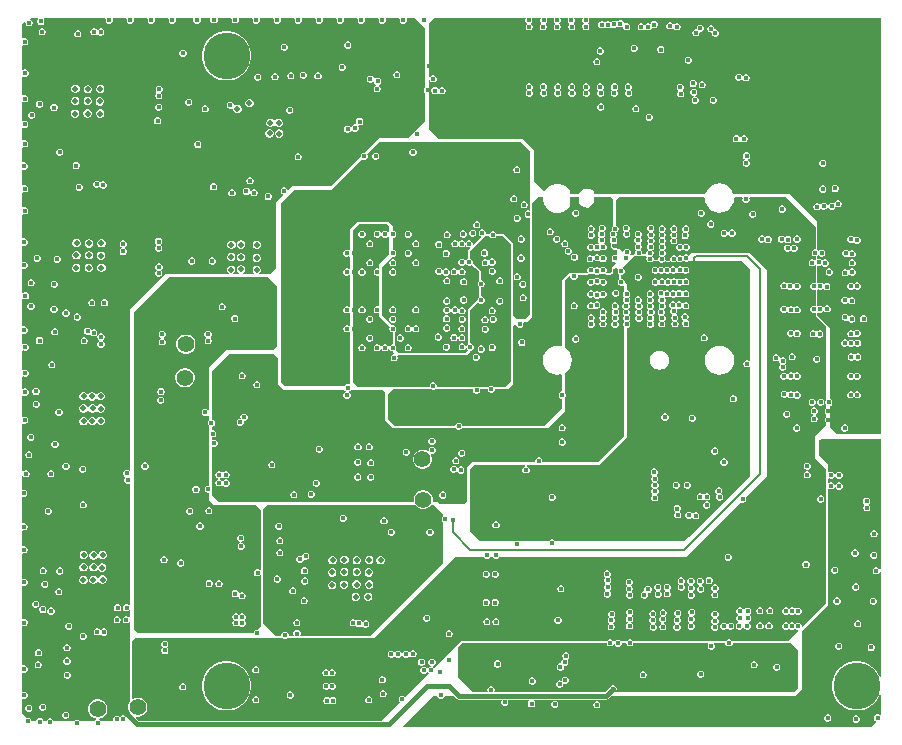
<source format=gbr>
%TF.GenerationSoftware,Altium Limited,Altium Designer,25.7.1 (20)*%
G04 Layer_Physical_Order=4*
G04 Layer_Color=6736896*
%FSLAX45Y45*%
%MOMM*%
%TF.SameCoordinates,1AA72D45-9F13-4BD8-B423-63960E99F270*%
%TF.FilePolarity,Positive*%
%TF.FileFunction,Copper,L4,Inr,Signal*%
%TF.Part,Single*%
G01*
G75*
%TA.AperFunction,Conductor*%
%ADD60C,0.20320*%
%ADD64C,0.38100*%
%TA.AperFunction,ViaPad*%
%ADD78C,0.40640*%
%ADD79C,0.50800*%
%TA.AperFunction,TestPad*%
%ADD80C,1.42240*%
%ADD81C,0.40640*%
%TA.AperFunction,ComponentPad*%
%ADD82C,3.96240*%
G36*
X3467100Y5963641D02*
Y5652300D01*
X3466744Y5651441D01*
Y5639316D01*
X3467100Y5638457D01*
Y5467682D01*
X3461250Y5461832D01*
X3456610Y5450629D01*
Y5438503D01*
X3461250Y5427301D01*
X3467100Y5421451D01*
Y5183378D01*
X3325470Y5041748D01*
X3073298D01*
X2947187Y4915637D01*
X2945011D01*
X2933808Y4910996D01*
X2925234Y4902422D01*
X2920594Y4891219D01*
Y4889043D01*
X2668194Y4636643D01*
X2344623D01*
X2309849Y4601869D01*
X2300860Y4603657D01*
X2298962Y4608239D01*
X2290388Y4616813D01*
X2279185Y4621454D01*
X2267059D01*
X2255857Y4616813D01*
X2247283Y4608239D01*
X2242642Y4597037D01*
Y4584911D01*
X2247283Y4573708D01*
X2255857Y4565134D01*
X2260439Y4563236D01*
X2262227Y4554247D01*
X2205863Y4497883D01*
Y3932809D01*
X2157755Y3884701D01*
X2062235D01*
X2060719Y3892321D01*
X2061770Y3892757D01*
X2071773Y3902760D01*
X2077187Y3915830D01*
Y3929976D01*
X2071773Y3943046D01*
X2061770Y3953049D01*
X2048700Y3958463D01*
X2034553D01*
X2021483Y3953049D01*
X2011480Y3943046D01*
X2006067Y3929976D01*
Y3915830D01*
X2011480Y3902760D01*
X2021483Y3892757D01*
X2022534Y3892321D01*
X2021019Y3884701D01*
X1919128D01*
X1917613Y3892321D01*
X1928598Y3896872D01*
X1938601Y3906875D01*
X1944014Y3919944D01*
Y3934091D01*
X1938601Y3947161D01*
X1928598Y3957164D01*
X1915528Y3962578D01*
X1901381D01*
X1888311Y3957164D01*
X1878308Y3947161D01*
X1872894Y3934091D01*
Y3919944D01*
X1878308Y3906875D01*
X1888311Y3896872D01*
X1899296Y3892321D01*
X1897780Y3884701D01*
X1841971D01*
X1840455Y3892321D01*
X1844143Y3893849D01*
X1854146Y3903852D01*
X1859559Y3916922D01*
Y3931069D01*
X1854146Y3944138D01*
X1844143Y3954141D01*
X1831073Y3959555D01*
X1816926D01*
X1803856Y3954141D01*
X1793853Y3944138D01*
X1788439Y3931069D01*
Y3916922D01*
X1793853Y3903852D01*
X1803856Y3893849D01*
X1807544Y3892321D01*
X1806028Y3884701D01*
X1265276D01*
X968654Y3588080D01*
Y2227505D01*
X961614Y2224589D01*
X960825Y2225378D01*
X949622Y2230018D01*
X937496D01*
X926294Y2225378D01*
X917720Y2216804D01*
X913079Y2205601D01*
Y2193476D01*
X917720Y2182273D01*
X926293Y2173699D01*
X927113Y2165111D01*
X922927Y2160924D01*
X918286Y2149721D01*
Y2137596D01*
X922927Y2126393D01*
X931501Y2117819D01*
X942703Y2113178D01*
X954829D01*
X961034Y2115749D01*
X968654Y2110657D01*
Y1087763D01*
X961034Y1084607D01*
X956024Y1089617D01*
X944821Y1094257D01*
X932696D01*
X921493Y1089617D01*
X912919Y1081043D01*
X908279Y1069840D01*
Y1057715D01*
X912919Y1046512D01*
X921493Y1037938D01*
X932696Y1033297D01*
X944821D01*
X956024Y1037938D01*
X961034Y1042948D01*
X968654Y1039791D01*
Y982803D01*
X967631Y982187D01*
X961034Y980467D01*
X953865Y987636D01*
X942662Y992276D01*
X930537D01*
X919334Y987636D01*
X910760Y979062D01*
X906120Y967859D01*
Y955734D01*
X910760Y944531D01*
X919334Y935957D01*
X930537Y931316D01*
X942662D01*
X953865Y935957D01*
X961034Y943126D01*
X967631Y941406D01*
X968654Y940790D01*
Y272072D01*
X967368Y270785D01*
X956668Y252251D01*
X951128Y231579D01*
Y210178D01*
X956668Y189506D01*
X967368Y170971D01*
X968280Y170060D01*
X938741Y140521D01*
X934855Y141294D01*
X926281Y149868D01*
X915078Y154508D01*
X902952D01*
X891750Y149868D01*
X883176Y141294D01*
X876176Y139902D01*
X873423Y142654D01*
X862221Y147295D01*
X850095D01*
X838892Y142654D01*
X830318Y134080D01*
X825678Y122877D01*
Y110752D01*
X826002Y109968D01*
X821769Y103632D01*
X720214D01*
X719260Y105937D01*
X710686Y114511D01*
X704021Y117272D01*
X705442Y124892D01*
X726114Y130431D01*
X744648Y141132D01*
X759781Y156265D01*
X770482Y174799D01*
X776021Y195471D01*
Y216873D01*
X770482Y237545D01*
X759781Y256079D01*
X744648Y271212D01*
X726114Y281913D01*
X705442Y287452D01*
X684040D01*
X663368Y281913D01*
X644834Y271212D01*
X629701Y256079D01*
X619000Y237545D01*
X613461Y216873D01*
Y195471D01*
X619000Y174799D01*
X629701Y156265D01*
X644834Y141132D01*
X663368Y130431D01*
X682378Y125337D01*
X683622Y119852D01*
X683430Y117525D01*
X676154Y114511D01*
X667580Y105937D01*
X666626Y103632D01*
X545517D01*
X540048Y109101D01*
X528846Y113741D01*
X516720D01*
X505517Y109101D01*
X500048Y103632D01*
X323781D01*
X319438Y114116D01*
X310864Y122690D01*
X299661Y127330D01*
X287536D01*
X276333Y122690D01*
X267759Y114116D01*
X263417Y103632D01*
X235204D01*
Y105428D01*
X230564Y116630D01*
X221990Y125204D01*
X210787Y129845D01*
X198661D01*
X187458Y125204D01*
X178884Y116630D01*
X174244Y105428D01*
Y103632D01*
X131801D01*
Y106799D01*
X127160Y118002D01*
X118586Y126576D01*
X107383Y131216D01*
X95258D01*
X92468Y130061D01*
X57455Y165075D01*
Y289168D01*
X63791Y293402D01*
X67546Y291846D01*
X79672D01*
X90875Y296486D01*
X99449Y305060D01*
X104089Y316263D01*
Y328389D01*
X99449Y339592D01*
X90875Y348166D01*
X79672Y352806D01*
X67546D01*
X63791Y351250D01*
X57455Y355484D01*
Y509809D01*
X63791Y514043D01*
X65133Y513486D01*
X77259D01*
X88462Y518127D01*
X97036Y526701D01*
X101676Y537904D01*
Y550029D01*
X97036Y561232D01*
X88462Y569806D01*
X77259Y574446D01*
X65133D01*
X63791Y573890D01*
X57455Y578124D01*
Y904458D01*
X63791Y908691D01*
X67546Y907136D01*
X79672D01*
X90875Y911776D01*
X99449Y920350D01*
X104089Y931553D01*
Y943678D01*
X99449Y954881D01*
X90875Y963455D01*
X79672Y968096D01*
X67546D01*
X63791Y966540D01*
X57455Y970774D01*
Y1242853D01*
X63791Y1247087D01*
X65133Y1246530D01*
X77259D01*
X88462Y1251171D01*
X97036Y1259745D01*
X101676Y1270948D01*
Y1283073D01*
X97036Y1294276D01*
X88462Y1302850D01*
X77259Y1307490D01*
X65133D01*
X63791Y1306934D01*
X57455Y1311168D01*
Y1521576D01*
X63791Y1525810D01*
X67546Y1524254D01*
X79672D01*
X90875Y1528894D01*
X99449Y1537468D01*
X104089Y1548671D01*
Y1560797D01*
X99449Y1572000D01*
X90875Y1580574D01*
X79672Y1585214D01*
X67546D01*
X63791Y1583658D01*
X57455Y1587892D01*
Y1716546D01*
X63791Y1720780D01*
X67546Y1719224D01*
X79672D01*
X90875Y1723865D01*
X99449Y1732439D01*
X104089Y1743642D01*
Y1755767D01*
X99449Y1766970D01*
X90875Y1775544D01*
X79672Y1780184D01*
X67546D01*
X63791Y1778629D01*
X57455Y1782862D01*
Y1998254D01*
X63711Y2002434D01*
X75837D01*
X87039Y2007075D01*
X95613Y2015649D01*
X100254Y2026852D01*
Y2038977D01*
X95613Y2050180D01*
X87039Y2058754D01*
X75837Y2063394D01*
X63711D01*
X57455Y2067575D01*
Y2177516D01*
X59160Y2178477D01*
X65075Y2179852D01*
X72396Y2172530D01*
X83599Y2167890D01*
X95725D01*
X106928Y2172530D01*
X115502Y2181104D01*
X120142Y2192307D01*
Y2204433D01*
X115502Y2215636D01*
X106928Y2224210D01*
X95725Y2228850D01*
X83599D01*
X72396Y2224210D01*
X65075Y2216888D01*
X59160Y2218263D01*
X57455Y2219224D01*
Y2616273D01*
X65075Y2621365D01*
X70493Y2619121D01*
X82618D01*
X93821Y2623761D01*
X102395Y2632335D01*
X107036Y2643538D01*
Y2655664D01*
X102395Y2666867D01*
X93821Y2675441D01*
X82618Y2680081D01*
X70493D01*
X65075Y2677837D01*
X57455Y2682929D01*
Y2858642D01*
X65075Y2862805D01*
X73160Y2859456D01*
X85285D01*
X96488Y2864096D01*
X105062Y2872670D01*
X109703Y2883873D01*
Y2895999D01*
X105062Y2907201D01*
X96488Y2915775D01*
X85285Y2920416D01*
X73160D01*
X65075Y2917067D01*
X57455Y2921229D01*
Y3018510D01*
X64495Y3021426D01*
X64624Y3021297D01*
X75827Y3016656D01*
X87952D01*
X99155Y3021297D01*
X107729Y3029871D01*
X112370Y3041074D01*
Y3053199D01*
X107729Y3064402D01*
X99155Y3072976D01*
X87952Y3077616D01*
X75827D01*
X64624Y3072976D01*
X64495Y3072847D01*
X57455Y3075763D01*
Y3237966D01*
X64495Y3240882D01*
X64624Y3240753D01*
X75827Y3236112D01*
X87952D01*
X99155Y3240753D01*
X107729Y3249327D01*
X112370Y3260530D01*
Y3272655D01*
X107729Y3283858D01*
X99155Y3292432D01*
X87952Y3297072D01*
X75827D01*
X64624Y3292432D01*
X64495Y3292303D01*
X57455Y3295219D01*
Y3381111D01*
X63791Y3385344D01*
X66505Y3384220D01*
X78631D01*
X89833Y3388860D01*
X98407Y3397434D01*
X103048Y3408637D01*
Y3420763D01*
X98407Y3431965D01*
X89833Y3440539D01*
X78631Y3445180D01*
X66505D01*
X63791Y3444056D01*
X57455Y3448289D01*
Y3678478D01*
X64495Y3681394D01*
X65970Y3679919D01*
X77173Y3675278D01*
X89299D01*
X100501Y3679919D01*
X109075Y3688493D01*
X113716Y3699696D01*
Y3711821D01*
X109075Y3723024D01*
X100501Y3731598D01*
X89299Y3736238D01*
X77173D01*
X65970Y3731598D01*
X64495Y3730123D01*
X57455Y3733039D01*
Y3930425D01*
X63791Y3934658D01*
X67826Y3932987D01*
X79951D01*
X91154Y3937627D01*
X99728Y3946201D01*
X104369Y3957404D01*
Y3969530D01*
X99728Y3980732D01*
X91154Y3989306D01*
X79951Y3993947D01*
X67826D01*
X63791Y3992275D01*
X57455Y3996509D01*
Y4126133D01*
X63791Y4130366D01*
X66480Y4129253D01*
X78605D01*
X89808Y4133893D01*
X98382Y4142467D01*
X103022Y4153670D01*
Y4165795D01*
X98382Y4176998D01*
X89808Y4185572D01*
X78605Y4190213D01*
X66480D01*
X63791Y4189099D01*
X57455Y4193332D01*
Y4390211D01*
X65075Y4395302D01*
X69147Y4393616D01*
X81272D01*
X92475Y4398256D01*
X101049Y4406830D01*
X105689Y4418033D01*
Y4430159D01*
X101049Y4441361D01*
X92475Y4449935D01*
X81272Y4454576D01*
X69147D01*
X65075Y4452889D01*
X57455Y4457981D01*
Y4577155D01*
X65075Y4582246D01*
X69147Y4580560D01*
X81272D01*
X92475Y4585200D01*
X101049Y4593774D01*
X105689Y4604977D01*
Y4617103D01*
X101049Y4628305D01*
X92475Y4636879D01*
X81272Y4641520D01*
X69147D01*
X65075Y4639833D01*
X57455Y4644925D01*
Y4769693D01*
X63791Y4773926D01*
X66480Y4772812D01*
X78605D01*
X89808Y4777453D01*
X98382Y4786027D01*
X103022Y4797230D01*
Y4809355D01*
X98382Y4820558D01*
X89808Y4829132D01*
X78605Y4833772D01*
X66480D01*
X63791Y4832659D01*
X57455Y4836892D01*
Y4957672D01*
X65075Y4962764D01*
X69147Y4961077D01*
X81272D01*
X92475Y4965718D01*
X101049Y4974292D01*
X105689Y4985494D01*
Y4997620D01*
X101049Y5008823D01*
X92475Y5017397D01*
X81272Y5022037D01*
X69147D01*
X65075Y5020351D01*
X57455Y5025442D01*
Y5123179D01*
X65075Y5128115D01*
X71839Y5125314D01*
X83965D01*
X95167Y5129954D01*
X103741Y5138528D01*
X108382Y5149731D01*
Y5161856D01*
X103741Y5173059D01*
X95167Y5181633D01*
X83965Y5186274D01*
X71839D01*
X65075Y5183472D01*
X57455Y5188408D01*
Y5340832D01*
X65075Y5345768D01*
X71839Y5342966D01*
X83965D01*
X95167Y5347607D01*
X103741Y5356181D01*
X108382Y5367383D01*
Y5379509D01*
X103741Y5390712D01*
X95167Y5399286D01*
X83965Y5403926D01*
X71839D01*
X65075Y5401124D01*
X57455Y5406061D01*
Y5558484D01*
X65075Y5562632D01*
X73185Y5559273D01*
X85311D01*
X96514Y5563913D01*
X105088Y5572487D01*
X109728Y5583690D01*
Y5595815D01*
X105088Y5607018D01*
X96514Y5615592D01*
X85311Y5620233D01*
X73185D01*
X65075Y5616873D01*
X57455Y5621021D01*
Y5822145D01*
X65075Y5827237D01*
X70518Y5824982D01*
X82644D01*
X93847Y5829622D01*
X102421Y5838196D01*
X107061Y5849399D01*
Y5861525D01*
X102421Y5872728D01*
X93847Y5881302D01*
X82644Y5885942D01*
X70518D01*
X65075Y5883687D01*
X57455Y5888779D01*
Y6001055D01*
X75844Y6019444D01*
X83464Y6016288D01*
Y6009597D01*
X88105Y5998394D01*
X96679Y5989820D01*
X107882Y5985180D01*
X120007D01*
X131210Y5989820D01*
X139784Y5998394D01*
X144424Y6009597D01*
Y6021723D01*
X139784Y6032925D01*
X131210Y6041499D01*
X124729Y6044184D01*
X126245Y6051804D01*
X185140D01*
X188056Y6044764D01*
X186911Y6043619D01*
X182270Y6032416D01*
Y6020290D01*
X186911Y6009088D01*
X195485Y6000514D01*
X206688Y5995873D01*
X218813D01*
X230016Y6000514D01*
X238590Y6009088D01*
X243230Y6020290D01*
Y6032416D01*
X238590Y6043619D01*
X237445Y6044764D01*
X240361Y6051804D01*
X758931D01*
X763164Y6045468D01*
X761619Y6041738D01*
Y6029612D01*
X766259Y6018409D01*
X774833Y6009835D01*
X786036Y6005195D01*
X798162D01*
X809365Y6009835D01*
X817939Y6018409D01*
X822579Y6029612D01*
Y6041738D01*
X821034Y6045468D01*
X825267Y6051804D01*
X936731D01*
X940964Y6045468D01*
X939419Y6041738D01*
Y6029612D01*
X944059Y6018409D01*
X952633Y6009835D01*
X963836Y6005195D01*
X975962D01*
X987165Y6009835D01*
X995739Y6018409D01*
X1000379Y6029612D01*
Y6041738D01*
X998834Y6045468D01*
X1003067Y6051804D01*
X1114531D01*
X1118764Y6045468D01*
X1117219Y6041738D01*
Y6029612D01*
X1121859Y6018409D01*
X1130433Y6009835D01*
X1141636Y6005195D01*
X1153762D01*
X1164965Y6009835D01*
X1173539Y6018409D01*
X1178179Y6029612D01*
Y6041738D01*
X1176634Y6045468D01*
X1180867Y6051804D01*
X1292331D01*
X1296564Y6045468D01*
X1295019Y6041738D01*
Y6029612D01*
X1299659Y6018409D01*
X1308233Y6009835D01*
X1319436Y6005195D01*
X1331562D01*
X1342765Y6009835D01*
X1351339Y6018409D01*
X1355979Y6029612D01*
Y6041738D01*
X1354434Y6045468D01*
X1358667Y6051804D01*
X1501030D01*
X1505263Y6045468D01*
X1505128Y6045141D01*
Y6033016D01*
X1509768Y6021813D01*
X1518342Y6013239D01*
X1529545Y6008599D01*
X1541671D01*
X1552873Y6013239D01*
X1561447Y6021813D01*
X1566088Y6033016D01*
Y6045141D01*
X1565952Y6045468D01*
X1570186Y6051804D01*
X1645626D01*
X1649654Y6045776D01*
Y6033651D01*
X1654294Y6022448D01*
X1662868Y6013874D01*
X1674071Y6009234D01*
X1686197D01*
X1697399Y6013874D01*
X1705973Y6022448D01*
X1710614Y6033651D01*
Y6045776D01*
X1714641Y6051804D01*
X1824849D01*
X1828876Y6045776D01*
Y6033651D01*
X1833517Y6022448D01*
X1842091Y6013874D01*
X1853293Y6009234D01*
X1865419D01*
X1876622Y6013874D01*
X1885196Y6022448D01*
X1889836Y6033651D01*
Y6045776D01*
X1893864Y6051804D01*
X2003531D01*
X2007764Y6045468D01*
X2006219Y6041738D01*
Y6029612D01*
X2010859Y6018409D01*
X2019433Y6009835D01*
X2030636Y6005195D01*
X2042762D01*
X2053965Y6009835D01*
X2062539Y6018409D01*
X2067179Y6029612D01*
Y6041738D01*
X2065634Y6045468D01*
X2069867Y6051804D01*
X2181331D01*
X2185564Y6045468D01*
X2184019Y6041738D01*
Y6029612D01*
X2188659Y6018409D01*
X2197233Y6009835D01*
X2208436Y6005195D01*
X2220562D01*
X2231765Y6009835D01*
X2240339Y6018409D01*
X2244979Y6029612D01*
Y6041738D01*
X2243434Y6045468D01*
X2247667Y6051804D01*
X2359131D01*
X2363364Y6045468D01*
X2361819Y6041738D01*
Y6029612D01*
X2366459Y6018409D01*
X2375033Y6009835D01*
X2386236Y6005195D01*
X2398362D01*
X2409565Y6009835D01*
X2418139Y6018409D01*
X2422779Y6029612D01*
Y6041738D01*
X2421234Y6045468D01*
X2425467Y6051804D01*
X2536931D01*
X2541164Y6045468D01*
X2539619Y6041738D01*
Y6029612D01*
X2544259Y6018409D01*
X2552833Y6009835D01*
X2564036Y6005195D01*
X2576162D01*
X2587365Y6009835D01*
X2595939Y6018409D01*
X2600579Y6029612D01*
Y6041738D01*
X2599034Y6045468D01*
X2603267Y6051804D01*
X2714731D01*
X2718964Y6045468D01*
X2717419Y6041738D01*
Y6029612D01*
X2722059Y6018409D01*
X2730633Y6009835D01*
X2741836Y6005195D01*
X2753962D01*
X2765165Y6009835D01*
X2773739Y6018409D01*
X2778379Y6029612D01*
Y6041738D01*
X2776834Y6045468D01*
X2781067Y6051804D01*
X2892531D01*
X2896764Y6045468D01*
X2895219Y6041738D01*
Y6029612D01*
X2899859Y6018409D01*
X2908433Y6009835D01*
X2919636Y6005195D01*
X2931762D01*
X2942965Y6009835D01*
X2951539Y6018409D01*
X2956179Y6029612D01*
Y6041738D01*
X2954634Y6045468D01*
X2958867Y6051804D01*
X3070331D01*
X3074564Y6045468D01*
X3073019Y6041738D01*
Y6029612D01*
X3077659Y6018409D01*
X3086233Y6009835D01*
X3097436Y6005195D01*
X3109562D01*
X3120765Y6009835D01*
X3129339Y6018409D01*
X3133979Y6029612D01*
Y6041738D01*
X3132434Y6045468D01*
X3136667Y6051804D01*
X3248131D01*
X3252364Y6045468D01*
X3250819Y6041738D01*
Y6029612D01*
X3255459Y6018409D01*
X3264033Y6009835D01*
X3275236Y6005195D01*
X3287362D01*
X3298565Y6009835D01*
X3307139Y6018409D01*
X3311779Y6029612D01*
Y6041738D01*
X3310234Y6045468D01*
X3314467Y6051804D01*
X3378937D01*
X3467100Y5963641D01*
D02*
G37*
G36*
X7322922Y2532964D02*
X6954037D01*
X6893306Y2593696D01*
Y2771248D01*
X6901428Y2774612D01*
X6910002Y2783186D01*
X6914642Y2794389D01*
Y2806514D01*
X6910002Y2817717D01*
X6901428Y2826291D01*
X6893306Y2829655D01*
Y3433216D01*
X6788353Y3538169D01*
Y3558996D01*
X6795973Y3561983D01*
X6806065Y3557803D01*
X6818190D01*
X6829393Y3562444D01*
X6837967Y3571018D01*
X6838647Y3572659D01*
X6839928Y3573276D01*
X6847395Y3573867D01*
X6853942Y3567321D01*
X6865145Y3562680D01*
X6877271D01*
X6888474Y3567321D01*
X6897048Y3575895D01*
X6901688Y3587097D01*
Y3599223D01*
X6897048Y3610426D01*
X6888474Y3619000D01*
X6877271Y3623640D01*
X6865145D01*
X6853942Y3619000D01*
X6845368Y3610426D01*
X6844688Y3608784D01*
X6843408Y3608168D01*
X6835940Y3607576D01*
X6829393Y3614123D01*
X6818190Y3618763D01*
X6806065D01*
X6795973Y3614583D01*
X6788353Y3617571D01*
Y3756220D01*
X6795973Y3759376D01*
X6796945Y3758405D01*
X6808148Y3753764D01*
X6820273D01*
X6831476Y3758405D01*
X6834874Y3761802D01*
X6841686Y3764946D01*
X6850259Y3756373D01*
X6861462Y3751732D01*
X6873588D01*
X6884791Y3756373D01*
X6893365Y3764947D01*
X6898005Y3776150D01*
Y3788275D01*
X6893365Y3799478D01*
X6884791Y3808052D01*
X6873588Y3812692D01*
X6861462D01*
X6850259Y3808052D01*
X6846862Y3804655D01*
X6840050Y3801510D01*
X6831476Y3810084D01*
X6820273Y3814724D01*
X6808148D01*
X6796945Y3810084D01*
X6795973Y3809113D01*
X6788353Y3812269D01*
Y3953017D01*
X6791867Y3955364D01*
X6803992D01*
X6815195Y3960005D01*
X6818880Y3963690D01*
X6826776Y3964540D01*
X6835350Y3955966D01*
X6846552Y3951326D01*
X6858678D01*
X6869881Y3955966D01*
X6878455Y3964540D01*
X6883095Y3975743D01*
Y3987868D01*
X6878455Y3999071D01*
X6869881Y4007645D01*
X6858678Y4012286D01*
X6846552D01*
X6835350Y4007645D01*
X6831665Y4003960D01*
X6823768Y4003110D01*
X6815195Y4011684D01*
X6803992Y4016324D01*
X6791867D01*
X6788353Y4018672D01*
Y4043424D01*
X6790052Y4045123D01*
X6797159Y4047877D01*
X6799961Y4045076D01*
X6805733Y4039303D01*
X6816936Y4034663D01*
X6829062D01*
X6840264Y4039303D01*
X6848838Y4047877D01*
X6853479Y4059080D01*
Y4071206D01*
X6848838Y4082409D01*
X6840264Y4090983D01*
X6829062Y4095623D01*
X6816936D01*
X6805733Y4090983D01*
X6802656Y4087906D01*
X6795549Y4085152D01*
X6792748Y4087953D01*
X6788353Y4092348D01*
Y4336212D01*
X6559144Y4565421D01*
X6077566D01*
X6066153Y4592975D01*
X6046422Y4618689D01*
X6020708Y4638420D01*
X5990763Y4650824D01*
X5958629Y4655054D01*
X5926494Y4650824D01*
X5896549Y4638420D01*
X5870835Y4618689D01*
X5851104Y4592975D01*
X5839691Y4565421D01*
X4900219D01*
Y4584573D01*
X4894077Y4591455D01*
X4879002Y4602089D01*
X4861914Y4609042D01*
X4843698Y4611956D01*
X4825294Y4610681D01*
X4807653Y4605280D01*
X4791689Y4596035D01*
X4778225Y4583423D01*
X4773092Y4575759D01*
Y4565421D01*
X4691761D01*
Y4593946D01*
X4683505Y4607789D01*
X4660421Y4630292D01*
X4632323Y4646094D01*
X4601103Y4654128D01*
X4568867Y4653855D01*
X4537788Y4645291D01*
X4509961Y4629015D01*
X4487263Y4606123D01*
X4477835Y4589685D01*
X4470281Y4588680D01*
X4388612Y4670349D01*
Y4940986D01*
X4294581Y5035017D01*
X3576853D01*
X3499536Y5112334D01*
Y5527134D01*
X3507156Y5528649D01*
X3509409Y5523211D01*
X3517983Y5514637D01*
X3529185Y5509997D01*
X3541311D01*
X3552514Y5514637D01*
X3561088Y5523211D01*
X3565728Y5534414D01*
Y5546539D01*
X3561088Y5557742D01*
X3552514Y5566316D01*
X3541311Y5570957D01*
X3529185D01*
X3517983Y5566316D01*
X3509409Y5557742D01*
X3507156Y5552304D01*
X3499536Y5553819D01*
Y6015355D01*
X3544189Y6060008D01*
X4313478D01*
X4317700Y6052388D01*
X4314393Y6044405D01*
Y6032279D01*
X4319034Y6021076D01*
X4326470Y6013640D01*
X4327605Y6012455D01*
X4327206Y6004421D01*
X4322767Y5999982D01*
X4318127Y5988779D01*
Y5976653D01*
X4322767Y5965450D01*
X4331341Y5956876D01*
X4342544Y5952236D01*
X4354670D01*
X4365873Y5956876D01*
X4374447Y5965450D01*
X4379087Y5976653D01*
Y5988779D01*
X4374447Y5999982D01*
X4367011Y6007418D01*
X4365875Y6008603D01*
X4366274Y6016637D01*
X4370713Y6021076D01*
X4375353Y6032279D01*
Y6044405D01*
X4372046Y6052388D01*
X4376268Y6060008D01*
X4441164D01*
X4443987Y6052388D01*
X4439691Y6042017D01*
Y6029892D01*
X4444332Y6018689D01*
X4447194Y6015826D01*
X4449553Y6008556D01*
X4447031Y6006033D01*
X4440979Y5999982D01*
X4436339Y5988779D01*
Y5976653D01*
X4440979Y5965450D01*
X4449553Y5956876D01*
X4460756Y5952236D01*
X4472881D01*
X4484084Y5956876D01*
X4492658Y5965450D01*
X4497299Y5976653D01*
Y5988779D01*
X4492658Y5999982D01*
X4489796Y6002844D01*
X4487437Y6010114D01*
X4489959Y6012637D01*
X4496011Y6018689D01*
X4500651Y6029892D01*
Y6042017D01*
X4496356Y6052388D01*
X4499179Y6060008D01*
X4557572D01*
X4560440Y6052388D01*
X4556176Y6042093D01*
Y6029968D01*
X4560816Y6018765D01*
X4564798Y6014783D01*
X4568283Y6008898D01*
X4564798Y6004827D01*
X4559927Y5999956D01*
X4555287Y5988753D01*
Y5976628D01*
X4559927Y5965425D01*
X4568501Y5956851D01*
X4579704Y5952211D01*
X4591830D01*
X4603032Y5956851D01*
X4611606Y5965425D01*
X4616247Y5976628D01*
Y5988753D01*
X4611606Y5999956D01*
X4607625Y6003938D01*
X4604139Y6009823D01*
X4607625Y6013894D01*
X4612495Y6018765D01*
X4617136Y6029968D01*
Y6042093D01*
X4612872Y6052388D01*
X4615740Y6060008D01*
X4675098D01*
X4677936Y6052388D01*
X4673651Y6042043D01*
Y6029917D01*
X4678291Y6018714D01*
X4684152Y6012853D01*
X4686865Y6010140D01*
X4684237Y6002981D01*
X4681238Y5999982D01*
X4676597Y5988779D01*
Y5976653D01*
X4681238Y5965450D01*
X4689812Y5956876D01*
X4701014Y5952236D01*
X4713140D01*
X4724343Y5956876D01*
X4732917Y5965450D01*
X4737557Y5976653D01*
Y5988779D01*
X4732917Y5999982D01*
X4727056Y6005843D01*
X4724343Y6008556D01*
X4726971Y6015715D01*
X4729970Y6018714D01*
X4734611Y6029917D01*
Y6042043D01*
X4730326Y6052388D01*
X4733164Y6060008D01*
X4797348D01*
X4800796Y6052388D01*
X4796942Y6043084D01*
Y6030958D01*
X4801583Y6019756D01*
X4806276Y6015063D01*
X4809805Y6010632D01*
X4806276Y6005106D01*
X4802116Y6000947D01*
X4797476Y5989744D01*
Y5977618D01*
X4802116Y5966416D01*
X4810690Y5957842D01*
X4821893Y5953201D01*
X4834019D01*
X4845221Y5957842D01*
X4853795Y5966416D01*
X4858436Y5977618D01*
Y5989744D01*
X4853795Y6000947D01*
X4849103Y6005640D01*
X4845573Y6010071D01*
X4849103Y6015596D01*
X4853262Y6019756D01*
X4857902Y6030958D01*
Y6043084D01*
X4854048Y6052388D01*
X4857497Y6060008D01*
X7322922D01*
Y2532964D01*
D02*
G37*
G36*
X4357599Y4927829D02*
Y4749927D01*
Y4429404D01*
X4349978Y4424312D01*
X4345043Y4426356D01*
X4332918D01*
X4321715Y4421716D01*
X4313141Y4413142D01*
X4308500Y4401939D01*
Y4389814D01*
X4313141Y4378611D01*
X4321715Y4370037D01*
X4332918Y4365396D01*
X4345043D01*
X4349978Y4367441D01*
X4357599Y4362349D01*
Y3546577D01*
X4316628Y3505606D01*
X4244492D01*
X4206799Y3543300D01*
Y4148049D01*
X4131386Y4223461D01*
X4069867D01*
Y4225587D01*
X4065227Y4236790D01*
X4056653Y4245364D01*
X4045450Y4250004D01*
X4033325D01*
X4022122Y4245364D01*
X4013548Y4236790D01*
X4008907Y4225587D01*
Y4223461D01*
X3984017D01*
X3979784Y4229797D01*
X3980866Y4232410D01*
Y4244535D01*
X3976225Y4255738D01*
X3967651Y4264312D01*
X3956449Y4268953D01*
X3944323D01*
X3933120Y4264312D01*
X3924546Y4255738D01*
X3919906Y4244535D01*
Y4232410D01*
X3924546Y4221207D01*
X3933120Y4212633D01*
X3940936Y4209395D01*
X3943269Y4200952D01*
X3878604Y4136287D01*
X3871366Y4139826D01*
Y4149336D01*
X3866726Y4160539D01*
X3858152Y4169113D01*
X3846949Y4173753D01*
X3834824D01*
X3823621Y4169113D01*
X3815047Y4160539D01*
X3812727Y4154939D01*
X3804479D01*
X3801550Y4162012D01*
X3792976Y4170586D01*
X3781773Y4175227D01*
X3769647D01*
X3758444Y4170586D01*
X3752048Y4164190D01*
X3747406Y4162723D01*
X3742503Y4164138D01*
X3736181Y4170459D01*
X3724978Y4175100D01*
X3712853D01*
X3701650Y4170459D01*
X3693076Y4161885D01*
X3688436Y4150682D01*
Y4138557D01*
X3693076Y4127354D01*
X3701650Y4118780D01*
X3712853Y4114140D01*
X3724978D01*
X3736181Y4118780D01*
X3742577Y4125176D01*
X3747219Y4126643D01*
X3752123Y4125228D01*
X3758444Y4118907D01*
X3769647Y4114267D01*
X3781773D01*
X3792976Y4118907D01*
X3801550Y4127481D01*
X3803869Y4133081D01*
X3812117D01*
X3815047Y4126008D01*
X3823621Y4117434D01*
X3834824Y4112793D01*
X3844334D01*
X3847873Y4105556D01*
X3826434Y4084117D01*
Y4017066D01*
X3824662Y4016332D01*
X3816088Y4007758D01*
X3814433Y4003762D01*
X3806185D01*
X3805614Y4005142D01*
X3797040Y4013716D01*
X3785837Y4018356D01*
X3773711D01*
X3762508Y4013716D01*
X3753934Y4005142D01*
X3749294Y3993939D01*
Y3981813D01*
X3753934Y3970611D01*
X3762508Y3962037D01*
X3773711Y3957396D01*
X3785837D01*
X3797040Y3962037D01*
X3805614Y3970611D01*
X3807269Y3974606D01*
X3815517D01*
X3816088Y3973227D01*
X3824662Y3964653D01*
X3835865Y3960012D01*
X3847991D01*
X3859193Y3964653D01*
X3862376Y3967835D01*
X3887089Y3943121D01*
X3888740D01*
X3919880Y3911981D01*
Y3828010D01*
X3915047Y3823176D01*
X3910406Y3811973D01*
Y3799848D01*
X3915047Y3788645D01*
X3919880Y3783811D01*
Y3689860D01*
X3915148Y3685127D01*
X3910508Y3673924D01*
Y3669792D01*
X3831107Y3590392D01*
Y3296645D01*
X3829768Y3296090D01*
X3821194Y3287516D01*
X3818731Y3281570D01*
X3810483D01*
X3807315Y3289217D01*
X3798741Y3297791D01*
X3787539Y3302432D01*
X3775413D01*
X3764210Y3297791D01*
X3755636Y3289217D01*
X3750996Y3278015D01*
Y3265889D01*
X3755636Y3254686D01*
X3764210Y3246112D01*
X3775413Y3241472D01*
X3787539D01*
X3798741Y3246112D01*
X3807315Y3254686D01*
X3809778Y3260632D01*
X3818026D01*
X3821194Y3252984D01*
X3827843Y3246335D01*
X3802329Y3220822D01*
X3242158D01*
X3217419Y3245560D01*
X3219204Y3247346D01*
X3223844Y3258548D01*
Y3270674D01*
X3219204Y3281877D01*
X3211424Y3289657D01*
Y3399585D01*
X3219204Y3407366D01*
X3223844Y3418568D01*
Y3430694D01*
X3219204Y3441897D01*
X3210630Y3450471D01*
X3199427Y3455111D01*
X3187301D01*
X3186578Y3454811D01*
X3099943Y3541446D01*
Y3949675D01*
X3185320Y4035052D01*
X3187301Y4034231D01*
X3199427D01*
X3210630Y4038872D01*
X3219204Y4047446D01*
X3223844Y4058648D01*
Y4070774D01*
X3219204Y4081977D01*
X3210630Y4090551D01*
X3199427Y4095191D01*
X3197504D01*
Y4194251D01*
X3199427D01*
X3210630Y4198892D01*
X3219204Y4207466D01*
X3223844Y4218668D01*
Y4230794D01*
X3219204Y4241997D01*
X3210630Y4250571D01*
X3199427Y4255211D01*
X3197504D01*
Y4294759D01*
X3160598Y4331665D01*
X2891714D01*
X2827782Y4267733D01*
Y4093211D01*
X2820742Y4090295D01*
X2820486Y4090551D01*
X2809283Y4095191D01*
X2797157D01*
X2785955Y4090551D01*
X2777381Y4081977D01*
X2772740Y4070774D01*
Y4058648D01*
X2777381Y4047446D01*
X2785955Y4038872D01*
X2797157Y4034231D01*
X2809283D01*
X2820486Y4038872D01*
X2820742Y4039128D01*
X2827782Y4036212D01*
Y3933191D01*
X2820742Y3930275D01*
X2820486Y3930531D01*
X2809283Y3935171D01*
X2797157D01*
X2785955Y3930531D01*
X2777381Y3921957D01*
X2772740Y3910754D01*
Y3898628D01*
X2777381Y3887426D01*
X2785955Y3878852D01*
X2797157Y3874211D01*
X2809283D01*
X2820486Y3878852D01*
X2820742Y3879108D01*
X2827782Y3876192D01*
Y3613151D01*
X2820742Y3610235D01*
X2820486Y3610491D01*
X2809283Y3615131D01*
X2797157D01*
X2785955Y3610491D01*
X2777381Y3601917D01*
X2772740Y3590714D01*
Y3578588D01*
X2777381Y3567386D01*
X2785955Y3558812D01*
X2797157Y3554171D01*
X2809283D01*
X2820486Y3558812D01*
X2820742Y3559068D01*
X2827782Y3556152D01*
Y3453131D01*
X2820742Y3450215D01*
X2820486Y3450471D01*
X2809283Y3455111D01*
X2797157D01*
X2785955Y3450471D01*
X2777381Y3441897D01*
X2772740Y3430694D01*
Y3418568D01*
X2777381Y3407366D01*
X2785955Y3398792D01*
X2797157Y3394151D01*
X2809283D01*
X2820486Y3398792D01*
X2820742Y3399048D01*
X2827782Y3396132D01*
Y2961564D01*
X2820943Y2954724D01*
X2815836Y2956839D01*
X2803711D01*
X2792508Y2952199D01*
X2783934Y2943625D01*
X2781401Y2937510D01*
X2282571D01*
X2242490Y2977591D01*
Y4486478D01*
X2358441Y4602429D01*
X2677820D01*
X2934444Y4859053D01*
X2945011Y4854677D01*
X2957136D01*
X2968339Y4859317D01*
X2976913Y4867891D01*
X2981554Y4879094D01*
Y4891219D01*
X2977177Y4901786D01*
X3082798Y5007407D01*
X4278020D01*
X4357599Y4927829D01*
D02*
G37*
G36*
X6774607Y4285849D02*
Y4098366D01*
X6763647D01*
X6752444Y4093726D01*
X6743870Y4085152D01*
X6739230Y4073949D01*
Y4061823D01*
X6743870Y4050621D01*
X6752444Y4042047D01*
X6763647Y4037406D01*
X6774607D01*
Y4018672D01*
X6775145Y4017371D01*
X6774871Y4015990D01*
X6777098Y4012656D01*
X6778427Y4009448D01*
X6775526Y4006546D01*
X6771981Y4003167D01*
X6765570Y4006546D01*
X6761855Y4010261D01*
X6750652Y4014902D01*
X6738526D01*
X6727323Y4010261D01*
X6718749Y4001687D01*
X6714109Y3990485D01*
Y3978359D01*
X6718749Y3967156D01*
X6727323Y3958582D01*
X6738526Y3953942D01*
X6750652D01*
X6761855Y3958582D01*
X6766519Y3963246D01*
X6768316Y3963199D01*
X6774813Y3960647D01*
X6775590Y3956775D01*
X6774871Y3955699D01*
X6775145Y3954318D01*
X6774607Y3953017D01*
Y3817729D01*
X6766986Y3812638D01*
X6763911Y3813912D01*
X6751785D01*
X6740582Y3809271D01*
X6732008Y3800697D01*
X6727368Y3789494D01*
Y3777369D01*
X6732008Y3766166D01*
X6740582Y3757592D01*
X6751785Y3752952D01*
X6763911D01*
X6766986Y3754226D01*
X6774607Y3749134D01*
Y3623544D01*
X6766986Y3618452D01*
X6762310Y3620389D01*
X6750185D01*
X6738982Y3615749D01*
X6730408Y3607175D01*
X6725768Y3595972D01*
Y3583846D01*
X6730408Y3572643D01*
X6738982Y3564069D01*
X6750185Y3559429D01*
X6762310D01*
X6767567Y3561606D01*
X6769127Y3561027D01*
X6774607Y3556274D01*
Y3538170D01*
X6774606Y3538169D01*
X6778633Y3528449D01*
X6778633Y3528449D01*
X6859016Y3448066D01*
Y2818411D01*
X6858322Y2817717D01*
X6853682Y2806514D01*
Y2794389D01*
X6858322Y2783186D01*
X6859016Y2782492D01*
Y2751203D01*
X6853471Y2745657D01*
X6848831Y2734455D01*
Y2722329D01*
X6853471Y2711126D01*
X6859016Y2705581D01*
Y2674266D01*
X6855909Y2671159D01*
X6851269Y2659956D01*
Y2647831D01*
X6855909Y2636628D01*
X6859016Y2633521D01*
Y2602078D01*
X6769862Y2512924D01*
Y2330501D01*
X6859016Y2241347D01*
Y1100861D01*
X6661506Y903351D01*
X6653886Y906507D01*
Y911674D01*
X6649245Y922877D01*
X6640671Y931451D01*
X6629468Y936092D01*
X6617343D01*
X6606140Y931451D01*
X6603721Y929032D01*
X6593501Y929143D01*
X6589287Y933356D01*
X6578084Y937997D01*
X6565959D01*
X6554756Y933356D01*
X6546685Y925285D01*
X6538487Y933483D01*
X6527284Y938124D01*
X6515159D01*
X6503956Y933483D01*
X6495382Y924909D01*
X6490741Y913706D01*
Y901581D01*
X6495382Y890378D01*
X6503956Y881804D01*
X6515159Y877164D01*
X6527284D01*
X6538487Y881804D01*
X6546558Y889875D01*
X6554756Y881677D01*
X6565959Y877037D01*
X6578084D01*
X6589287Y881677D01*
X6591706Y884096D01*
X6601926Y883986D01*
X6606140Y879772D01*
X6617343Y875132D01*
X6622510D01*
X6625666Y867512D01*
X6541059Y782904D01*
X6065614D01*
X6065553Y783050D01*
X6056979Y791624D01*
X6045776Y796265D01*
X6033651D01*
X6022448Y791624D01*
X6013874Y783050D01*
X6013813Y782904D01*
X5226162D01*
X5225575Y784320D01*
X5217001Y792894D01*
X5205798Y797535D01*
X5193673D01*
X5182470Y792894D01*
X5173896Y784320D01*
X5173309Y782904D01*
X5122115D01*
X5117535Y787484D01*
X5106332Y792124D01*
X5094206D01*
X5083004Y787484D01*
X5078424Y782904D01*
X5062052D01*
X5061339Y784625D01*
X5052765Y793199D01*
X5041562Y797839D01*
X5029436D01*
X5018234Y793199D01*
X5009660Y784625D01*
X5008947Y782904D01*
X3774465D01*
X3543402Y551841D01*
X3535597Y559646D01*
X3528442Y562610D01*
X3529958Y570230D01*
X3531151D01*
X3542354Y574870D01*
X3550928Y583444D01*
X3555568Y594647D01*
Y606773D01*
X3550928Y617976D01*
X3542354Y626550D01*
X3531151Y631190D01*
X3519025D01*
X3507823Y626550D01*
X3499249Y617976D01*
X3494608Y606773D01*
Y594647D01*
X3499249Y583444D01*
X3507823Y574870D01*
X3514978Y571906D01*
X3513462Y564286D01*
X3512269D01*
X3501066Y559646D01*
X3492492Y551072D01*
X3491864Y549555D01*
X3483616D01*
X3482703Y551758D01*
X3474129Y560332D01*
X3462927Y564972D01*
X3450801D01*
X3439598Y560332D01*
X3431024Y551758D01*
X3426384Y540555D01*
Y528429D01*
X3431024Y517227D01*
X3439598Y508653D01*
X3450801Y504012D01*
X3462927D01*
X3474129Y508653D01*
X3482703Y517227D01*
X3483332Y518743D01*
X3491580D01*
X3492492Y516541D01*
X3500297Y508736D01*
X3298076Y306515D01*
X3292037Y312555D01*
X3280834Y317195D01*
X3268708D01*
X3257506Y312555D01*
X3248932Y303981D01*
X3244291Y292778D01*
Y280652D01*
X3248932Y269450D01*
X3254971Y263410D01*
X3098255Y106693D01*
X1043221D01*
X1016555Y133359D01*
X1020365Y139958D01*
X1021708Y139598D01*
X1043109D01*
X1063781Y145138D01*
X1082315Y155838D01*
X1097449Y170971D01*
X1108149Y189506D01*
X1113688Y210178D01*
Y231579D01*
X1108149Y252251D01*
X1097449Y270785D01*
X1082315Y285919D01*
X1063781Y296619D01*
X1043109Y302158D01*
X1021708D01*
X1001036Y296619D01*
X991002Y290826D01*
X984402Y294636D01*
Y777291D01*
X1014298Y807161D01*
X2260522D01*
X2262918Y804766D01*
X2274121Y800125D01*
X2286246D01*
X2297449Y804766D01*
X2299845Y807161D01*
X3034538D01*
X3721049Y1493672D01*
X3965257D01*
X3965643Y1492739D01*
X3974217Y1484165D01*
X3985420Y1479525D01*
X3997546D01*
X4008749Y1484165D01*
X4017323Y1492739D01*
X4017709Y1493672D01*
X4041457D01*
X4041843Y1492739D01*
X4050417Y1484165D01*
X4061620Y1479525D01*
X4073746D01*
X4084949Y1484165D01*
X4093523Y1492739D01*
X4093909Y1493672D01*
X5681116D01*
X6143175Y1955731D01*
X6148281Y1953616D01*
X6160407D01*
X6171609Y1958256D01*
X6180183Y1966830D01*
X6184824Y1978033D01*
Y1990158D01*
X6182709Y1995265D01*
X6364757Y2177313D01*
Y3913302D01*
X6214085Y4063975D01*
X5720537D01*
X5701132Y4044570D01*
X5696579Y4049123D01*
X5685376Y4053764D01*
X5673250D01*
X5662047Y4049123D01*
X5654040Y4041116D01*
X5653450Y4040548D01*
X5645057Y4040143D01*
X5640394Y4044805D01*
X5629191Y4049446D01*
X5617065D01*
X5605863Y4044805D01*
X5597436Y4036379D01*
X5589594Y4044221D01*
X5578391Y4048862D01*
X5566265D01*
X5555063Y4044221D01*
X5546489Y4035647D01*
X5541848Y4024444D01*
Y4016842D01*
X5540529Y4009802D01*
X5530809Y4005775D01*
X5530808Y4005775D01*
X5530220Y4005186D01*
X5529637Y4004945D01*
X5511844D01*
X5508736Y4006233D01*
X5507877D01*
X5507287Y4006477D01*
X5502808Y4008589D01*
X5499405Y4008752D01*
Y4018755D01*
X5494764Y4029958D01*
X5490855Y4033867D01*
X5491906Y4039151D01*
X5500479Y4047725D01*
X5505120Y4058928D01*
Y4071053D01*
X5500479Y4082256D01*
X5497145Y4085590D01*
X5492820Y4091221D01*
X5501394Y4099795D01*
X5506034Y4110998D01*
Y4123123D01*
X5501394Y4134326D01*
X5497260Y4138460D01*
X5493129Y4143285D01*
X5497260Y4148417D01*
X5501241Y4152398D01*
X5505882Y4163601D01*
Y4175727D01*
X5501241Y4186930D01*
X5497401Y4190770D01*
X5497330Y4201192D01*
X5499311Y4203173D01*
X5503951Y4214376D01*
Y4226501D01*
X5499311Y4237704D01*
X5491921Y4245094D01*
X5491982Y4245399D01*
X5500556Y4253973D01*
X5505196Y4265176D01*
Y4277301D01*
X5500556Y4288504D01*
X5491982Y4297078D01*
X5480779Y4301719D01*
X5468653D01*
X5457450Y4297078D01*
X5448876Y4288504D01*
X5444236Y4277301D01*
Y4265176D01*
X5448876Y4253973D01*
X5456266Y4246583D01*
X5456205Y4246278D01*
X5447632Y4237704D01*
X5442991Y4226501D01*
Y4214376D01*
X5447632Y4203173D01*
X5451472Y4199332D01*
X5451543Y4188910D01*
X5449562Y4186930D01*
X5444922Y4175727D01*
Y4163601D01*
X5449562Y4152398D01*
X5453696Y4148264D01*
X5457827Y4143440D01*
X5453696Y4138308D01*
X5449715Y4134326D01*
X5445074Y4123123D01*
Y4110998D01*
X5449715Y4099795D01*
X5453049Y4096461D01*
X5457374Y4090830D01*
X5448800Y4082256D01*
X5444160Y4071053D01*
Y4058928D01*
X5448800Y4047725D01*
X5452710Y4043815D01*
X5451659Y4038531D01*
X5443085Y4029958D01*
X5438445Y4018755D01*
Y4009801D01*
X5403118D01*
X5402148Y4011252D01*
Y4023378D01*
X5397508Y4034580D01*
X5388934Y4043154D01*
X5388924Y4043205D01*
X5396568Y4050849D01*
X5401208Y4062052D01*
Y4074178D01*
X5396568Y4085380D01*
X5391772Y4090176D01*
X5392592Y4094295D01*
X5401165Y4102868D01*
X5405806Y4114071D01*
Y4126197D01*
X5401165Y4137400D01*
X5399700Y4138865D01*
X5400223Y4149119D01*
X5404671Y4153567D01*
X5409311Y4164770D01*
Y4176895D01*
X5404671Y4188098D01*
X5396651Y4196118D01*
X5404899Y4204367D01*
X5409540Y4215570D01*
Y4227695D01*
X5404899Y4238898D01*
X5399216Y4244582D01*
X5396905Y4248892D01*
X5399205Y4254527D01*
X5404315Y4259637D01*
X5408955Y4270840D01*
Y4282966D01*
X5404315Y4294168D01*
X5395741Y4302742D01*
X5384538Y4307383D01*
X5372413D01*
X5361210Y4302742D01*
X5352636Y4294168D01*
X5347995Y4282966D01*
Y4270840D01*
X5352636Y4259637D01*
X5358319Y4253954D01*
X5360630Y4249643D01*
X5358330Y4244008D01*
X5353220Y4238898D01*
X5348580Y4227695D01*
Y4215570D01*
X5353220Y4204367D01*
X5361240Y4196347D01*
X5352991Y4188098D01*
X5348351Y4176895D01*
Y4164770D01*
X5352991Y4153567D01*
X5354457Y4152101D01*
X5353934Y4141847D01*
X5349486Y4137400D01*
X5344846Y4126197D01*
Y4114071D01*
X5349486Y4102868D01*
X5351566Y4100789D01*
X5350543Y4091035D01*
X5344889Y4085380D01*
X5340248Y4074178D01*
Y4062052D01*
X5341467Y4059109D01*
X5338377Y4054484D01*
X5335724Y4053063D01*
X5334203Y4053693D01*
X5334203Y4053693D01*
X5308061D01*
X5303827Y4060029D01*
X5304307Y4061188D01*
Y4073314D01*
X5299667Y4084517D01*
X5294622Y4089562D01*
X5293852Y4099568D01*
X5296670Y4102386D01*
X5301310Y4113589D01*
Y4125714D01*
X5296670Y4136917D01*
X5291202Y4142385D01*
X5288214Y4145752D01*
X5291202Y4152341D01*
X5295095Y4156234D01*
X5299735Y4167437D01*
Y4179562D01*
X5295095Y4190765D01*
X5292163Y4193697D01*
X5292870Y4203767D01*
X5297762Y4208659D01*
X5302402Y4219862D01*
Y4231988D01*
X5297762Y4243191D01*
X5289188Y4251765D01*
X5277985Y4256405D01*
X5265860D01*
X5254657Y4251765D01*
X5246083Y4243191D01*
X5241442Y4231988D01*
Y4219862D01*
X5246083Y4208659D01*
X5249015Y4205727D01*
X5248308Y4195657D01*
X5243416Y4190765D01*
X5238775Y4179562D01*
Y4167437D01*
X5243416Y4156234D01*
X5248883Y4150766D01*
X5251871Y4147399D01*
X5248883Y4140810D01*
X5244991Y4136917D01*
X5240350Y4125714D01*
Y4113589D01*
X5244991Y4102386D01*
X5253564Y4093812D01*
X5254181Y4090710D01*
X5247988Y4084517D01*
X5243347Y4073314D01*
Y4061188D01*
X5243828Y4060029D01*
X5239594Y4053693D01*
X5236338D01*
X5236337Y4053693D01*
X5234117Y4052773D01*
X5209563D01*
X5204472Y4060393D01*
X5206263Y4064719D01*
Y4076845D01*
X5201623Y4088047D01*
X5193049Y4096621D01*
X5181846Y4101262D01*
X5169721D01*
X5158518Y4096621D01*
X5149944Y4088047D01*
X5145568Y4077484D01*
X5138263Y4074012D01*
X5113198Y4099077D01*
X5099745D01*
X5097899Y4100924D01*
X5088179Y4104950D01*
X5088178Y4104950D01*
X5079053D01*
X5078011Y4104518D01*
X5065885D01*
X5064843Y4104950D01*
X5063977D01*
X5051933Y4116994D01*
Y4138995D01*
X5056132Y4141800D01*
X5068257D01*
X5079460Y4146441D01*
X5088034Y4155015D01*
X5092675Y4166217D01*
Y4178343D01*
X5088034Y4189546D01*
X5081067Y4196513D01*
Y4200117D01*
X5086764Y4205815D01*
X5091405Y4217017D01*
Y4229143D01*
X5086764Y4240346D01*
X5087334Y4243208D01*
X5094218Y4246059D01*
X5102792Y4254633D01*
X5107432Y4265836D01*
Y4277962D01*
X5102792Y4289165D01*
X5094218Y4297739D01*
X5083015Y4302379D01*
X5081067D01*
Y4513656D01*
X5107991Y4540580D01*
X5829966D01*
X5834991Y4534851D01*
X5834470Y4530896D01*
X5838701Y4498761D01*
X5851104Y4468816D01*
X5870835Y4443102D01*
X5896549Y4423371D01*
X5926494Y4410968D01*
X5958629Y4406737D01*
X5990763Y4410968D01*
X6020708Y4423371D01*
X6046422Y4443102D01*
X6066153Y4468816D01*
X6078557Y4498761D01*
X6082787Y4530896D01*
X6082267Y4534851D01*
X6087291Y4540580D01*
X6150787D01*
X6155812Y4532960D01*
X6153074Y4526348D01*
Y4514223D01*
X6157714Y4503020D01*
X6166288Y4494446D01*
X6177491Y4489806D01*
X6189617D01*
X6200819Y4494446D01*
X6209393Y4503020D01*
X6214034Y4514223D01*
Y4526348D01*
X6211295Y4532960D01*
X6216321Y4540580D01*
X6519875D01*
X6774607Y4285849D01*
D02*
G37*
G36*
X5056886Y4522648D02*
Y4294938D01*
X5051112Y4289165D01*
X5046472Y4277962D01*
Y4265836D01*
X5051112Y4254634D01*
X5050543Y4251771D01*
X5043659Y4248920D01*
X5035085Y4240346D01*
X5030445Y4229143D01*
Y4217017D01*
X5035085Y4205815D01*
X5038520Y4202379D01*
X5038547Y4191738D01*
X5036355Y4189546D01*
X5031715Y4178343D01*
Y4166217D01*
X5036355Y4155015D01*
X5036769Y4154600D01*
Y4112717D01*
X5058283Y4091203D01*
X5064843D01*
X5065885Y4090772D01*
X5078011D01*
X5079053Y4091203D01*
X5088179D01*
X5093487Y4085895D01*
Y4052831D01*
X5087151Y4048597D01*
X5083447Y4050132D01*
X5071321D01*
X5060118Y4045491D01*
X5051544Y4036917D01*
X5046904Y4025714D01*
Y4013589D01*
X5051544Y4002386D01*
X5060118Y3993812D01*
X5071321Y3989172D01*
X5076285D01*
X5079441Y3981552D01*
X5047564Y3949675D01*
Y3920351D01*
X5046777Y3918450D01*
Y3909543D01*
X5033645Y3896411D01*
X5005706D01*
X5002406Y3904031D01*
X5006365Y3913589D01*
Y3925715D01*
X5001725Y3936917D01*
X4993151Y3945491D01*
X4981948Y3950132D01*
X4969823D01*
X4958620Y3945491D01*
X4950046Y3936918D01*
X4943131Y3935542D01*
X4939608Y3939065D01*
X4928405Y3943706D01*
X4916279D01*
X4905077Y3939065D01*
X4901742Y3935730D01*
X4893383Y3938148D01*
X4886039Y3945491D01*
X4874836Y3950132D01*
X4862711D01*
X4851508Y3945491D01*
X4842934Y3936917D01*
X4838294Y3925715D01*
Y3913589D01*
X4842253Y3904031D01*
X4838953Y3896411D01*
X4742388D01*
X4733435Y3900119D01*
X4721309D01*
X4712356Y3896411D01*
X4689348D01*
X4627880Y3834943D01*
Y3281167D01*
X4621544Y3276933D01*
X4618166Y3278333D01*
X4586029Y3282563D01*
X4553892Y3278333D01*
X4523945Y3265928D01*
X4498229Y3246195D01*
X4478496Y3220479D01*
X4466092Y3190533D01*
X4461861Y3158396D01*
X4466092Y3126258D01*
X4478496Y3096312D01*
X4498229Y3070596D01*
X4523945Y3050863D01*
X4553892Y3038458D01*
X4586029Y3034228D01*
X4618166Y3038458D01*
X4621544Y3039858D01*
X4627880Y3035624D01*
Y2894178D01*
X4621157D01*
X4609954Y2889537D01*
X4601380Y2880963D01*
X4596740Y2869760D01*
Y2857635D01*
X4601380Y2846432D01*
X4609954Y2837858D01*
X4621157Y2833218D01*
X4627880D01*
Y2754528D01*
X4477055Y2603703D01*
X3781019D01*
Y2603822D01*
X3776378Y2615025D01*
X3767804Y2623599D01*
X3756601Y2628240D01*
X3744476D01*
X3733273Y2623599D01*
X3724699Y2615025D01*
X3720059Y2603822D01*
Y2603703D01*
X3213024D01*
X3152369Y2664358D01*
Y2870937D01*
X3197606Y2916174D01*
X3517390D01*
X3519278Y2914287D01*
X3530481Y2909646D01*
X3542606D01*
X3553809Y2914287D01*
X3555697Y2916174D01*
X3867957D01*
X3871646Y2910654D01*
Y2898529D01*
X3876286Y2887326D01*
X3884860Y2878752D01*
X3896063Y2874112D01*
X3908189D01*
X3919391Y2878752D01*
X3927965Y2887326D01*
X3932606Y2898529D01*
Y2910654D01*
X3936294Y2916174D01*
X3997935D01*
Y2906657D01*
X4002575Y2895454D01*
X4011149Y2886880D01*
X4022352Y2882240D01*
X4034477D01*
X4045680Y2886880D01*
X4054254Y2895454D01*
X4058895Y2906657D01*
Y2916174D01*
X4174287D01*
X4211701Y2953588D01*
Y3443300D01*
X4230294Y3461893D01*
X4237914Y3458737D01*
Y3455856D01*
X4242554Y3444653D01*
X4251128Y3436079D01*
X4262331Y3431438D01*
X4274457D01*
X4285659Y3436079D01*
X4294233Y3444653D01*
X4298874Y3455856D01*
Y3467981D01*
X4296630Y3473399D01*
X4301721Y3481019D01*
X4331360D01*
X4375404Y3525063D01*
Y3634892D01*
X4373753Y3636543D01*
Y4369359D01*
Y4491228D01*
X4420362Y4537837D01*
X4462924D01*
Y4514771D01*
X4471224Y4483621D01*
X4487263Y4455657D01*
X4509961Y4432765D01*
X4537788Y4416489D01*
X4568867Y4407925D01*
X4601103Y4407652D01*
X4632323Y4415686D01*
X4660421Y4431488D01*
X4683505Y4453991D01*
X4691761Y4467834D01*
X4691761Y4467835D01*
X4691761Y4537837D01*
X4773092D01*
Y4486046D01*
X4779633Y4476279D01*
X4797748Y4461293D01*
X4819388Y4452103D01*
X4842751Y4449476D01*
X4854321Y4451553D01*
X4900219Y4497451D01*
Y4537837D01*
X5041697D01*
X5056886Y4522648D01*
D02*
G37*
G36*
X3158947Y4290695D02*
Y4248006D01*
X3151327Y4244850D01*
X3145606Y4250571D01*
X3134403Y4255211D01*
X3122277D01*
X3111075Y4250571D01*
X3102501Y4241997D01*
X3099952Y4235844D01*
X3091704D01*
X3089156Y4241997D01*
X3080582Y4250571D01*
X3069379Y4255211D01*
X3057253D01*
X3046051Y4250571D01*
X3037477Y4241997D01*
X3032836Y4230794D01*
Y4218668D01*
X3037477Y4207466D01*
X3046051Y4198892D01*
X3057253Y4194251D01*
X3069379D01*
X3080582Y4198892D01*
X3089156Y4207466D01*
X3091704Y4213618D01*
X3099952D01*
X3102501Y4207466D01*
X3111075Y4198892D01*
X3122277Y4194251D01*
X3134403D01*
X3145606Y4198892D01*
X3151327Y4204613D01*
X3158947Y4201456D01*
Y4053764D01*
X3079445Y3974262D01*
Y3937860D01*
X3073109Y3933626D01*
X3069379Y3935171D01*
X3057253D01*
X3046051Y3930531D01*
X3037477Y3921957D01*
X3032836Y3910754D01*
Y3898628D01*
X3037477Y3887426D01*
X3046051Y3878852D01*
X3057253Y3874211D01*
X3069379D01*
X3073109Y3875756D01*
X3079445Y3871523D01*
Y3617820D01*
X3073109Y3613586D01*
X3069379Y3615131D01*
X3057253D01*
X3046051Y3610491D01*
X3037477Y3601917D01*
X3032836Y3590714D01*
Y3578588D01*
X3037477Y3567386D01*
X3046051Y3558812D01*
X3057253Y3554171D01*
X3069379D01*
X3073109Y3555716D01*
X3079445Y3551483D01*
Y3532429D01*
X3168751Y3443123D01*
X3167525Y3441897D01*
X3162884Y3430694D01*
Y3418568D01*
X3167525Y3407366D01*
X3176099Y3398792D01*
X3187301Y3394151D01*
X3193364D01*
Y3295091D01*
X3187301D01*
X3176099Y3290451D01*
X3167525Y3281877D01*
X3164976Y3275724D01*
X3156728D01*
X3154180Y3281877D01*
X3145606Y3290451D01*
X3134403Y3295091D01*
X3122277D01*
X3111075Y3290451D01*
X3102501Y3281877D01*
X3099952Y3275724D01*
X3091704D01*
X3089156Y3281877D01*
X3080582Y3290451D01*
X3069379Y3295091D01*
X3057253D01*
X3046051Y3290451D01*
X3037477Y3281877D01*
X3032836Y3270674D01*
Y3258548D01*
X3037477Y3247346D01*
X3046051Y3238772D01*
X3057253Y3234131D01*
X3069379D01*
X3080582Y3238772D01*
X3089156Y3247346D01*
X3091704Y3253498D01*
X3099952D01*
X3102501Y3247346D01*
X3111075Y3238772D01*
X3122277Y3234131D01*
X3134403D01*
X3145606Y3238772D01*
X3154180Y3247346D01*
X3156728Y3253498D01*
X3164976D01*
X3167525Y3247346D01*
X3176099Y3238772D01*
X3187301Y3234131D01*
X3193364D01*
Y3224835D01*
X3201361Y3216838D01*
X3198187Y3209236D01*
X3188341Y3205158D01*
X3179767Y3196584D01*
X3175127Y3185381D01*
Y3173255D01*
X3179767Y3162052D01*
X3188341Y3153478D01*
X3199544Y3148838D01*
X3211670D01*
X3222873Y3153478D01*
X3231447Y3162052D01*
X3236087Y3173255D01*
Y3185381D01*
X3232307Y3194507D01*
X3235859Y3202127D01*
X3818357D01*
X3847516Y3231286D01*
Y3239770D01*
X3853096D01*
X3864299Y3244410D01*
X3872873Y3252984D01*
X3877513Y3264187D01*
Y3276313D01*
X3872873Y3287516D01*
X3864299Y3296090D01*
X3853096Y3300730D01*
X3847516D01*
Y3582441D01*
X3915409Y3650335D01*
X3923722Y3642022D01*
X3934925Y3637382D01*
X3947051D01*
X3958253Y3642022D01*
X3966827Y3650596D01*
X3971468Y3661799D01*
Y3673924D01*
X3966827Y3685127D01*
X3958253Y3693701D01*
X3947051Y3698342D01*
X3944239D01*
Y3775431D01*
X3946949D01*
X3958152Y3780071D01*
X3966726Y3788645D01*
X3971366Y3799848D01*
Y3811973D01*
X3966726Y3823176D01*
X3958152Y3831750D01*
X3946949Y3836391D01*
X3944239D01*
Y3910355D01*
X3871751Y3982844D01*
X3872408Y3984430D01*
Y3996555D01*
X3867767Y4007758D01*
X3859193Y4016332D01*
X3847991Y4020972D01*
X3844239D01*
Y4075938D01*
X3975379Y4207078D01*
X4011551D01*
X4013548Y4202259D01*
X4022122Y4193685D01*
X4033325Y4189044D01*
X4045450D01*
X4056653Y4193685D01*
X4065227Y4202259D01*
X4067224Y4207078D01*
X4121531D01*
X4190390Y4138219D01*
Y2979547D01*
X4144391Y2933548D01*
X4050692D01*
X4045680Y2938559D01*
X4034477Y2943200D01*
X4022352D01*
X4011149Y2938559D01*
X4006137Y2933548D01*
X3911868D01*
X3908189Y2935072D01*
X3896063D01*
X3892384Y2933548D01*
X3567369D01*
X3567024Y2934064D01*
Y2946189D01*
X3562383Y2957392D01*
X3553809Y2965966D01*
X3542606Y2970606D01*
X3530481D01*
X3519278Y2965966D01*
X3510704Y2957392D01*
X3506064Y2946189D01*
Y2934064D01*
X3505719Y2933548D01*
X2897048D01*
X2855646Y2974950D01*
Y4259555D01*
X2908097Y4312006D01*
X3137637D01*
X3158947Y4290695D01*
D02*
G37*
G36*
X5343995Y4030154D02*
X5341188Y4023378D01*
Y4011252D01*
X5345829Y4000049D01*
X5354403Y3991475D01*
X5365605Y3986835D01*
X5377731D01*
X5388934Y3991475D01*
X5393514Y3996055D01*
X5442825D01*
X5443085Y3995426D01*
X5451659Y3986852D01*
X5462862Y3982212D01*
X5474988D01*
X5486190Y3986852D01*
X5494561Y3995223D01*
X5502149Y3994858D01*
X5503475Y3993533D01*
X5514678Y3988892D01*
X5526804D01*
X5538006Y3993533D01*
X5540529Y3996055D01*
X5551549D01*
X5555063Y3992542D01*
X5566265Y3987902D01*
X5578391D01*
X5589594Y3992542D01*
X5593107Y3996055D01*
X5602934D01*
X5605863Y3993126D01*
X5617065Y3988486D01*
X5629191D01*
X5640394Y3993126D01*
X5643323Y3996055D01*
X5665401D01*
X5673250Y3992804D01*
X5685376D01*
X5693225Y3996055D01*
X6147537D01*
X6217768Y3925824D01*
Y3155908D01*
X6210148Y3152751D01*
X6206966Y3155932D01*
X6195763Y3160573D01*
X6183638D01*
X6172435Y3155932D01*
X6163861Y3147358D01*
X6159221Y3136156D01*
Y3124030D01*
X6163861Y3112827D01*
X6172435Y3104253D01*
X6183638Y3099613D01*
X6195763D01*
X6206966Y3104253D01*
X6210148Y3107434D01*
X6217768Y3104278D01*
Y2182114D01*
X5860847Y1825193D01*
X5697830Y1662176D01*
X5660085Y1624432D01*
X4569789D01*
X4568350Y1627905D01*
X4559776Y1636479D01*
X4548573Y1641119D01*
X4536448D01*
X4525245Y1636479D01*
X4516671Y1627905D01*
X4515232Y1624432D01*
X4266363D01*
X4264247Y1626548D01*
X4253044Y1631188D01*
X4240919D01*
X4229716Y1626548D01*
X4227600Y1624432D01*
X3929964D01*
X3844493Y1709903D01*
Y2228952D01*
X3883355Y2267814D01*
X4310961D01*
X4312477Y2260194D01*
X4303605Y2256518D01*
X4295031Y2247944D01*
X4290390Y2236742D01*
Y2224616D01*
X4295031Y2213413D01*
X4303605Y2204839D01*
X4314807Y2200199D01*
X4326933D01*
X4338136Y2204839D01*
X4346710Y2213413D01*
X4351350Y2224616D01*
Y2236742D01*
X4346710Y2247944D01*
X4338136Y2256518D01*
X4329263Y2260194D01*
X4330779Y2267814D01*
X4937963D01*
X5111775Y2441626D01*
X5179949Y2509799D01*
Y3432277D01*
X5181211D01*
X5192414Y3436917D01*
X5200988Y3445491D01*
X5205628Y3456694D01*
Y3468819D01*
X5200988Y3480022D01*
X5192562Y3488449D01*
X5200404Y3496291D01*
X5205044Y3507494D01*
Y3519619D01*
X5200404Y3530822D01*
X5195359Y3535867D01*
X5194589Y3545874D01*
X5195603Y3546888D01*
X5200244Y3558091D01*
Y3570216D01*
X5195603Y3581419D01*
X5187030Y3589993D01*
X5186674Y3591781D01*
X5192936Y3598043D01*
X5197577Y3609246D01*
Y3621372D01*
X5192936Y3632575D01*
X5189990Y3635521D01*
X5190478Y3643845D01*
X5198194Y3651561D01*
X5202834Y3662764D01*
Y3674890D01*
X5198194Y3686092D01*
X5190060Y3694227D01*
X5198194Y3702361D01*
X5202834Y3713564D01*
Y3725690D01*
X5198194Y3736892D01*
X5189620Y3745466D01*
X5179949Y3749472D01*
Y3751580D01*
X5178781Y3752748D01*
Y3797097D01*
X5158765Y3817112D01*
Y3823988D01*
X5154125Y3835190D01*
X5145551Y3843764D01*
X5134348Y3848405D01*
X5128971D01*
Y3882568D01*
X5134247D01*
X5145449Y3887208D01*
X5154023Y3895782D01*
X5158664Y3906985D01*
Y3919111D01*
X5154023Y3930313D01*
X5145449Y3938887D01*
X5144593Y3939242D01*
X5143107Y3946716D01*
X5236337Y4039946D01*
X5260099D01*
X5267765Y4036771D01*
X5279890D01*
X5287555Y4039946D01*
X5334203D01*
X5343995Y4030154D01*
D02*
G37*
G36*
X5101820Y3929048D02*
X5097704Y3919111D01*
Y3906985D01*
X5102344Y3895782D01*
X5107407Y3890720D01*
Y3840151D01*
X5102446Y3835190D01*
X5097805Y3823988D01*
Y3811862D01*
X5102446Y3800659D01*
X5111020Y3792085D01*
X5122223Y3787445D01*
X5134348D01*
X5144543Y3791668D01*
X5148684Y3789343D01*
X5151298Y3787055D01*
Y3741676D01*
X5146515Y3736892D01*
X5141874Y3725690D01*
Y3713564D01*
X5146515Y3702361D01*
X5151298Y3697578D01*
Y3690876D01*
X5146515Y3686092D01*
X5141874Y3674890D01*
Y3662764D01*
X5146515Y3651561D01*
X5149280Y3648796D01*
X5149831Y3641148D01*
X5141257Y3632575D01*
X5136617Y3621372D01*
Y3609246D01*
X5141257Y3598043D01*
X5149831Y3589470D01*
X5145924Y3583420D01*
X5143924Y3581419D01*
X5139284Y3570216D01*
Y3558091D01*
X5143924Y3546888D01*
X5151298Y3539514D01*
Y3533396D01*
X5148725Y3530822D01*
X5144084Y3519619D01*
Y3507494D01*
X5148725Y3496291D01*
X5151298Y3493718D01*
Y3482011D01*
X5149309Y3480022D01*
X5144668Y3468819D01*
Y3456694D01*
X5149309Y3445491D01*
X5151298Y3443502D01*
Y2517242D01*
X5084242Y2450186D01*
X5037734Y2403678D01*
X4927930Y2293874D01*
X4461490D01*
X4457257Y2300210D01*
X4457929Y2301832D01*
Y2313958D01*
X4453288Y2325160D01*
X4444714Y2333734D01*
X4433511Y2338375D01*
X4421386D01*
X4410183Y2333734D01*
X4401609Y2325160D01*
X4396969Y2313958D01*
Y2301832D01*
X4397640Y2300210D01*
X4393407Y2293874D01*
X3861994D01*
X3817315Y2249195D01*
Y1966062D01*
X3793973Y1942719D01*
X3589274D01*
X3570656Y1961337D01*
X3536410D01*
X3531771Y1967383D01*
X3531946Y1968035D01*
Y1989437D01*
X3526407Y2010109D01*
X3515706Y2028643D01*
X3500573Y2043776D01*
X3482039Y2054477D01*
X3461367Y2060016D01*
X3439965D01*
X3419293Y2054477D01*
X3400759Y2043776D01*
X3385626Y2028643D01*
X3374925Y2010109D01*
X3369386Y1989437D01*
Y1968035D01*
X3369561Y1967383D01*
X3364922Y1961337D01*
X1712697D01*
X1660220Y2013814D01*
Y2055922D01*
X1661846Y2059846D01*
Y2071972D01*
X1660220Y2075896D01*
Y2422314D01*
X1667840Y2427405D01*
X1672877Y2425319D01*
X1685003D01*
X1696206Y2429959D01*
X1704780Y2438533D01*
X1709420Y2449736D01*
Y2461862D01*
X1704780Y2473065D01*
X1696206Y2481639D01*
X1685003Y2486279D01*
X1672877D01*
X1667840Y2484193D01*
X1660220Y2489284D01*
Y2503523D01*
X1663759Y2505888D01*
X1675884D01*
X1687087Y2510528D01*
X1695661Y2519102D01*
X1700301Y2530305D01*
Y2542431D01*
X1695661Y2553633D01*
X1687087Y2562207D01*
X1675884Y2566848D01*
X1663759D01*
X1660220Y2569212D01*
Y2595194D01*
X1664302D01*
X1675505Y2599835D01*
X1684079Y2608409D01*
X1688719Y2619611D01*
Y2631737D01*
X1684079Y2642940D01*
X1675505Y2651514D01*
X1664302Y2656154D01*
X1660220D01*
Y3063240D01*
X1742084Y3145104D01*
X1809750Y3212770D01*
X2188134D01*
X2220189Y3180715D01*
Y2960294D01*
X2270963Y2909519D01*
X2783757D01*
X2783934Y2909094D01*
X2792508Y2900520D01*
X2793962Y2899917D01*
Y2891669D01*
X2787834Y2889131D01*
X2779260Y2880557D01*
X2774620Y2869354D01*
Y2857228D01*
X2779260Y2846026D01*
X2787834Y2837452D01*
X2799037Y2832811D01*
X2811163D01*
X2822365Y2837452D01*
X2830939Y2846026D01*
X2835580Y2857228D01*
Y2869354D01*
X2830939Y2880557D01*
X2822365Y2889131D01*
X2820911Y2889733D01*
Y2897981D01*
X2827039Y2900520D01*
X2835613Y2909094D01*
X2835789Y2909519D01*
X3102280D01*
X3124530Y2887269D01*
Y2826664D01*
Y2656154D01*
X3194812Y2585872D01*
X3722471D01*
X3724699Y2580494D01*
X3733273Y2571920D01*
X3744476Y2567280D01*
X3756601D01*
X3767804Y2571920D01*
X3776378Y2580494D01*
X3778606Y2585872D01*
X4511472D01*
X4652467Y2726868D01*
Y2845840D01*
X4653059Y2846432D01*
X4657700Y2857635D01*
Y2869760D01*
X4653059Y2880963D01*
X4652467Y2881555D01*
Y3054204D01*
X4673829Y3070596D01*
X4693562Y3096312D01*
X4705966Y3126258D01*
X4710197Y3158396D01*
X4705966Y3190533D01*
X4693562Y3220479D01*
X4673829Y3246195D01*
X4652467Y3262587D01*
Y3837356D01*
X4689272Y3874160D01*
X4696892Y3871004D01*
Y3863576D01*
X4701532Y3852374D01*
X4710106Y3843800D01*
X4721309Y3839159D01*
X4733435D01*
X4744637Y3843800D01*
X4753211Y3852374D01*
X4757852Y3863576D01*
Y3875702D01*
X4757592Y3876328D01*
X4761826Y3882664D01*
X4838953D01*
X4841381Y3883670D01*
X4844010Y3883628D01*
X4846050Y3885604D01*
X4848673Y3886690D01*
X4849291Y3888181D01*
X4904281D01*
X4905077Y3887386D01*
X4916279Y3882746D01*
X4928405D01*
X4939608Y3887386D01*
X4940403Y3888181D01*
X4995368D01*
X4995986Y3886690D01*
X4998609Y3885604D01*
X5000649Y3883628D01*
X5003278Y3883670D01*
X5005706Y3882664D01*
X5033644D01*
X5033645Y3882664D01*
X5043365Y3886690D01*
X5044856Y3888181D01*
X5045939D01*
X5055794Y3898036D01*
Y3899119D01*
X5056497Y3899822D01*
X5060524Y3909543D01*
X5060523Y3909543D01*
Y3918450D01*
X5061311Y3920351D01*
Y3924076D01*
X5072990Y3935755D01*
X5095113D01*
X5101820Y3929048D01*
D02*
G37*
G36*
X2212721Y3788893D02*
Y3329330D01*
X2211400Y3328010D01*
Y3271901D01*
X2182165Y3242666D01*
X1777594D01*
X1634007Y3099079D01*
Y2742878D01*
X1626387Y2739722D01*
X1624171Y2741938D01*
X1612968Y2746578D01*
X1600843D01*
X1589640Y2741938D01*
X1581066Y2733364D01*
X1576426Y2722161D01*
Y2710035D01*
X1581066Y2698833D01*
X1589640Y2690259D01*
X1600843Y2685618D01*
X1612968D01*
X1624171Y2690259D01*
X1626387Y2692475D01*
X1634007Y2689318D01*
Y2644548D01*
X1632399Y2642940D01*
X1627759Y2631737D01*
Y2619611D01*
X1632399Y2608409D01*
X1634007Y2606800D01*
Y2096389D01*
X1625303D01*
X1614100Y2091749D01*
X1605526Y2083175D01*
X1600886Y2071972D01*
Y2059846D01*
X1605526Y2048643D01*
X1614100Y2040069D01*
X1625303Y2035429D01*
X1634007D01*
Y1972335D01*
X1675409Y1930933D01*
X2035785D01*
X2077212Y1889506D01*
Y1385045D01*
X2069592Y1381889D01*
X2065090Y1386391D01*
X2053887Y1391031D01*
X2041761D01*
X2030559Y1386391D01*
X2021985Y1377817D01*
X2017344Y1366614D01*
Y1354488D01*
X2021985Y1343285D01*
X2030559Y1334711D01*
X2041761Y1330071D01*
X2053887D01*
X2065090Y1334711D01*
X2069592Y1339213D01*
X2077212Y1336057D01*
Y910565D01*
X2042439Y875792D01*
X2038688D01*
X2027485Y871152D01*
X2018911Y862578D01*
X2014271Y851375D01*
Y847623D01*
X2013687Y847039D01*
X1035710D01*
X998296Y884453D01*
Y3559124D01*
X1300201Y3861029D01*
X2140585D01*
X2212721Y3788893D01*
D02*
G37*
G36*
X7140270Y2491664D02*
X7322922D01*
Y1391131D01*
X7315302Y1389615D01*
X7313455Y1394073D01*
X7304881Y1402647D01*
X7293678Y1407287D01*
X7281553D01*
X7270350Y1402647D01*
X7261776Y1394073D01*
X7257136Y1382870D01*
Y1370744D01*
X7261776Y1359541D01*
X7270350Y1350967D01*
X7281553Y1346327D01*
X7293678D01*
X7304881Y1350967D01*
X7313455Y1359541D01*
X7315302Y1363999D01*
X7322922Y1362483D01*
Y474105D01*
X7315302Y472590D01*
X7304094Y499647D01*
X7281300Y533761D01*
X7252289Y562772D01*
X7218176Y585565D01*
X7180271Y601266D01*
X7140032Y609270D01*
X7099005D01*
X7058765Y601266D01*
X7020861Y585565D01*
X6986748Y562772D01*
X6957737Y533761D01*
X6934943Y499647D01*
X6919242Y461743D01*
X6911238Y421504D01*
Y380476D01*
X6919242Y340237D01*
X6934943Y302332D01*
X6957737Y268219D01*
X6986748Y239208D01*
X7020861Y216414D01*
X7058765Y200714D01*
X7099005Y192710D01*
X7140032D01*
X7180271Y200714D01*
X7218176Y216414D01*
X7252289Y239208D01*
X7281300Y268219D01*
X7304094Y302332D01*
X7315302Y329390D01*
X7322922Y327874D01*
Y157354D01*
X7315881Y154438D01*
X7314584Y155735D01*
X7303381Y160376D01*
X7291256D01*
X7280053Y155735D01*
X7271479Y147161D01*
X7266838Y135958D01*
Y123833D01*
X7271479Y112630D01*
X7280053Y104056D01*
X7283837Y102489D01*
X7285323Y95015D01*
X7241134Y50825D01*
X3281223D01*
Y61417D01*
X3539414Y319608D01*
X3570224D01*
Y318016D01*
X3574864Y306813D01*
X3583438Y298239D01*
X3594641Y293599D01*
X3606767D01*
X3617970Y298239D01*
X3626544Y306813D01*
X3631184Y318016D01*
Y319608D01*
X3644367D01*
X3648151Y315824D01*
X3709284D01*
X3731410Y293698D01*
X3741072Y287241D01*
X3752469Y284975D01*
X4113084D01*
X4115975Y277355D01*
X4111727Y267099D01*
Y254973D01*
X4116367Y243770D01*
X4124941Y235196D01*
X4136144Y230556D01*
X4148269D01*
X4159472Y235196D01*
X4168046Y243770D01*
X4172687Y254973D01*
Y267099D01*
X4168438Y277355D01*
X4171329Y284975D01*
X4348456D01*
X4350187Y278316D01*
X4350218Y277355D01*
X4341817Y268954D01*
X4337177Y257751D01*
Y245626D01*
X4341817Y234423D01*
X4350391Y225849D01*
X4361594Y221209D01*
X4373720D01*
X4384923Y225849D01*
X4393497Y234423D01*
X4398137Y245626D01*
Y257751D01*
X4393497Y268954D01*
X4385096Y277355D01*
X4385127Y278316D01*
X4386858Y284975D01*
X4996002D01*
X5007399Y287241D01*
X5017061Y293698D01*
X5039187Y315824D01*
X6602628D01*
X6657188Y370383D01*
Y859460D01*
X6882079Y1084351D01*
Y2065273D01*
X6889699Y2068171D01*
X6899943Y2063928D01*
X6912069D01*
X6923272Y2068568D01*
X6931846Y2077142D01*
X6934099Y2082582D01*
X6942347D01*
X6944936Y2076329D01*
X6953510Y2067755D01*
X6964713Y2063115D01*
X6976839D01*
X6988042Y2067755D01*
X6996616Y2076329D01*
X7001256Y2087532D01*
Y2099658D01*
X6996616Y2110861D01*
X6988042Y2119435D01*
X6976839Y2124075D01*
X6964713D01*
X6953510Y2119435D01*
X6944936Y2110861D01*
X6942683Y2105421D01*
X6934435D01*
X6931846Y2111673D01*
X6923272Y2120247D01*
X6912069Y2124888D01*
X6899943D01*
X6889699Y2120645D01*
X6882079Y2123543D01*
Y2155976D01*
X6889699Y2158860D01*
X6899969Y2154606D01*
X6912094D01*
X6923297Y2159246D01*
X6931871Y2167820D01*
X6934124Y2173260D01*
X6942372D01*
X6944962Y2167007D01*
X6953536Y2158433D01*
X6964739Y2153793D01*
X6976864D01*
X6988067Y2158433D01*
X6996641Y2167007D01*
X7001281Y2178210D01*
Y2190336D01*
X6996641Y2201539D01*
X6988067Y2210113D01*
X6976864Y2214753D01*
X6964739D01*
X6953536Y2210113D01*
X6944962Y2201539D01*
X6942709Y2196099D01*
X6934461D01*
X6931871Y2202351D01*
X6923297Y2210925D01*
X6912094Y2215566D01*
X6899969D01*
X6889699Y2211312D01*
X6882079Y2214195D01*
Y2269236D01*
X6797904Y2353412D01*
Y2472487D01*
X6817944Y2492527D01*
X7139407D01*
X7140270Y2491664D01*
D02*
G37*
G36*
X3615385Y1853641D02*
Y1836269D01*
X3610882Y1831765D01*
X3606241Y1820563D01*
Y1808437D01*
X3610882Y1797234D01*
X3615385Y1792730D01*
Y1442187D01*
X2999537Y826338D01*
X2415294D01*
X2410203Y833958D01*
X2411984Y838259D01*
Y850384D01*
X2407344Y861587D01*
X2398770Y870161D01*
X2387567Y874801D01*
X2375441D01*
X2364238Y870161D01*
X2355664Y861587D01*
X2351024Y850384D01*
Y838259D01*
X2352805Y833958D01*
X2347714Y826338D01*
X2310663D01*
Y836668D01*
X2306023Y847871D01*
X2297449Y856445D01*
X2286246Y861085D01*
X2274121D01*
X2262918Y856445D01*
X2254344Y847871D01*
X2249703Y836668D01*
Y826338D01*
X2201494D01*
X2096541Y931291D01*
Y1895043D01*
X2132457Y1930959D01*
X3384397D01*
X3385626Y1928829D01*
X3400759Y1913696D01*
X3419293Y1902995D01*
X3439965Y1897456D01*
X3461367D01*
X3482039Y1902995D01*
X3500573Y1913696D01*
X3515706Y1928829D01*
X3516936Y1930959D01*
X3538068D01*
X3615385Y1853641D01*
D02*
G37*
G36*
X6626885Y702183D02*
Y386944D01*
X6586525Y346583D01*
X5081710D01*
X5078554Y354203D01*
X5084631Y360280D01*
X5089271Y371483D01*
Y383608D01*
X5084631Y394811D01*
X5076057Y403385D01*
X5064854Y408026D01*
X5052728D01*
X5041525Y403385D01*
X5032951Y394811D01*
X5032254Y393127D01*
X4985710Y346583D01*
X4054324D01*
X4050771Y354203D01*
X4054551Y363329D01*
Y375455D01*
X4049911Y386658D01*
X4041337Y395232D01*
X4030134Y399872D01*
X4018008D01*
X4006806Y395232D01*
X3998232Y386658D01*
X3993591Y375455D01*
Y363329D01*
X3997371Y354203D01*
X3993819Y346583D01*
X3874592D01*
X3742334Y478841D01*
Y727354D01*
X3779723Y764743D01*
X5005019D01*
Y761297D01*
X5009660Y750094D01*
X5018234Y741520D01*
X5029436Y736879D01*
X5041562D01*
X5052765Y741520D01*
X5061339Y750094D01*
X5062749Y753499D01*
X5070825Y753082D01*
X5074430Y744379D01*
X5083004Y735805D01*
X5094206Y731164D01*
X5106332D01*
X5117535Y735805D01*
X5126109Y744379D01*
X5130749Y755582D01*
Y764743D01*
X5169256D01*
Y760992D01*
X5173896Y749789D01*
X5182470Y741215D01*
X5193673Y736575D01*
X5205798D01*
X5217001Y741215D01*
X5225575Y749789D01*
X5230216Y760992D01*
Y764743D01*
X5864902D01*
X5868059Y757123D01*
X5864852Y753916D01*
X5860212Y742714D01*
Y730588D01*
X5864852Y719385D01*
X5873426Y710811D01*
X5884629Y706171D01*
X5896755D01*
X5907957Y710811D01*
X5916531Y719385D01*
X5921172Y730588D01*
Y742714D01*
X5916531Y753916D01*
X5913325Y757123D01*
X5916481Y764743D01*
X6009234D01*
Y759722D01*
X6013874Y748519D01*
X6022448Y739945D01*
X6033651Y735305D01*
X6045776D01*
X6056979Y739945D01*
X6065553Y748519D01*
X6070194Y759722D01*
Y764743D01*
X6564325D01*
X6626885Y702183D01*
D02*
G37*
%LPC*%
G36*
X231869Y5971134D02*
X219743D01*
X208540Y5966493D01*
X199966Y5957919D01*
X195326Y5946716D01*
Y5934591D01*
X199966Y5923388D01*
X208540Y5914814D01*
X219743Y5910174D01*
X231869D01*
X243072Y5914814D01*
X251646Y5923388D01*
X256286Y5934591D01*
Y5946716D01*
X251646Y5957919D01*
X243072Y5966493D01*
X231869Y5971134D01*
D02*
G37*
G36*
X668749Y5971388D02*
X656623D01*
X645420Y5966747D01*
X636846Y5958173D01*
X632206Y5946970D01*
Y5934845D01*
X636846Y5923642D01*
X645420Y5915068D01*
X656623Y5910428D01*
X668749D01*
X679952Y5915068D01*
X684650Y5919766D01*
X692888Y5919630D01*
X693712Y5918872D01*
X701529Y5911055D01*
X712732Y5906414D01*
X724857D01*
X736060Y5911055D01*
X744634Y5919629D01*
X749275Y5930832D01*
Y5942957D01*
X744634Y5954160D01*
X736060Y5962734D01*
X724857Y5967374D01*
X712732D01*
X701529Y5962734D01*
X696831Y5958036D01*
X688593Y5958172D01*
X687769Y5958930D01*
X679952Y5966747D01*
X668749Y5971388D01*
D02*
G37*
G36*
X532046Y5952515D02*
X519920D01*
X508718Y5947875D01*
X500144Y5939301D01*
X495503Y5928098D01*
Y5915973D01*
X500144Y5904770D01*
X508718Y5896196D01*
X519920Y5891555D01*
X532046D01*
X543249Y5896196D01*
X551823Y5904770D01*
X556463Y5915973D01*
Y5928098D01*
X551823Y5939301D01*
X543249Y5947875D01*
X532046Y5952515D01*
D02*
G37*
G36*
X2818960Y5858129D02*
X2806835D01*
X2795632Y5853489D01*
X2787058Y5844915D01*
X2782418Y5833712D01*
Y5821586D01*
X2787058Y5810383D01*
X2795632Y5801809D01*
X2806835Y5797169D01*
X2818960D01*
X2830163Y5801809D01*
X2838737Y5810383D01*
X2843378Y5821586D01*
Y5833712D01*
X2838737Y5844915D01*
X2830163Y5853489D01*
X2818960Y5858129D01*
D02*
G37*
G36*
X2281115Y5837530D02*
X2268990D01*
X2257787Y5832889D01*
X2249213Y5824315D01*
X2244573Y5813112D01*
Y5800987D01*
X2249213Y5789784D01*
X2257787Y5781210D01*
X2268990Y5776570D01*
X2281115D01*
X2292318Y5781210D01*
X2300892Y5789784D01*
X2305533Y5800987D01*
Y5813112D01*
X2300892Y5824315D01*
X2292318Y5832889D01*
X2281115Y5837530D01*
D02*
G37*
G36*
X1423637Y5787720D02*
X1411511D01*
X1400308Y5783080D01*
X1391734Y5774506D01*
X1387094Y5763303D01*
Y5751177D01*
X1391734Y5739975D01*
X1400308Y5731401D01*
X1411511Y5726760D01*
X1423637D01*
X1434840Y5731401D01*
X1443414Y5739975D01*
X1448054Y5751177D01*
Y5763303D01*
X1443414Y5774506D01*
X1434840Y5783080D01*
X1423637Y5787720D01*
D02*
G37*
G36*
X2770091Y5669178D02*
X2757965D01*
X2746762Y5664538D01*
X2738188Y5655964D01*
X2733548Y5644761D01*
Y5632636D01*
X2738188Y5621433D01*
X2746762Y5612859D01*
X2757965Y5608218D01*
X2770091D01*
X2781294Y5612859D01*
X2789868Y5621433D01*
X2794508Y5632636D01*
Y5644761D01*
X2789868Y5655964D01*
X2781294Y5664538D01*
X2770091Y5669178D01*
D02*
G37*
G36*
X3231634Y5606186D02*
X3219509D01*
X3208306Y5601546D01*
X3199732Y5592972D01*
X3195091Y5581769D01*
Y5569644D01*
X3199732Y5558441D01*
X3208306Y5549867D01*
X3219509Y5545226D01*
X3231634D01*
X3242837Y5549867D01*
X3251411Y5558441D01*
X3256051Y5569644D01*
Y5581769D01*
X3251411Y5592972D01*
X3242837Y5601546D01*
X3231634Y5606186D01*
D02*
G37*
G36*
X2442024Y5601284D02*
X2429899D01*
X2418696Y5596644D01*
X2410122Y5588070D01*
X2405482Y5576867D01*
Y5564741D01*
X2410122Y5553539D01*
X2418696Y5544965D01*
X2429899Y5540324D01*
X2442024D01*
X2453227Y5544965D01*
X2461801Y5553539D01*
X2466442Y5564741D01*
Y5576867D01*
X2461801Y5588070D01*
X2453227Y5596644D01*
X2442024Y5601284D01*
D02*
G37*
G36*
X2335497Y5597423D02*
X2323371D01*
X2312168Y5592783D01*
X2303594Y5584209D01*
X2298954Y5573006D01*
Y5560881D01*
X2303594Y5549678D01*
X2312168Y5541104D01*
X2323371Y5536463D01*
X2335497D01*
X2346700Y5541104D01*
X2355274Y5549678D01*
X2359914Y5560881D01*
Y5573006D01*
X2355274Y5584209D01*
X2346700Y5592783D01*
X2335497Y5597423D01*
D02*
G37*
G36*
X2566154Y5596941D02*
X2554029D01*
X2542826Y5592300D01*
X2534252Y5583726D01*
X2529611Y5572524D01*
Y5560398D01*
X2534252Y5549195D01*
X2542826Y5540621D01*
X2554029Y5535981D01*
X2566154D01*
X2577357Y5540621D01*
X2585931Y5549195D01*
X2590571Y5560398D01*
Y5572524D01*
X2585931Y5583726D01*
X2577357Y5592300D01*
X2566154Y5596941D01*
D02*
G37*
G36*
X2202706Y5589803D02*
X2190580D01*
X2179377Y5585163D01*
X2170803Y5576589D01*
X2166163Y5565386D01*
Y5553261D01*
X2170803Y5542058D01*
X2179377Y5533484D01*
X2190580Y5528843D01*
X2202706D01*
X2213908Y5533484D01*
X2222482Y5542058D01*
X2227123Y5553261D01*
Y5565386D01*
X2222482Y5576589D01*
X2213908Y5585163D01*
X2202706Y5589803D01*
D02*
G37*
G36*
X1806032Y5943270D02*
X1765005D01*
X1724765Y5935266D01*
X1686861Y5919565D01*
X1652748Y5896772D01*
X1623737Y5867761D01*
X1600943Y5833647D01*
X1585242Y5795743D01*
X1577238Y5755504D01*
Y5714476D01*
X1585242Y5674237D01*
X1600943Y5636332D01*
X1623737Y5602219D01*
X1652748Y5573208D01*
X1686861Y5550414D01*
X1724765Y5534714D01*
X1765005Y5526710D01*
X1806032D01*
X1846271Y5534714D01*
X1884176Y5550414D01*
X1918289Y5573208D01*
X1947300Y5602219D01*
X1970094Y5636332D01*
X1985794Y5674237D01*
X1993798Y5714476D01*
Y5755504D01*
X1985794Y5795743D01*
X1970094Y5833647D01*
X1947300Y5867761D01*
X1918289Y5896772D01*
X1884176Y5919565D01*
X1846271Y5935266D01*
X1806032Y5943270D01*
D02*
G37*
G36*
X2054903Y5583047D02*
X2042777D01*
X2031575Y5578407D01*
X2023001Y5569833D01*
X2018360Y5558630D01*
Y5546504D01*
X2023001Y5535301D01*
X2031575Y5526727D01*
X2042777Y5522087D01*
X2054903D01*
X2066106Y5526727D01*
X2074680Y5535301D01*
X2079320Y5546504D01*
Y5558630D01*
X2074680Y5569833D01*
X2066106Y5578407D01*
X2054903Y5583047D01*
D02*
G37*
G36*
X3010248Y5566131D02*
X2998122D01*
X2986919Y5561490D01*
X2978345Y5552916D01*
X2973705Y5541713D01*
Y5529588D01*
X2978345Y5518385D01*
X2986919Y5509811D01*
X2998122Y5505171D01*
X3010248D01*
X3021451Y5509811D01*
X3025750Y5514110D01*
X3029054Y5513541D01*
X3033910Y5511494D01*
X3038010Y5501596D01*
X3046584Y5493022D01*
X3047976Y5492445D01*
Y5484197D01*
X3043993Y5482547D01*
X3035419Y5473973D01*
X3030779Y5462770D01*
Y5450645D01*
X3035419Y5439442D01*
X3043993Y5430868D01*
X3055196Y5426227D01*
X3067322D01*
X3078524Y5430868D01*
X3087098Y5439442D01*
X3091739Y5450645D01*
Y5462770D01*
X3087098Y5473973D01*
X3078524Y5482547D01*
X3077132Y5483124D01*
Y5491372D01*
X3081115Y5493022D01*
X3089689Y5501596D01*
X3094330Y5512798D01*
Y5524924D01*
X3089689Y5536127D01*
X3081115Y5544701D01*
X3069912Y5549341D01*
X3057787D01*
X3046584Y5544701D01*
X3042285Y5540402D01*
X3038980Y5540971D01*
X3034124Y5543018D01*
X3030025Y5552916D01*
X3021451Y5561490D01*
X3010248Y5566131D01*
D02*
G37*
G36*
X513499Y5492293D02*
X499352D01*
X486282Y5486879D01*
X476279Y5476876D01*
X470865Y5463806D01*
Y5449659D01*
X476279Y5436590D01*
X486282Y5426587D01*
X499352Y5421173D01*
X513499D01*
X526568Y5426587D01*
X536571Y5436590D01*
X541985Y5449659D01*
Y5463806D01*
X536571Y5476876D01*
X526568Y5486879D01*
X513499Y5492293D01*
D02*
G37*
G36*
X723531Y5490388D02*
X709384D01*
X696315Y5484974D01*
X686312Y5474971D01*
X680898Y5461901D01*
Y5447754D01*
X686312Y5434685D01*
X696315Y5424682D01*
X709384Y5419268D01*
X723531D01*
X736601Y5424682D01*
X746604Y5434685D01*
X752018Y5447754D01*
Y5461901D01*
X746604Y5474971D01*
X736601Y5484974D01*
X723531Y5490388D01*
D02*
G37*
G36*
X618985Y5488508D02*
X604838D01*
X591768Y5483094D01*
X581765Y5473091D01*
X576351Y5460022D01*
Y5445875D01*
X581765Y5432805D01*
X591768Y5422802D01*
X604838Y5417388D01*
X618985D01*
X632055Y5422802D01*
X642058Y5432805D01*
X647471Y5445875D01*
Y5460022D01*
X642058Y5473091D01*
X632055Y5483094D01*
X618985Y5488508D01*
D02*
G37*
G36*
X1221021Y5483073D02*
X1208895D01*
X1197693Y5478432D01*
X1189119Y5469858D01*
X1184478Y5458655D01*
Y5446530D01*
X1189119Y5435327D01*
X1192243Y5432202D01*
X1192968Y5424254D01*
X1191602Y5422888D01*
X1184394Y5415680D01*
X1179754Y5404477D01*
Y5392352D01*
X1184394Y5381149D01*
X1192968Y5372575D01*
X1204171Y5367934D01*
X1216297D01*
X1227499Y5372575D01*
X1236073Y5381149D01*
X1240714Y5392352D01*
Y5404477D01*
X1236073Y5415680D01*
X1232949Y5418805D01*
X1232224Y5426753D01*
X1233590Y5428119D01*
X1240798Y5435327D01*
X1245438Y5446530D01*
Y5458655D01*
X1240798Y5469858D01*
X1232224Y5478432D01*
X1221021Y5483073D01*
D02*
G37*
G36*
X618401Y5388432D02*
X604254D01*
X591184Y5383018D01*
X581181Y5373015D01*
X575767Y5359946D01*
Y5345799D01*
X581181Y5332729D01*
X591184Y5322726D01*
X604254Y5317312D01*
X618401D01*
X631470Y5322726D01*
X641473Y5332729D01*
X646887Y5345799D01*
Y5359946D01*
X641473Y5373015D01*
X631470Y5383018D01*
X618401Y5388432D01*
D02*
G37*
G36*
X511492D02*
X497345D01*
X484275Y5383018D01*
X474272Y5373015D01*
X468859Y5359946D01*
Y5345799D01*
X474272Y5332729D01*
X484275Y5322726D01*
X497345Y5317312D01*
X511492D01*
X524562Y5322726D01*
X534565Y5332729D01*
X539979Y5345799D01*
Y5359946D01*
X534565Y5373015D01*
X524562Y5383018D01*
X511492Y5388432D01*
D02*
G37*
G36*
X720204Y5384419D02*
X706057D01*
X692987Y5379005D01*
X682984Y5369002D01*
X677570Y5355932D01*
Y5341786D01*
X682984Y5328716D01*
X692987Y5318713D01*
X706057Y5313299D01*
X720204D01*
X733274Y5318713D01*
X743277Y5328716D01*
X748690Y5341786D01*
Y5355932D01*
X743277Y5369002D01*
X733274Y5379005D01*
X720204Y5384419D01*
D02*
G37*
G36*
X1470195Y5371617D02*
X1458069D01*
X1446867Y5366977D01*
X1438293Y5358403D01*
X1433652Y5347200D01*
Y5335075D01*
X1438293Y5323872D01*
X1446867Y5315298D01*
X1458069Y5310657D01*
X1470195D01*
X1481398Y5315298D01*
X1489972Y5323872D01*
X1494612Y5335075D01*
Y5347200D01*
X1489972Y5358403D01*
X1481398Y5366977D01*
X1470195Y5371617D01*
D02*
G37*
G36*
X1985683Y5371033D02*
X1971536D01*
X1958466Y5365619D01*
X1948463Y5355616D01*
X1943049Y5342547D01*
Y5328400D01*
X1948463Y5315330D01*
X1958466Y5305327D01*
X1971536Y5299913D01*
X1985683D01*
X1998752Y5305327D01*
X2008755Y5315330D01*
X2014169Y5328400D01*
Y5342547D01*
X2008755Y5355616D01*
X1998752Y5365619D01*
X1985683Y5371033D01*
D02*
G37*
G36*
X208171Y5354879D02*
X196045D01*
X184842Y5350238D01*
X176268Y5341664D01*
X171628Y5330462D01*
Y5318336D01*
X176268Y5307133D01*
X184842Y5298559D01*
X196045Y5293919D01*
X208171D01*
X219373Y5298559D01*
X227947Y5307133D01*
X232588Y5318336D01*
Y5330462D01*
X227947Y5341664D01*
X219373Y5350238D01*
X208171Y5354879D01*
D02*
G37*
G36*
X1217871Y5329453D02*
X1205746D01*
X1194543Y5324813D01*
X1185969Y5316239D01*
X1181329Y5305036D01*
Y5292911D01*
X1185969Y5281708D01*
X1194543Y5273134D01*
X1205746Y5268493D01*
X1217871D01*
X1229074Y5273134D01*
X1237648Y5281708D01*
X1242289Y5292911D01*
Y5305036D01*
X1237648Y5316239D01*
X1229074Y5324813D01*
X1217871Y5329453D01*
D02*
G37*
G36*
X330776Y5328234D02*
X318651D01*
X307448Y5323594D01*
X298874Y5315020D01*
X294234Y5303817D01*
Y5291691D01*
X298874Y5280489D01*
X307448Y5271915D01*
X318651Y5267274D01*
X330776D01*
X341979Y5271915D01*
X350553Y5280489D01*
X355194Y5291691D01*
Y5303817D01*
X350553Y5315020D01*
X341979Y5323594D01*
X330776Y5328234D01*
D02*
G37*
G36*
X1610378Y5317465D02*
X1598252D01*
X1587049Y5312824D01*
X1578475Y5304250D01*
X1573835Y5293047D01*
Y5280922D01*
X1578475Y5269719D01*
X1587049Y5261145D01*
X1598252Y5256505D01*
X1610378D01*
X1621580Y5261145D01*
X1630154Y5269719D01*
X1634795Y5280922D01*
Y5293047D01*
X1630154Y5304250D01*
X1621580Y5312824D01*
X1610378Y5317465D01*
D02*
G37*
G36*
X1824677Y5346192D02*
X1812552D01*
X1801349Y5341552D01*
X1792775Y5332978D01*
X1788135Y5321775D01*
Y5309649D01*
X1792775Y5298446D01*
X1801349Y5289872D01*
X1812552Y5285232D01*
X1824677D01*
X1834337Y5289233D01*
X1839601Y5286995D01*
X1841957Y5285173D01*
Y5278159D01*
X1847371Y5265089D01*
X1857374Y5255086D01*
X1870444Y5249672D01*
X1884591D01*
X1897660Y5255086D01*
X1907663Y5265089D01*
X1913077Y5278159D01*
Y5292305D01*
X1907663Y5305375D01*
X1897660Y5315378D01*
X1884591Y5320792D01*
X1870444D01*
X1857374Y5315378D01*
X1856715Y5314719D01*
X1849095Y5317875D01*
Y5321775D01*
X1844454Y5332978D01*
X1835880Y5341552D01*
X1824677Y5346192D01*
D02*
G37*
G36*
X2326302Y5303723D02*
X2314176D01*
X2302974Y5299083D01*
X2294400Y5290509D01*
X2289759Y5279306D01*
Y5267180D01*
X2294400Y5255978D01*
X2302974Y5247404D01*
X2314176Y5242763D01*
X2326302D01*
X2337505Y5247404D01*
X2346079Y5255978D01*
X2350719Y5267180D01*
Y5279306D01*
X2346079Y5290509D01*
X2337505Y5299083D01*
X2326302Y5303723D01*
D02*
G37*
G36*
X723531Y5281803D02*
X709384D01*
X696315Y5276389D01*
X686312Y5266386D01*
X680898Y5253316D01*
Y5239170D01*
X686312Y5226100D01*
X696315Y5216097D01*
X709384Y5210683D01*
X723531D01*
X736601Y5216097D01*
X746604Y5226100D01*
X752018Y5239170D01*
Y5253316D01*
X746604Y5266386D01*
X736601Y5276389D01*
X723531Y5281803D01*
D02*
G37*
G36*
X616496Y5281498D02*
X602349D01*
X589279Y5276084D01*
X579276Y5266081D01*
X573862Y5253012D01*
Y5238865D01*
X579276Y5225795D01*
X589279Y5215792D01*
X602349Y5210378D01*
X616496D01*
X629565Y5215792D01*
X639568Y5225795D01*
X644982Y5238865D01*
Y5253012D01*
X639568Y5266081D01*
X629565Y5276084D01*
X616496Y5281498D01*
D02*
G37*
G36*
X510070Y5280558D02*
X495923D01*
X482853Y5275145D01*
X472850Y5265142D01*
X467436Y5252072D01*
Y5237925D01*
X472850Y5224855D01*
X482853Y5214852D01*
X495923Y5209438D01*
X510070D01*
X523139Y5214852D01*
X533142Y5224855D01*
X538556Y5237925D01*
Y5252072D01*
X533142Y5265142D01*
X523139Y5275145D01*
X510070Y5280558D01*
D02*
G37*
G36*
X141800Y5263845D02*
X129675D01*
X118472Y5259205D01*
X109898Y5250631D01*
X105258Y5239428D01*
Y5227302D01*
X109898Y5216100D01*
X118472Y5207526D01*
X129675Y5202885D01*
X141800D01*
X153003Y5207526D01*
X161577Y5216100D01*
X166218Y5227302D01*
Y5239428D01*
X161577Y5250631D01*
X153003Y5259205D01*
X141800Y5263845D01*
D02*
G37*
G36*
X1207229Y5217871D02*
X1195103D01*
X1183900Y5213231D01*
X1175326Y5204657D01*
X1170686Y5193454D01*
Y5181328D01*
X1175326Y5170126D01*
X1183900Y5161552D01*
X1195103Y5156911D01*
X1207229D01*
X1218432Y5161552D01*
X1227006Y5170126D01*
X1231646Y5181328D01*
Y5193454D01*
X1227006Y5204657D01*
X1218432Y5213231D01*
X1207229Y5217871D01*
D02*
G37*
G36*
X2917436Y5209743D02*
X2905311D01*
X2894108Y5205103D01*
X2885534Y5196529D01*
X2880893Y5185326D01*
Y5173200D01*
X2885534Y5161998D01*
X2886537Y5160994D01*
X2882221Y5154534D01*
X2879793Y5155540D01*
X2867668D01*
X2856465Y5150899D01*
X2847891Y5142325D01*
X2843461Y5131631D01*
X2841605Y5131015D01*
X2835631Y5130624D01*
X2835613Y5130667D01*
X2827039Y5139241D01*
X2815836Y5143881D01*
X2803711D01*
X2792508Y5139241D01*
X2783934Y5130667D01*
X2779293Y5119464D01*
Y5107338D01*
X2783934Y5096135D01*
X2792508Y5087561D01*
X2803711Y5082921D01*
X2815836D01*
X2827039Y5087561D01*
X2835613Y5096135D01*
X2840043Y5106829D01*
X2841899Y5107446D01*
X2847873Y5107836D01*
X2847891Y5107794D01*
X2856465Y5099220D01*
X2867668Y5094580D01*
X2879793D01*
X2890996Y5099220D01*
X2899570Y5107794D01*
X2904211Y5118997D01*
Y5131122D01*
X2899570Y5142325D01*
X2898567Y5143329D01*
X2902883Y5149789D01*
X2905311Y5148783D01*
X2917436D01*
X2928639Y5153424D01*
X2937213Y5161998D01*
X2941853Y5173200D01*
Y5185326D01*
X2937213Y5196529D01*
X2928639Y5205103D01*
X2917436Y5209743D01*
D02*
G37*
G36*
X2164702Y5203368D02*
X2150555D01*
X2137485Y5197954D01*
X2127482Y5187951D01*
X2122068Y5174881D01*
Y5160734D01*
X2127482Y5147665D01*
X2137485Y5137662D01*
X2150555Y5132248D01*
X2164702D01*
X2177772Y5137662D01*
X2187775Y5147665D01*
X2189119Y5150909D01*
X2196739D01*
X2198272Y5147207D01*
X2208275Y5137204D01*
X2221345Y5131791D01*
X2235492D01*
X2248561Y5137204D01*
X2258564Y5147207D01*
X2263978Y5160277D01*
Y5174424D01*
X2258564Y5187494D01*
X2248561Y5197497D01*
X2235492Y5202911D01*
X2221345D01*
X2208275Y5197497D01*
X2198272Y5187494D01*
X2196928Y5184249D01*
X2189308D01*
X2187775Y5187951D01*
X2177772Y5197954D01*
X2164702Y5203368D01*
D02*
G37*
G36*
X2156625Y5115001D02*
X2142478D01*
X2129408Y5109587D01*
X2119405Y5099584D01*
X2113991Y5086515D01*
Y5072368D01*
X2119405Y5059298D01*
X2129408Y5049295D01*
X2142478Y5043881D01*
X2156625D01*
X2169694Y5049295D01*
X2179697Y5059298D01*
X2185111Y5072368D01*
Y5086515D01*
X2179697Y5099584D01*
X2169694Y5109587D01*
X2156625Y5115001D01*
D02*
G37*
G36*
X2237397Y5113096D02*
X2223250D01*
X2210180Y5107682D01*
X2200177Y5097679D01*
X2194763Y5084610D01*
Y5070463D01*
X2200177Y5057393D01*
X2210180Y5047390D01*
X2223250Y5041976D01*
X2237397D01*
X2250466Y5047390D01*
X2260469Y5057393D01*
X2265883Y5070463D01*
Y5084610D01*
X2260469Y5097679D01*
X2250466Y5107682D01*
X2237397Y5113096D01*
D02*
G37*
G36*
X1546471Y5015255D02*
X1534346D01*
X1523143Y5010615D01*
X1514569Y5002041D01*
X1509928Y4990838D01*
Y4978713D01*
X1514569Y4967510D01*
X1523143Y4958936D01*
X1534346Y4954295D01*
X1546471D01*
X1557674Y4958936D01*
X1566248Y4967510D01*
X1570888Y4978713D01*
Y4990838D01*
X1566248Y5002041D01*
X1557674Y5010615D01*
X1546471Y5015255D01*
D02*
G37*
G36*
X378528Y4949317D02*
X366403D01*
X355200Y4944677D01*
X346626Y4936103D01*
X341986Y4924900D01*
Y4912774D01*
X346626Y4901571D01*
X355200Y4892997D01*
X366403Y4888357D01*
X378528D01*
X389731Y4892997D01*
X398305Y4901571D01*
X402946Y4912774D01*
Y4924900D01*
X398305Y4936103D01*
X389731Y4944677D01*
X378528Y4949317D01*
D02*
G37*
G36*
X2397955Y4911319D02*
X2385830D01*
X2374627Y4906678D01*
X2366053Y4898104D01*
X2361413Y4886901D01*
Y4874776D01*
X2366053Y4863573D01*
X2374627Y4854999D01*
X2385830Y4850359D01*
X2397955D01*
X2409158Y4854999D01*
X2417732Y4863573D01*
X2422373Y4874776D01*
Y4886901D01*
X2417732Y4898104D01*
X2409158Y4906678D01*
X2397955Y4911319D01*
D02*
G37*
G36*
X520514Y4837354D02*
X508389D01*
X497186Y4832713D01*
X488612Y4824139D01*
X483972Y4812937D01*
Y4800811D01*
X488612Y4789608D01*
X497186Y4781034D01*
X508389Y4776394D01*
X520514D01*
X531717Y4781034D01*
X540291Y4789608D01*
X544932Y4800811D01*
Y4812937D01*
X540291Y4824139D01*
X531717Y4832713D01*
X520514Y4837354D01*
D02*
G37*
G36*
X1990489Y4708627D02*
X1978363D01*
X1967160Y4703986D01*
X1958586Y4695412D01*
X1953946Y4684209D01*
Y4672084D01*
X1958586Y4660881D01*
X1967160Y4652307D01*
X1978363Y4647667D01*
X1990489D01*
X2001691Y4652307D01*
X2010265Y4660881D01*
X2014906Y4672084D01*
Y4684209D01*
X2010265Y4695412D01*
X2001691Y4703986D01*
X1990489Y4708627D01*
D02*
G37*
G36*
X691482Y4679417D02*
X679356D01*
X668153Y4674776D01*
X659579Y4666202D01*
X654939Y4654999D01*
Y4642874D01*
X659579Y4631671D01*
X668153Y4623097D01*
X679356Y4618457D01*
X691482D01*
X702685Y4623097D01*
X706602Y4627014D01*
X715590Y4625226D01*
X715688Y4624991D01*
X724262Y4616417D01*
X735465Y4611776D01*
X747590D01*
X758793Y4616417D01*
X767367Y4624991D01*
X772008Y4636194D01*
Y4648319D01*
X767367Y4659522D01*
X758793Y4668096D01*
X747590Y4672736D01*
X735465D01*
X724262Y4668096D01*
X720345Y4664179D01*
X711356Y4665967D01*
X711259Y4666202D01*
X702685Y4674776D01*
X691482Y4679417D01*
D02*
G37*
G36*
X1681269Y4657166D02*
X1669143D01*
X1657941Y4652526D01*
X1649367Y4643952D01*
X1644726Y4632749D01*
Y4620623D01*
X1649367Y4609421D01*
X1657941Y4600847D01*
X1669143Y4596206D01*
X1681269D01*
X1692472Y4600847D01*
X1701046Y4609421D01*
X1705686Y4620623D01*
Y4632749D01*
X1701046Y4643952D01*
X1692472Y4652526D01*
X1681269Y4657166D01*
D02*
G37*
G36*
X543603Y4653813D02*
X531477D01*
X520275Y4649173D01*
X511701Y4640599D01*
X507060Y4629396D01*
Y4617271D01*
X511701Y4606068D01*
X520275Y4597494D01*
X531477Y4592853D01*
X543603D01*
X554806Y4597494D01*
X563380Y4606068D01*
X568020Y4617271D01*
Y4629396D01*
X563380Y4640599D01*
X554806Y4649173D01*
X543603Y4653813D01*
D02*
G37*
G36*
X1960440Y4617695D02*
X1948315D01*
X1937112Y4613054D01*
X1928538Y4604480D01*
X1923898Y4593277D01*
Y4581152D01*
X1928538Y4569949D01*
X1937112Y4561375D01*
X1948315Y4556735D01*
X1960440D01*
X1971643Y4561375D01*
X1980217Y4569949D01*
X1980699Y4571113D01*
X1983370Y4571364D01*
X1988633Y4570355D01*
X1992673Y4560602D01*
X2001247Y4552028D01*
X2012450Y4547387D01*
X2024575D01*
X2035778Y4552028D01*
X2044352Y4560602D01*
X2048993Y4571805D01*
Y4583930D01*
X2044352Y4595133D01*
X2035778Y4603707D01*
X2024575Y4608347D01*
X2012450D01*
X2001247Y4603707D01*
X1992673Y4595133D01*
X1992191Y4593969D01*
X1989520Y4593718D01*
X1984257Y4594727D01*
X1980217Y4604480D01*
X1971643Y4613054D01*
X1960440Y4617695D01*
D02*
G37*
G36*
X1837962Y4605731D02*
X1825836D01*
X1814633Y4601091D01*
X1806059Y4592517D01*
X1801419Y4581314D01*
Y4569188D01*
X1806059Y4557986D01*
X1814633Y4549412D01*
X1825836Y4544771D01*
X1837962D01*
X1849164Y4549412D01*
X1857738Y4557986D01*
X1862379Y4569188D01*
Y4581314D01*
X1857738Y4592517D01*
X1849164Y4601091D01*
X1837962Y4605731D01*
D02*
G37*
G36*
X2146368Y4575150D02*
X2134243D01*
X2123040Y4570509D01*
X2114466Y4561935D01*
X2109826Y4550732D01*
Y4538607D01*
X2114466Y4527404D01*
X2123040Y4518830D01*
X2134243Y4514190D01*
X2146368D01*
X2157571Y4518830D01*
X2166145Y4527404D01*
X2170786Y4538607D01*
Y4550732D01*
X2166145Y4561935D01*
X2157571Y4570509D01*
X2146368Y4575150D01*
D02*
G37*
G36*
X522998Y4186504D02*
X508851D01*
X495782Y4181090D01*
X485779Y4171087D01*
X480365Y4158018D01*
Y4143871D01*
X485779Y4130801D01*
X495782Y4120798D01*
X508851Y4115384D01*
X522998D01*
X536068Y4120798D01*
X546071Y4130801D01*
X551485Y4143871D01*
Y4158018D01*
X546071Y4171087D01*
X536068Y4181090D01*
X522998Y4186504D01*
D02*
G37*
G36*
X733031Y4184599D02*
X718884D01*
X705814Y4179185D01*
X695811Y4169182D01*
X690397Y4156113D01*
Y4141966D01*
X695811Y4128896D01*
X705814Y4118893D01*
X718884Y4113479D01*
X733031D01*
X746101Y4118893D01*
X756104Y4128896D01*
X761517Y4141966D01*
Y4156113D01*
X756104Y4169182D01*
X746101Y4179185D01*
X733031Y4184599D01*
D02*
G37*
G36*
X628484Y4182720D02*
X614338D01*
X601268Y4177306D01*
X591265Y4167303D01*
X585851Y4154233D01*
Y4140086D01*
X591265Y4127016D01*
X601268Y4117013D01*
X614338Y4111600D01*
X628484D01*
X641554Y4117013D01*
X651557Y4127016D01*
X656971Y4140086D01*
Y4154233D01*
X651557Y4167303D01*
X641554Y4177306D01*
X628484Y4182720D01*
D02*
G37*
G36*
X1915528Y4172661D02*
X1901381D01*
X1888311Y4167247D01*
X1878308Y4157244D01*
X1872894Y4144175D01*
Y4130028D01*
X1878308Y4116958D01*
X1888311Y4106955D01*
X1901381Y4101541D01*
X1915528D01*
X1928598Y4106955D01*
X1938601Y4116958D01*
X1944014Y4130028D01*
Y4144175D01*
X1938601Y4157244D01*
X1928598Y4167247D01*
X1915528Y4172661D01*
D02*
G37*
G36*
X1834502Y4171290D02*
X1820355D01*
X1807285Y4165876D01*
X1797282Y4155873D01*
X1791868Y4142803D01*
Y4128656D01*
X1797282Y4115586D01*
X1807285Y4105583D01*
X1820355Y4100170D01*
X1834502D01*
X1847572Y4105583D01*
X1857575Y4115586D01*
X1862988Y4128656D01*
Y4142803D01*
X1857575Y4155873D01*
X1847572Y4165876D01*
X1834502Y4171290D01*
D02*
G37*
G36*
X2048700Y4171086D02*
X2034553D01*
X2021483Y4165673D01*
X2011480Y4155670D01*
X2006067Y4142600D01*
Y4128453D01*
X2011480Y4115383D01*
X2021483Y4105380D01*
X2034553Y4099966D01*
X2048700D01*
X2061770Y4105380D01*
X2071773Y4115383D01*
X2077187Y4128453D01*
Y4142600D01*
X2071773Y4155670D01*
X2061770Y4165673D01*
X2048700Y4171086D01*
D02*
G37*
G36*
X1215585Y4193667D02*
X1203460D01*
X1192257Y4189027D01*
X1183683Y4180453D01*
X1179043Y4169250D01*
Y4157124D01*
X1183683Y4145921D01*
X1189151Y4140454D01*
X1191640Y4135987D01*
X1189151Y4130497D01*
X1184140Y4125487D01*
X1179500Y4114284D01*
Y4102159D01*
X1184140Y4090956D01*
X1192714Y4082382D01*
X1203917Y4077741D01*
X1216043D01*
X1227245Y4082382D01*
X1235819Y4090956D01*
X1240460Y4102159D01*
Y4114284D01*
X1235819Y4125487D01*
X1230352Y4130955D01*
X1227862Y4135421D01*
X1230352Y4140911D01*
X1235362Y4145921D01*
X1240003Y4157124D01*
Y4169250D01*
X1235362Y4180453D01*
X1226788Y4189027D01*
X1215585Y4193667D01*
D02*
G37*
G36*
X916627Y4174617D02*
X904502D01*
X893299Y4169977D01*
X884725Y4161403D01*
X880085Y4150200D01*
Y4138074D01*
X884725Y4126871D01*
X893299Y4118297D01*
X900043Y4115504D01*
Y4107256D01*
X894544Y4104978D01*
X885970Y4096404D01*
X881329Y4085201D01*
Y4073076D01*
X885970Y4061873D01*
X894544Y4053299D01*
X905746Y4048658D01*
X917872D01*
X929075Y4053299D01*
X937649Y4061873D01*
X942289Y4073076D01*
Y4085201D01*
X937649Y4096404D01*
X929075Y4104978D01*
X922331Y4107772D01*
Y4116019D01*
X927830Y4118297D01*
X936404Y4126871D01*
X941045Y4138074D01*
Y4150200D01*
X936404Y4161403D01*
X927830Y4169977D01*
X916627Y4174617D01*
D02*
G37*
G36*
X627900Y4082644D02*
X613753D01*
X600684Y4077230D01*
X590681Y4067227D01*
X585267Y4054157D01*
Y4040010D01*
X590681Y4026940D01*
X600684Y4016937D01*
X613753Y4011524D01*
X627900D01*
X640970Y4016937D01*
X650973Y4026940D01*
X656387Y4040010D01*
Y4054157D01*
X650973Y4067227D01*
X640970Y4077230D01*
X627900Y4082644D01*
D02*
G37*
G36*
X520992D02*
X506845D01*
X493775Y4077230D01*
X483772Y4067227D01*
X478358Y4054157D01*
Y4040010D01*
X483772Y4026940D01*
X493775Y4016937D01*
X506845Y4011524D01*
X520992D01*
X534061Y4016937D01*
X544064Y4026940D01*
X549478Y4040010D01*
Y4054157D01*
X544064Y4067227D01*
X534061Y4077230D01*
X520992Y4082644D01*
D02*
G37*
G36*
X729703Y4078630D02*
X715557D01*
X702487Y4073217D01*
X692484Y4063214D01*
X687070Y4050144D01*
Y4035997D01*
X692484Y4022927D01*
X702487Y4012924D01*
X715557Y4007510D01*
X729703D01*
X742773Y4012924D01*
X752776Y4022927D01*
X758190Y4035997D01*
Y4050144D01*
X752776Y4063214D01*
X742773Y4073217D01*
X729703Y4078630D01*
D02*
G37*
G36*
X1832495Y4067429D02*
X1818348D01*
X1805279Y4062015D01*
X1795276Y4052012D01*
X1789862Y4038942D01*
Y4024796D01*
X1795276Y4011726D01*
X1805279Y4001723D01*
X1818348Y3996309D01*
X1832495D01*
X1845565Y4001723D01*
X1855568Y4011726D01*
X1860982Y4024796D01*
Y4038942D01*
X1855568Y4052012D01*
X1845565Y4062015D01*
X1832495Y4067429D01*
D02*
G37*
G36*
X1915528Y4066565D02*
X1901381D01*
X1888311Y4061152D01*
X1878308Y4051149D01*
X1872894Y4038079D01*
Y4023932D01*
X1878308Y4010862D01*
X1888311Y4000859D01*
X1901381Y3995445D01*
X1915528D01*
X1928598Y4000859D01*
X1938601Y4010862D01*
X1944014Y4023932D01*
Y4038079D01*
X1938601Y4051149D01*
X1928598Y4061152D01*
X1915528Y4066565D01*
D02*
G37*
G36*
X187749Y4050513D02*
X175623D01*
X164421Y4045872D01*
X155847Y4037298D01*
X151206Y4026095D01*
Y4013970D01*
X155847Y4002767D01*
X164421Y3994193D01*
X175623Y3989553D01*
X187749D01*
X198952Y3994193D01*
X207526Y4002767D01*
X212166Y4013970D01*
Y4026095D01*
X207526Y4037298D01*
X198952Y4045872D01*
X187749Y4050513D01*
D02*
G37*
G36*
X2048700Y4059428D02*
X2034553D01*
X2021483Y4054014D01*
X2011480Y4044011D01*
X2006067Y4030941D01*
Y4016795D01*
X2011480Y4003725D01*
X2021483Y3993722D01*
X2034553Y3988308D01*
X2048700D01*
X2061770Y3993722D01*
X2071773Y4003725D01*
X2077187Y4016795D01*
Y4030941D01*
X2071773Y4044011D01*
X2061770Y4054014D01*
X2048700Y4059428D01*
D02*
G37*
G36*
X357904Y4044594D02*
X345778D01*
X334575Y4039954D01*
X326001Y4031380D01*
X321361Y4020177D01*
Y4008052D01*
X326001Y3996849D01*
X334575Y3988275D01*
X345778Y3983634D01*
X357904D01*
X369106Y3988275D01*
X377680Y3996849D01*
X382321Y4008052D01*
Y4020177D01*
X377680Y4031380D01*
X369106Y4039954D01*
X357904Y4044594D01*
D02*
G37*
G36*
X1670550Y4029532D02*
X1658425D01*
X1647222Y4024892D01*
X1638648Y4016318D01*
X1634007Y4005115D01*
Y3992989D01*
X1638648Y3981787D01*
X1647222Y3973213D01*
X1658425Y3968572D01*
X1670550D01*
X1681753Y3973213D01*
X1690327Y3981787D01*
X1694967Y3992989D01*
Y4005115D01*
X1690327Y4016318D01*
X1681753Y4024892D01*
X1670550Y4029532D01*
D02*
G37*
G36*
X1495747Y4028110D02*
X1483622D01*
X1472419Y4023469D01*
X1463845Y4014895D01*
X1459205Y4003693D01*
Y3991567D01*
X1463845Y3980364D01*
X1472419Y3971790D01*
X1483622Y3967150D01*
X1495747D01*
X1506950Y3971790D01*
X1515524Y3980364D01*
X1520165Y3991567D01*
Y4003693D01*
X1515524Y4014895D01*
X1506950Y4023469D01*
X1495747Y4028110D01*
D02*
G37*
G36*
X733031Y3976014D02*
X718884D01*
X705814Y3970601D01*
X695811Y3960598D01*
X690397Y3947528D01*
Y3933381D01*
X695811Y3920311D01*
X705814Y3910308D01*
X718884Y3904894D01*
X733031D01*
X746101Y3910308D01*
X756104Y3920311D01*
X761517Y3933381D01*
Y3947528D01*
X756104Y3960598D01*
X746101Y3970601D01*
X733031Y3976014D01*
D02*
G37*
G36*
X625995Y3975710D02*
X611848D01*
X598779Y3970296D01*
X588776Y3960293D01*
X583362Y3947223D01*
Y3933076D01*
X588776Y3920006D01*
X598779Y3910003D01*
X611848Y3904590D01*
X625995D01*
X639065Y3910003D01*
X649068Y3920006D01*
X654482Y3933076D01*
Y3947223D01*
X649068Y3960293D01*
X639065Y3970296D01*
X625995Y3975710D01*
D02*
G37*
G36*
X519569Y3974770D02*
X505422D01*
X492353Y3969356D01*
X482350Y3959353D01*
X476936Y3946283D01*
Y3932136D01*
X482350Y3919067D01*
X492353Y3909064D01*
X505422Y3903650D01*
X519569D01*
X532639Y3909064D01*
X542642Y3919067D01*
X548056Y3932136D01*
Y3946283D01*
X542642Y3959353D01*
X532639Y3969356D01*
X519569Y3974770D01*
D02*
G37*
G36*
X1219167Y3977437D02*
X1207041D01*
X1195838Y3972796D01*
X1187264Y3964222D01*
X1182624Y3953020D01*
Y3940894D01*
X1187264Y3929691D01*
X1191157Y3925798D01*
X1194169Y3919236D01*
X1191157Y3915842D01*
X1185715Y3910400D01*
X1181075Y3899197D01*
Y3887071D01*
X1185715Y3875869D01*
X1194289Y3867295D01*
X1205492Y3862654D01*
X1217617D01*
X1228820Y3867295D01*
X1237394Y3875869D01*
X1242035Y3887071D01*
Y3899197D01*
X1237394Y3910400D01*
X1233501Y3914293D01*
X1230490Y3920855D01*
X1233501Y3924249D01*
X1238944Y3929691D01*
X1243584Y3940894D01*
Y3953020D01*
X1238944Y3964222D01*
X1230370Y3972796D01*
X1219167Y3977437D01*
D02*
G37*
G36*
X138473Y3844798D02*
X126347D01*
X115145Y3840158D01*
X106571Y3831584D01*
X101930Y3820381D01*
Y3808255D01*
X106571Y3797052D01*
X115145Y3788478D01*
X126347Y3783838D01*
X138473D01*
X149676Y3788478D01*
X158250Y3797052D01*
X162890Y3808255D01*
Y3820381D01*
X158250Y3831584D01*
X149676Y3840158D01*
X138473Y3844798D01*
D02*
G37*
G36*
X332681Y3833139D02*
X320556D01*
X309353Y3828499D01*
X300779Y3819925D01*
X296139Y3808722D01*
Y3796597D01*
X300779Y3785394D01*
X309353Y3776820D01*
X320556Y3772179D01*
X332681D01*
X343884Y3776820D01*
X352458Y3785394D01*
X357099Y3796597D01*
Y3808722D01*
X352458Y3819925D01*
X343884Y3828499D01*
X332681Y3833139D01*
D02*
G37*
G36*
X649572Y3676752D02*
X637446D01*
X626243Y3672111D01*
X617669Y3663537D01*
X613029Y3652334D01*
Y3640209D01*
X617669Y3629006D01*
X626243Y3620432D01*
X637446Y3615792D01*
X649572D01*
X660775Y3620432D01*
X669349Y3629006D01*
X673989Y3640209D01*
Y3652334D01*
X669349Y3663537D01*
X660775Y3672111D01*
X649572Y3676752D01*
D02*
G37*
G36*
X758131Y3675761D02*
X746006D01*
X734803Y3671121D01*
X726229Y3662547D01*
X721589Y3651344D01*
Y3639218D01*
X726229Y3628015D01*
X734803Y3619441D01*
X746006Y3614801D01*
X758131D01*
X769334Y3619441D01*
X777908Y3628015D01*
X782549Y3639218D01*
Y3651344D01*
X777908Y3662547D01*
X769334Y3671121D01*
X758131Y3675761D01*
D02*
G37*
G36*
X136517Y3646678D02*
X124392D01*
X113189Y3642038D01*
X104615Y3633464D01*
X99974Y3622261D01*
Y3610135D01*
X104615Y3598932D01*
X113189Y3590358D01*
X124392Y3585718D01*
X136517D01*
X147720Y3590358D01*
X156294Y3598932D01*
X160934Y3610135D01*
Y3622261D01*
X156294Y3633464D01*
X147720Y3642038D01*
X136517Y3646678D01*
D02*
G37*
G36*
X330751Y3621430D02*
X318625D01*
X307423Y3616790D01*
X298849Y3608216D01*
X294208Y3597013D01*
Y3584888D01*
X298849Y3573685D01*
X307423Y3565111D01*
X318625Y3560470D01*
X330751D01*
X341954Y3565111D01*
X350528Y3573685D01*
X355168Y3584888D01*
Y3597013D01*
X350528Y3608216D01*
X341954Y3616790D01*
X330751Y3621430D01*
D02*
G37*
G36*
X431995Y3588918D02*
X419870D01*
X408667Y3584278D01*
X400093Y3575704D01*
X395453Y3564501D01*
Y3552376D01*
X400093Y3541173D01*
X408667Y3532599D01*
X419870Y3527958D01*
X431995D01*
X443198Y3532599D01*
X451772Y3541173D01*
X456413Y3552376D01*
Y3564501D01*
X451772Y3575704D01*
X443198Y3584278D01*
X431995Y3588918D01*
D02*
G37*
G36*
X529049Y3554755D02*
X516923D01*
X505720Y3550115D01*
X497146Y3541541D01*
X492506Y3530338D01*
Y3518213D01*
X497146Y3507010D01*
X505720Y3498436D01*
X516923Y3493795D01*
X529049D01*
X540252Y3498436D01*
X548826Y3507010D01*
X553466Y3518213D01*
Y3530338D01*
X548826Y3541541D01*
X540252Y3550115D01*
X529049Y3554755D01*
D02*
G37*
G36*
X336568Y3429152D02*
X324442D01*
X313239Y3424512D01*
X304665Y3415938D01*
X300025Y3404735D01*
Y3392610D01*
X304665Y3381407D01*
X313239Y3372833D01*
X324442Y3368192D01*
X336568D01*
X347770Y3372833D01*
X356344Y3381407D01*
X360985Y3392610D01*
Y3404735D01*
X356344Y3415938D01*
X347770Y3424512D01*
X336568Y3429152D01*
D02*
G37*
G36*
X614494Y3433674D02*
X602369D01*
X591166Y3429033D01*
X582592Y3420459D01*
X577952Y3409256D01*
Y3397131D01*
X582592Y3385928D01*
X591166Y3377354D01*
X602369Y3372714D01*
X614494D01*
X625236Y3377163D01*
X627520Y3377712D01*
X633772Y3376468D01*
X634662Y3374320D01*
X643236Y3365746D01*
X654439Y3361106D01*
X666564D01*
X677767Y3365746D01*
X686341Y3374320D01*
X690982Y3385523D01*
Y3397649D01*
X686341Y3408851D01*
X677767Y3417425D01*
X666564Y3422066D01*
X654439D01*
X643697Y3417616D01*
X641413Y3417067D01*
X635161Y3418311D01*
X634271Y3420459D01*
X625697Y3429033D01*
X614494Y3433674D01*
D02*
G37*
G36*
X208374Y3355365D02*
X196248D01*
X185045Y3350725D01*
X176471Y3342151D01*
X171831Y3330948D01*
Y3318823D01*
X176471Y3307620D01*
X185045Y3299046D01*
X196248Y3294405D01*
X208374D01*
X219577Y3299046D01*
X228151Y3307620D01*
X232791Y3318823D01*
Y3330948D01*
X228151Y3342151D01*
X219577Y3350725D01*
X208374Y3355365D01*
D02*
G37*
G36*
X588409Y3355111D02*
X576283D01*
X565080Y3350471D01*
X556506Y3341897D01*
X551866Y3330694D01*
Y3318569D01*
X556506Y3307366D01*
X565080Y3298792D01*
X576283Y3294151D01*
X588409D01*
X599611Y3298792D01*
X608185Y3307366D01*
X612826Y3318569D01*
Y3330694D01*
X608185Y3341897D01*
X599611Y3350471D01*
X588409Y3355111D01*
D02*
G37*
G36*
X728972Y3387598D02*
X716847D01*
X705644Y3382958D01*
X697070Y3374384D01*
X692429Y3363181D01*
Y3351055D01*
X697070Y3339852D01*
X705644Y3331278D01*
X706870Y3330770D01*
Y3322522D01*
X705542Y3321972D01*
X696968Y3313398D01*
X692328Y3302195D01*
Y3290070D01*
X696968Y3278867D01*
X705542Y3270293D01*
X716745Y3265653D01*
X728871D01*
X740073Y3270293D01*
X748647Y3278867D01*
X753288Y3290070D01*
Y3302195D01*
X748647Y3313398D01*
X740073Y3321972D01*
X738847Y3322480D01*
Y3330728D01*
X740175Y3331278D01*
X748749Y3339852D01*
X753389Y3351055D01*
Y3363181D01*
X748749Y3374384D01*
X740175Y3382958D01*
X728972Y3387598D01*
D02*
G37*
G36*
X311320Y3151403D02*
X299194D01*
X287992Y3146763D01*
X279418Y3138189D01*
X274777Y3126986D01*
Y3114861D01*
X279418Y3103658D01*
X287992Y3095084D01*
X299194Y3090443D01*
X311320D01*
X322523Y3095084D01*
X331097Y3103658D01*
X335737Y3114861D01*
Y3126986D01*
X331097Y3138189D01*
X322523Y3146763D01*
X311320Y3151403D01*
D02*
G37*
G36*
X729246Y2890215D02*
X715099D01*
X702030Y2884801D01*
X692027Y2874798D01*
X687897Y2864827D01*
X679648D01*
X676297Y2872919D01*
X666294Y2882922D01*
X653224Y2888336D01*
X639077D01*
X626007Y2882922D01*
X616004Y2872919D01*
X615196Y2870968D01*
X607576D01*
X605990Y2874798D01*
X595987Y2884801D01*
X582917Y2890215D01*
X568770D01*
X555700Y2884801D01*
X545697Y2874798D01*
X540283Y2861729D01*
Y2847582D01*
X545697Y2834512D01*
X555700Y2824509D01*
X568770Y2819095D01*
X582917D01*
X595987Y2824509D01*
X605990Y2834512D01*
X606798Y2836463D01*
X614418D01*
X616004Y2832632D01*
X626007Y2822629D01*
X639077Y2817216D01*
X653224D01*
X666294Y2822629D01*
X676297Y2832632D01*
X680427Y2842603D01*
X688675D01*
X692027Y2834512D01*
X702030Y2824509D01*
X715099Y2819095D01*
X729246D01*
X742316Y2824509D01*
X752319Y2834512D01*
X757733Y2847582D01*
Y2861729D01*
X752319Y2874798D01*
X742316Y2884801D01*
X729246Y2890215D01*
D02*
G37*
G36*
X178986Y2924023D02*
X166860D01*
X155658Y2919382D01*
X147084Y2910808D01*
X142443Y2899605D01*
Y2887480D01*
X147084Y2876277D01*
X155658Y2867703D01*
X166860Y2863063D01*
X178986D01*
X190189Y2867703D01*
X198763Y2876277D01*
X203403Y2887480D01*
Y2899605D01*
X198763Y2910808D01*
X190189Y2919382D01*
X178986Y2924023D01*
D02*
G37*
G36*
X180307Y2814549D02*
X168181D01*
X156978Y2809908D01*
X148404Y2801334D01*
X143764Y2790131D01*
Y2778006D01*
X148404Y2766803D01*
X156978Y2758229D01*
X168181Y2753589D01*
X180307D01*
X191510Y2758229D01*
X200084Y2766803D01*
X204724Y2778006D01*
Y2790131D01*
X200084Y2801334D01*
X191510Y2809908D01*
X180307Y2814549D01*
D02*
G37*
G36*
X580910Y2786355D02*
X566763D01*
X553694Y2780941D01*
X543691Y2770938D01*
X538277Y2757868D01*
Y2743721D01*
X543691Y2730651D01*
X553694Y2720648D01*
X566763Y2715235D01*
X580910D01*
X593980Y2720648D01*
X603983Y2730651D01*
X608554Y2741687D01*
X609730Y2741867D01*
X616437Y2741054D01*
X621135Y2729712D01*
X631138Y2719709D01*
X644208Y2714295D01*
X658355D01*
X671425Y2719709D01*
X680395Y2728679D01*
X688632Y2728707D01*
X688699Y2728543D01*
X698702Y2718540D01*
X711772Y2713126D01*
X725919D01*
X738989Y2718540D01*
X748992Y2728543D01*
X754405Y2741613D01*
Y2755760D01*
X748992Y2768830D01*
X738989Y2778833D01*
X725919Y2784246D01*
X711772D01*
X698702Y2778833D01*
X689732Y2769862D01*
X681495Y2769835D01*
X681428Y2769998D01*
X671425Y2780001D01*
X658355Y2785415D01*
X644208D01*
X631138Y2780001D01*
X621135Y2769998D01*
X616564Y2758962D01*
X615388Y2758782D01*
X608681Y2759595D01*
X603983Y2770938D01*
X593980Y2780941D01*
X580910Y2786355D01*
D02*
G37*
G36*
X373017Y2748940D02*
X360891D01*
X349688Y2744300D01*
X341114Y2735726D01*
X336474Y2724523D01*
Y2712398D01*
X341114Y2701195D01*
X349688Y2692621D01*
X360891Y2687980D01*
X373017D01*
X384219Y2692621D01*
X392793Y2701195D01*
X397434Y2712398D01*
Y2724523D01*
X392793Y2735726D01*
X384219Y2744300D01*
X373017Y2748940D01*
D02*
G37*
G36*
X729246Y2681630D02*
X715099D01*
X702030Y2676217D01*
X692027Y2666214D01*
X689246Y2659501D01*
X680998D01*
X679523Y2663064D01*
X669520Y2673067D01*
X656450Y2678481D01*
X642303D01*
X629233Y2673067D01*
X619230Y2663064D01*
X616007Y2655283D01*
X607759D01*
X604999Y2661946D01*
X594996Y2671949D01*
X581926Y2677363D01*
X567779D01*
X554710Y2671949D01*
X544707Y2661946D01*
X539293Y2648877D01*
Y2634730D01*
X544707Y2621660D01*
X554710Y2611657D01*
X567779Y2606243D01*
X581926D01*
X594996Y2611657D01*
X604999Y2621660D01*
X608222Y2629441D01*
X616470D01*
X619230Y2622778D01*
X629233Y2612775D01*
X642303Y2607361D01*
X656450D01*
X669520Y2612775D01*
X679523Y2622778D01*
X682303Y2629490D01*
X690551D01*
X692027Y2625927D01*
X702030Y2615924D01*
X715099Y2610510D01*
X729246D01*
X742316Y2615924D01*
X752319Y2625927D01*
X757733Y2638997D01*
Y2653144D01*
X752319Y2666214D01*
X742316Y2676217D01*
X729246Y2681630D01*
D02*
G37*
G36*
X134587Y2537663D02*
X122461D01*
X111258Y2533023D01*
X102684Y2524449D01*
X98044Y2513246D01*
Y2501120D01*
X102684Y2489918D01*
X111258Y2481344D01*
X122461Y2476703D01*
X134587D01*
X145790Y2481344D01*
X154364Y2489918D01*
X159004Y2501120D01*
Y2513246D01*
X154364Y2524449D01*
X145790Y2533023D01*
X134587Y2537663D01*
D02*
G37*
G36*
X338523Y2477465D02*
X326398D01*
X315195Y2472825D01*
X306621Y2464251D01*
X301981Y2453048D01*
Y2440922D01*
X306621Y2429720D01*
X315195Y2421146D01*
X326398Y2416505D01*
X338523D01*
X349726Y2421146D01*
X358300Y2429720D01*
X362941Y2440922D01*
Y2453048D01*
X358300Y2464251D01*
X349726Y2472825D01*
X338523Y2477465D01*
D02*
G37*
G36*
X117340Y2388997D02*
X105215D01*
X94012Y2384357D01*
X85438Y2375783D01*
X80797Y2364580D01*
Y2352454D01*
X85438Y2341251D01*
X94012Y2332677D01*
X105215Y2328037D01*
X117340D01*
X128543Y2332677D01*
X137117Y2341251D01*
X141757Y2352454D01*
Y2364580D01*
X137117Y2375783D01*
X128543Y2384357D01*
X117340Y2388997D01*
D02*
G37*
G36*
X431995Y2291613D02*
X419870D01*
X408667Y2286973D01*
X400093Y2278399D01*
X395453Y2267196D01*
Y2255071D01*
X400093Y2243868D01*
X408667Y2235294D01*
X419870Y2230653D01*
X431995D01*
X443198Y2235294D01*
X451772Y2243868D01*
X456413Y2255071D01*
Y2267196D01*
X451772Y2278399D01*
X443198Y2286973D01*
X431995Y2291613D01*
D02*
G37*
G36*
X574439Y2264232D02*
X562313D01*
X551110Y2259592D01*
X542536Y2251018D01*
X537896Y2239815D01*
Y2227689D01*
X542536Y2216487D01*
X551110Y2207913D01*
X562313Y2203272D01*
X574439D01*
X585641Y2207913D01*
X594215Y2216487D01*
X598856Y2227689D01*
Y2239815D01*
X594215Y2251018D01*
X585641Y2259592D01*
X574439Y2264232D01*
D02*
G37*
G36*
X303548Y2228850D02*
X291422D01*
X280219Y2224210D01*
X271645Y2215636D01*
X267005Y2204433D01*
Y2192307D01*
X271645Y2181104D01*
X280219Y2172530D01*
X291422Y2167890D01*
X303548D01*
X314750Y2172530D01*
X323324Y2181104D01*
X327965Y2192307D01*
Y2204433D01*
X323324Y2215636D01*
X314750Y2224210D01*
X303548Y2228850D01*
D02*
G37*
G36*
X578604Y1964131D02*
X566479D01*
X555276Y1959491D01*
X546702Y1950917D01*
X542061Y1939714D01*
Y1927588D01*
X546702Y1916386D01*
X555276Y1907812D01*
X566479Y1903171D01*
X578604D01*
X589807Y1907812D01*
X598381Y1916386D01*
X603021Y1927588D01*
Y1939714D01*
X598381Y1950917D01*
X589807Y1959491D01*
X578604Y1964131D01*
D02*
G37*
G36*
X282186Y1910334D02*
X270061D01*
X258858Y1905694D01*
X250284Y1897120D01*
X245643Y1885917D01*
Y1873791D01*
X250284Y1862588D01*
X258858Y1854014D01*
X270061Y1849374D01*
X282186D01*
X293389Y1854014D01*
X301963Y1862588D01*
X306603Y1873791D01*
Y1885917D01*
X301963Y1897120D01*
X293389Y1905694D01*
X282186Y1910334D01*
D02*
G37*
G36*
X742530Y1544549D02*
X728384D01*
X715314Y1539135D01*
X705311Y1529132D01*
X701256Y1519343D01*
X693008D01*
X690521Y1525347D01*
X680518Y1535350D01*
X667448Y1540764D01*
X653301D01*
X640231Y1535350D01*
X630228Y1525347D01*
X624815Y1512277D01*
Y1498131D01*
X630228Y1485061D01*
X640231Y1475058D01*
X653301Y1469644D01*
X667448D01*
X680518Y1475058D01*
X690521Y1485061D01*
X694576Y1494850D01*
X702824D01*
X705311Y1488845D01*
X715314Y1478842D01*
X728384Y1473429D01*
X742530D01*
X755600Y1478842D01*
X765603Y1488845D01*
X771017Y1501915D01*
Y1516062D01*
X765603Y1529132D01*
X755600Y1539135D01*
X742530Y1544549D01*
D02*
G37*
G36*
X583831D02*
X569684D01*
X556615Y1539135D01*
X546612Y1529132D01*
X541198Y1516062D01*
Y1501915D01*
X546612Y1488845D01*
X556615Y1478842D01*
X569684Y1473429D01*
X583831D01*
X596901Y1478842D01*
X606904Y1488845D01*
X612318Y1501915D01*
Y1516062D01*
X606904Y1529132D01*
X596901Y1539135D01*
X583831Y1544549D01*
D02*
G37*
G36*
X581825Y1440688D02*
X567678D01*
X554608Y1435274D01*
X544605Y1425271D01*
X539191Y1412201D01*
Y1398055D01*
X544605Y1384985D01*
X554608Y1374982D01*
X567678Y1369568D01*
X581825D01*
X594894Y1374982D01*
X604897Y1384985D01*
X610311Y1398055D01*
Y1412201D01*
X604897Y1425271D01*
X594894Y1435274D01*
X581825Y1440688D01*
D02*
G37*
G36*
X666864D02*
X652717D01*
X639647Y1435274D01*
X629644Y1425271D01*
X624230Y1412201D01*
Y1398055D01*
X629644Y1384985D01*
X639647Y1374982D01*
X652717Y1369568D01*
X666864D01*
X679934Y1374982D01*
X689937Y1384985D01*
X691399Y1388516D01*
X699647D01*
X701983Y1382877D01*
X711986Y1372874D01*
X725056Y1367460D01*
X739203D01*
X752273Y1372874D01*
X762276Y1382877D01*
X767690Y1395946D01*
Y1410093D01*
X762276Y1423163D01*
X752273Y1433166D01*
X739203Y1438580D01*
X725056D01*
X711986Y1433166D01*
X701983Y1423163D01*
X700521Y1419632D01*
X692273D01*
X689937Y1425271D01*
X679934Y1435274D01*
X666864Y1440688D01*
D02*
G37*
G36*
X240860Y1406500D02*
X228735D01*
X217532Y1401859D01*
X208958Y1393285D01*
X204318Y1382082D01*
Y1369957D01*
X208958Y1358754D01*
X217532Y1350180D01*
X228735Y1345540D01*
X240860D01*
X252063Y1350180D01*
X260637Y1358754D01*
X265278Y1369957D01*
Y1382082D01*
X260637Y1393285D01*
X252063Y1401859D01*
X240860Y1406500D01*
D02*
G37*
G36*
X379570Y1403960D02*
X367444D01*
X356241Y1399319D01*
X347667Y1390745D01*
X343027Y1379542D01*
Y1367417D01*
X347667Y1356214D01*
X356241Y1347640D01*
X367444Y1343000D01*
X379570D01*
X390773Y1347640D01*
X399347Y1356214D01*
X403987Y1367417D01*
Y1379542D01*
X399347Y1390745D01*
X390773Y1399319D01*
X379570Y1403960D01*
D02*
G37*
G36*
X742530Y1335964D02*
X728384D01*
X715314Y1330550D01*
X705311Y1320547D01*
X700337Y1308541D01*
X696589Y1307612D01*
X692403Y1307783D01*
X688032Y1318337D01*
X678029Y1328340D01*
X664959Y1333754D01*
X650812D01*
X637742Y1328340D01*
X627739Y1318337D01*
X622325Y1305267D01*
Y1291121D01*
X627739Y1278051D01*
X637742Y1268048D01*
X650812Y1262634D01*
X664959D01*
X678029Y1268048D01*
X688032Y1278051D01*
X693005Y1290057D01*
X696754Y1290985D01*
X700939Y1290815D01*
X705311Y1280261D01*
X715314Y1270258D01*
X728384Y1264844D01*
X742530D01*
X755600Y1270258D01*
X765603Y1280261D01*
X771017Y1293330D01*
Y1307477D01*
X765603Y1320547D01*
X755600Y1330550D01*
X742530Y1335964D01*
D02*
G37*
G36*
X580402Y1332814D02*
X566255D01*
X553186Y1327400D01*
X543183Y1317397D01*
X537769Y1304328D01*
Y1290181D01*
X543183Y1277111D01*
X553186Y1267108D01*
X566255Y1261694D01*
X580402D01*
X593472Y1267108D01*
X603475Y1277111D01*
X608889Y1290181D01*
Y1304328D01*
X603475Y1317397D01*
X593472Y1327400D01*
X580402Y1332814D01*
D02*
G37*
G36*
X253078Y1291539D02*
X240952D01*
X229749Y1286899D01*
X221175Y1278325D01*
X216535Y1267122D01*
Y1254996D01*
X221175Y1243794D01*
X229749Y1235220D01*
X240952Y1230579D01*
X253078D01*
X264281Y1235220D01*
X272855Y1243794D01*
X277495Y1254996D01*
Y1267122D01*
X272855Y1278325D01*
X264281Y1286899D01*
X253078Y1291539D01*
D02*
G37*
G36*
X369588Y1228598D02*
X357462D01*
X346259Y1223958D01*
X337685Y1215384D01*
X333045Y1204181D01*
Y1192055D01*
X337685Y1180852D01*
X346259Y1172278D01*
X357462Y1167638D01*
X369588D01*
X380790Y1172278D01*
X389364Y1180852D01*
X394005Y1192055D01*
Y1204181D01*
X389364Y1215384D01*
X380790Y1223958D01*
X369588Y1228598D01*
D02*
G37*
G36*
X176090Y1123239D02*
X163965D01*
X152762Y1118598D01*
X144188Y1110024D01*
X139548Y1098822D01*
Y1086696D01*
X144188Y1075493D01*
X152762Y1066919D01*
X163965Y1062279D01*
X176090D01*
X187293Y1066919D01*
X195867Y1075493D01*
X200508Y1086696D01*
Y1098822D01*
X195867Y1110024D01*
X187293Y1118598D01*
X176090Y1123239D01*
D02*
G37*
G36*
X868621Y1094257D02*
X856496D01*
X845293Y1089617D01*
X836719Y1081043D01*
X832079Y1069840D01*
Y1057715D01*
X836719Y1046512D01*
X845293Y1037938D01*
X856496Y1033297D01*
X868621D01*
X879824Y1037938D01*
X888398Y1046512D01*
X893039Y1057715D01*
Y1069840D01*
X888398Y1081043D01*
X879824Y1089617D01*
X868621Y1094257D01*
D02*
G37*
G36*
X235907Y1078560D02*
X223782D01*
X212579Y1073920D01*
X204005Y1065346D01*
X199365Y1054143D01*
Y1042017D01*
X204005Y1030815D01*
X212579Y1022241D01*
X223782Y1017600D01*
X235907D01*
X247110Y1022241D01*
X255684Y1030815D01*
X260325Y1042017D01*
Y1054143D01*
X255684Y1065346D01*
X247110Y1073920D01*
X235907Y1078560D01*
D02*
G37*
G36*
X306088Y1065276D02*
X293962D01*
X282759Y1060636D01*
X274185Y1052062D01*
X269545Y1040859D01*
Y1028733D01*
X274185Y1017530D01*
X282759Y1008956D01*
X293962Y1004316D01*
X306088D01*
X317290Y1008956D01*
X325864Y1017530D01*
X330505Y1028733D01*
Y1040859D01*
X325864Y1052062D01*
X317290Y1060636D01*
X306088Y1065276D01*
D02*
G37*
G36*
X866462Y992276D02*
X854337D01*
X843134Y987636D01*
X834560Y979062D01*
X829920Y967859D01*
Y955734D01*
X834560Y944531D01*
X843134Y935957D01*
X854337Y931316D01*
X866462D01*
X877665Y935957D01*
X886239Y944531D01*
X890880Y955734D01*
Y967859D01*
X886239Y979062D01*
X877665Y987636D01*
X866462Y992276D01*
D02*
G37*
G36*
X454297Y934745D02*
X442171D01*
X430968Y930105D01*
X422394Y921531D01*
X417754Y910328D01*
Y898203D01*
X422394Y887000D01*
X430968Y878426D01*
X442171Y873785D01*
X454297D01*
X465499Y878426D01*
X474073Y887000D01*
X478714Y898203D01*
Y910328D01*
X474073Y921531D01*
X465499Y930105D01*
X454297Y934745D01*
D02*
G37*
G36*
X698314Y888924D02*
X686189D01*
X674986Y884283D01*
X666412Y875709D01*
X661772Y864507D01*
Y852381D01*
X666412Y841178D01*
X674986Y832604D01*
X686189Y827964D01*
X698314D01*
X709517Y832604D01*
X713392Y836479D01*
X720332Y839127D01*
X723290Y836421D01*
X729088Y830623D01*
X740291Y825983D01*
X752416D01*
X763619Y830623D01*
X772193Y839197D01*
X776834Y850400D01*
Y862525D01*
X772193Y873728D01*
X763619Y882302D01*
X752416Y886943D01*
X740291D01*
X729088Y882302D01*
X725213Y878428D01*
X718273Y875779D01*
X715315Y878486D01*
X709517Y884283D01*
X698314Y888924D01*
D02*
G37*
G36*
X577969Y850544D02*
X565844D01*
X554641Y845904D01*
X546067Y837330D01*
X541426Y826127D01*
Y814002D01*
X546067Y802799D01*
X554641Y794225D01*
X565844Y789584D01*
X577969D01*
X589172Y794225D01*
X597746Y802799D01*
X602386Y814002D01*
Y826127D01*
X597746Y837330D01*
X589172Y845904D01*
X577969Y850544D01*
D02*
G37*
G36*
X440276Y755040D02*
X428150D01*
X416947Y750400D01*
X408373Y741826D01*
X403733Y730623D01*
Y718498D01*
X408373Y707295D01*
X416947Y698721D01*
X428150Y694080D01*
X440276D01*
X451479Y698721D01*
X460053Y707295D01*
X464693Y718498D01*
Y730623D01*
X460053Y741826D01*
X451479Y750400D01*
X440276Y755040D01*
D02*
G37*
G36*
X199814Y713156D02*
X187688D01*
X176486Y708515D01*
X167912Y699941D01*
X163271Y688739D01*
Y676613D01*
X167912Y665410D01*
X176486Y656836D01*
X187688Y652196D01*
X199814D01*
X211017Y656836D01*
X219591Y665410D01*
X224231Y676613D01*
Y688739D01*
X219591Y699941D01*
X211017Y708515D01*
X199814Y713156D01*
D02*
G37*
G36*
X440276Y642315D02*
X428150D01*
X416947Y637675D01*
X408373Y629101D01*
X403733Y617898D01*
Y605772D01*
X408373Y594570D01*
X416947Y585996D01*
X428150Y581355D01*
X440276D01*
X451479Y585996D01*
X460053Y594570D01*
X464693Y605772D01*
Y617898D01*
X460053Y629101D01*
X451479Y637675D01*
X440276Y642315D01*
D02*
G37*
G36*
X197655Y611175D02*
X185529D01*
X174327Y606534D01*
X165753Y597960D01*
X161112Y586758D01*
Y574632D01*
X165753Y563429D01*
X174327Y554855D01*
X185529Y550215D01*
X197655D01*
X208858Y554855D01*
X217432Y563429D01*
X222072Y574632D01*
Y586758D01*
X217432Y597960D01*
X208858Y606534D01*
X197655Y611175D01*
D02*
G37*
G36*
X443502Y519938D02*
X431376D01*
X420173Y515298D01*
X411599Y506724D01*
X406959Y495521D01*
Y483395D01*
X411599Y472192D01*
X420173Y463618D01*
X431376Y458978D01*
X443502D01*
X454704Y463618D01*
X463278Y472192D01*
X467919Y483395D01*
Y495521D01*
X463278Y506724D01*
X454704Y515298D01*
X443502Y519938D01*
D02*
G37*
G36*
X234129Y249301D02*
X222004D01*
X210801Y244661D01*
X202227Y236087D01*
X197587Y224884D01*
Y212758D01*
X202227Y201555D01*
X210801Y192981D01*
X222004Y188341D01*
X234129D01*
X245332Y192981D01*
X253906Y201555D01*
X258547Y212758D01*
Y224884D01*
X253906Y236087D01*
X245332Y244661D01*
X234129Y249301D01*
D02*
G37*
G36*
X118280Y242316D02*
X106154D01*
X94952Y237676D01*
X86378Y229102D01*
X81737Y217899D01*
Y205773D01*
X86378Y194570D01*
X94952Y185996D01*
X106154Y181356D01*
X118280D01*
X129483Y185996D01*
X138057Y194570D01*
X142697Y205773D01*
Y217899D01*
X138057Y229102D01*
X129483Y237676D01*
X118280Y242316D01*
D02*
G37*
G36*
X429760Y183236D02*
X417635D01*
X406432Y178595D01*
X397858Y170021D01*
X393217Y158818D01*
Y146693D01*
X397858Y135490D01*
X406432Y126916D01*
X417635Y122276D01*
X429760D01*
X440963Y126916D01*
X449537Y135490D01*
X454177Y146693D01*
Y158818D01*
X449537Y170021D01*
X440963Y178595D01*
X429760Y183236D01*
D02*
G37*
G36*
X5127160Y6037301D02*
X5115034D01*
X5103832Y6032660D01*
X5098021Y6026850D01*
X5095258Y6024087D01*
X5088128Y6026787D01*
X5085074Y6029841D01*
X5073871Y6034481D01*
X5061745D01*
X5050542Y6029841D01*
X5044173Y6023472D01*
X5041968Y6021267D01*
X5034511Y6023177D01*
X5031607Y6026082D01*
X5020404Y6030722D01*
X5008278D01*
X4997075Y6026082D01*
X4992370Y6021376D01*
X4987630Y6018062D01*
X4982413Y6021376D01*
X4977936Y6025853D01*
X4966734Y6030493D01*
X4954608D01*
X4943405Y6025853D01*
X4934831Y6017279D01*
X4930191Y6006076D01*
Y5993951D01*
X4934831Y5982748D01*
X4943405Y5974174D01*
X4954608Y5969533D01*
X4966734D01*
X4977936Y5974174D01*
X4982642Y5978879D01*
X4987382Y5982194D01*
X4992598Y5978879D01*
X4997075Y5974402D01*
X5008278Y5969762D01*
X5020404D01*
X5031607Y5974402D01*
X5037976Y5980772D01*
X5040181Y5982976D01*
X5047638Y5981066D01*
X5050542Y5978162D01*
X5061745Y5973521D01*
X5073871D01*
X5085074Y5978162D01*
X5090884Y5983972D01*
X5093648Y5986735D01*
X5100777Y5984035D01*
X5103832Y5980981D01*
X5115034Y5976341D01*
X5127160D01*
X5134940Y5979563D01*
X5142071Y5976293D01*
X5142903Y5975241D01*
X5147201Y5964866D01*
X5155775Y5956292D01*
X5166977Y5951652D01*
X5179103D01*
X5190306Y5956292D01*
X5198880Y5964866D01*
X5203520Y5976069D01*
Y5988195D01*
X5198880Y5999397D01*
X5190306Y6007971D01*
X5179103Y6012612D01*
X5166977D01*
X5159197Y6009389D01*
X5152066Y6012659D01*
X5151234Y6013711D01*
X5146937Y6024086D01*
X5138363Y6032660D01*
X5127160Y6037301D01*
D02*
G37*
G36*
X5413850Y6030925D02*
X5401724D01*
X5390521Y6026285D01*
X5381947Y6017711D01*
X5379613Y6012075D01*
X5375353Y6007006D01*
X5370414Y6008264D01*
X5363659Y6011062D01*
X5351534D01*
X5340331Y6006422D01*
X5331757Y5997848D01*
X5331285Y5996709D01*
X5323037D01*
X5321892Y5999474D01*
X5313318Y6008048D01*
X5302115Y6012688D01*
X5289990D01*
X5278787Y6008048D01*
X5270213Y5999474D01*
X5265572Y5988271D01*
Y5976145D01*
X5270213Y5964942D01*
X5278787Y5956368D01*
X5289990Y5951728D01*
X5302115D01*
X5313318Y5956368D01*
X5321892Y5964942D01*
X5322364Y5966081D01*
X5330612D01*
X5331757Y5963317D01*
X5340331Y5954743D01*
X5351534Y5950102D01*
X5363659D01*
X5374862Y5954743D01*
X5383436Y5963317D01*
X5385771Y5968953D01*
X5390031Y5974022D01*
X5394969Y5972763D01*
X5401724Y5969965D01*
X5413850D01*
X5425053Y5974606D01*
X5433627Y5983180D01*
X5438267Y5994382D01*
Y6006508D01*
X5433627Y6017711D01*
X5425053Y6026285D01*
X5413850Y6030925D01*
D02*
G37*
G36*
X5544533Y6019521D02*
X5532407D01*
X5521204Y6014880D01*
X5512630Y6006306D01*
X5507990Y5995103D01*
Y5982978D01*
X5512630Y5971775D01*
X5521204Y5963201D01*
X5532407Y5958561D01*
X5544533D01*
X5555736Y5963201D01*
X5562974Y5970439D01*
X5569022Y5970303D01*
X5571613Y5969495D01*
X5573362Y5965273D01*
X5581936Y5956699D01*
X5593139Y5952058D01*
X5605264D01*
X5616467Y5956699D01*
X5625041Y5965273D01*
X5629681Y5976475D01*
Y5988601D01*
X5625041Y5999804D01*
X5616467Y6008378D01*
X5605264Y6013018D01*
X5593139D01*
X5581936Y6008378D01*
X5574698Y6001140D01*
X5568649Y6001276D01*
X5566058Y6002084D01*
X5564310Y6006306D01*
X5555736Y6014880D01*
X5544533Y6019521D01*
D02*
G37*
G36*
X5803181Y5999277D02*
X5791055D01*
X5779853Y5994636D01*
X5771279Y5986062D01*
X5766638Y5974860D01*
Y5970020D01*
X5764090Y5962980D01*
X5751965D01*
X5740762Y5958340D01*
X5732188Y5949766D01*
X5727548Y5938563D01*
Y5926437D01*
X5732188Y5915235D01*
X5740762Y5906661D01*
X5751965Y5902020D01*
X5764090D01*
X5775293Y5906661D01*
X5783867Y5915235D01*
X5788508Y5926437D01*
Y5931277D01*
X5791056Y5938317D01*
X5803181D01*
X5814384Y5942957D01*
X5822958Y5951531D01*
X5827598Y5962734D01*
Y5974860D01*
X5822958Y5986062D01*
X5814384Y5994636D01*
X5803181Y5999277D01*
D02*
G37*
G36*
X5890862Y5995238D02*
X5878736D01*
X5867533Y5990598D01*
X5858959Y5982024D01*
X5854319Y5970821D01*
Y5958695D01*
X5858959Y5947493D01*
X5867533Y5938919D01*
X5878736Y5934278D01*
X5887106D01*
X5890862Y5934278D01*
X5894146Y5927391D01*
Y5923212D01*
X5898787Y5912009D01*
X5907361Y5903435D01*
X5918563Y5898794D01*
X5930689D01*
X5941892Y5903435D01*
X5950466Y5912009D01*
X5955106Y5923212D01*
Y5935337D01*
X5950466Y5946540D01*
X5941892Y5955114D01*
X5930689Y5959754D01*
X5922319D01*
X5918563Y5959755D01*
X5915279Y5966642D01*
Y5970821D01*
X5910639Y5982024D01*
X5902065Y5990598D01*
X5890862Y5995238D01*
D02*
G37*
G36*
X5242908Y5829630D02*
X5230782D01*
X5219579Y5824990D01*
X5211005Y5816416D01*
X5206365Y5805213D01*
Y5793087D01*
X5211005Y5781885D01*
X5219579Y5773311D01*
X5230782Y5768670D01*
X5242908D01*
X5254111Y5773311D01*
X5262685Y5781885D01*
X5267325Y5793087D01*
Y5805213D01*
X5262685Y5816416D01*
X5254111Y5824990D01*
X5242908Y5829630D01*
D02*
G37*
G36*
X5467596Y5819521D02*
X5455471D01*
X5444268Y5814881D01*
X5435694Y5806307D01*
X5431053Y5795104D01*
Y5782978D01*
X5435694Y5771775D01*
X5444268Y5763201D01*
X5455471Y5758561D01*
X5467596D01*
X5478799Y5763201D01*
X5487373Y5771775D01*
X5492013Y5782978D01*
Y5795104D01*
X5487373Y5806307D01*
X5478799Y5814881D01*
X5467596Y5819521D01*
D02*
G37*
G36*
X4957259Y5806948D02*
X4945134D01*
X4933931Y5802308D01*
X4925357Y5793734D01*
X4920717Y5782531D01*
Y5770405D01*
X4925357Y5759202D01*
X4933931Y5750628D01*
X4945134Y5745988D01*
X4957259D01*
X4968462Y5750628D01*
X4977036Y5759202D01*
X4981677Y5770405D01*
Y5782531D01*
X4977036Y5793734D01*
X4968462Y5802308D01*
X4957259Y5806948D01*
D02*
G37*
G36*
X5702089Y5728487D02*
X5689963D01*
X5678761Y5723847D01*
X5670187Y5715273D01*
X5665546Y5704070D01*
Y5691945D01*
X5670187Y5680742D01*
X5678761Y5672168D01*
X5689963Y5667527D01*
X5702089D01*
X5713292Y5672168D01*
X5721866Y5680742D01*
X5726506Y5691945D01*
Y5704070D01*
X5721866Y5715273D01*
X5713292Y5723847D01*
X5702089Y5728487D01*
D02*
G37*
G36*
X4925560Y5716194D02*
X4913435D01*
X4902232Y5711553D01*
X4893658Y5702979D01*
X4889017Y5691777D01*
Y5679651D01*
X4893658Y5668448D01*
X4902232Y5659874D01*
X4913435Y5655234D01*
X4925560D01*
X4936763Y5659874D01*
X4945337Y5668448D01*
X4949977Y5679651D01*
Y5691777D01*
X4945337Y5702979D01*
X4936763Y5711553D01*
X4925560Y5716194D01*
D02*
G37*
G36*
X6127869Y5585562D02*
X6115744D01*
X6104541Y5580921D01*
X6095967Y5572347D01*
X6091326Y5561144D01*
Y5549019D01*
X6095967Y5537816D01*
X6104541Y5529242D01*
X6115744Y5524602D01*
X6127869D01*
X6139072Y5529242D01*
X6147646Y5537816D01*
X6149767Y5542938D01*
X6157840Y5542514D01*
X6161448Y5533803D01*
X6170022Y5525229D01*
X6181225Y5520588D01*
X6193350D01*
X6204553Y5525229D01*
X6213127Y5533803D01*
X6217768Y5545006D01*
Y5557131D01*
X6213127Y5568334D01*
X6204553Y5576908D01*
X6193350Y5581548D01*
X6181225D01*
X6170022Y5576908D01*
X6161448Y5568334D01*
X6159327Y5563212D01*
X6151254Y5563636D01*
X6147646Y5572347D01*
X6139072Y5580921D01*
X6127869Y5585562D01*
D02*
G37*
G36*
X5744710Y5531841D02*
X5732585D01*
X5721382Y5527200D01*
X5712808Y5518626D01*
X5708167Y5507423D01*
Y5495298D01*
X5712808Y5484095D01*
X5721382Y5475521D01*
X5732585Y5470881D01*
X5744710D01*
X5755913Y5475521D01*
X5764487Y5484095D01*
X5769127Y5495298D01*
Y5507423D01*
X5764487Y5518626D01*
X5755913Y5527200D01*
X5744710Y5531841D01*
D02*
G37*
G36*
X5819310Y5522087D02*
X5807184D01*
X5795982Y5517447D01*
X5787408Y5508873D01*
X5782767Y5497670D01*
Y5485544D01*
X5787408Y5474341D01*
X5795982Y5465767D01*
X5807184Y5461127D01*
X5819310D01*
X5830513Y5465767D01*
X5839087Y5474341D01*
X5843727Y5485544D01*
Y5497670D01*
X5839087Y5508873D01*
X5830513Y5517447D01*
X5819310Y5522087D01*
D02*
G37*
G36*
X3554290Y5472151D02*
X3542165D01*
X3530962Y5467510D01*
X3522388Y5458936D01*
X3517748Y5447733D01*
Y5435608D01*
X3522388Y5424405D01*
X3530962Y5415831D01*
X3542165Y5411191D01*
X3554290D01*
X3565493Y5415831D01*
X3574067Y5424405D01*
X3575174Y5427077D01*
X3583422D01*
X3585202Y5422779D01*
X3593776Y5414205D01*
X3604979Y5409565D01*
X3617105D01*
X3628307Y5414205D01*
X3636881Y5422779D01*
X3641522Y5433982D01*
Y5446108D01*
X3636881Y5457311D01*
X3628307Y5465885D01*
X3617105Y5470525D01*
X3604979D01*
X3593776Y5465885D01*
X3585202Y5457311D01*
X3584095Y5454639D01*
X3575847D01*
X3574067Y5458936D01*
X3565493Y5467510D01*
X3554290Y5472151D01*
D02*
G37*
G36*
X4956701Y5503469D02*
X4944575D01*
X4933372Y5498828D01*
X4924798Y5490254D01*
X4920158Y5479052D01*
Y5466926D01*
X4924798Y5455723D01*
X4930405Y5450116D01*
X4933372Y5447149D01*
X4930405Y5440160D01*
X4927211Y5436965D01*
X4922571Y5425762D01*
Y5413637D01*
X4927211Y5402434D01*
X4935785Y5393860D01*
X4946988Y5389220D01*
X4959114D01*
X4970316Y5393860D01*
X4978890Y5402434D01*
X4983531Y5413637D01*
Y5425762D01*
X4978890Y5436965D01*
X4973283Y5442573D01*
X4970317Y5445539D01*
X4973283Y5452529D01*
X4976477Y5455723D01*
X4981118Y5466926D01*
Y5479052D01*
X4976477Y5490254D01*
X4967903Y5498828D01*
X4956701Y5503469D01*
D02*
G37*
G36*
X4836863Y5503494D02*
X4824738D01*
X4813535Y5498854D01*
X4804961Y5490280D01*
X4800321Y5479077D01*
Y5466951D01*
X4804961Y5455749D01*
X4809794Y5450916D01*
X4813290Y5446768D01*
X4809794Y5440960D01*
X4805774Y5436940D01*
X4801133Y5425737D01*
Y5413611D01*
X4805774Y5402409D01*
X4814348Y5393835D01*
X4825551Y5389194D01*
X4837676D01*
X4848879Y5393835D01*
X4857453Y5402409D01*
X4862093Y5413611D01*
Y5425737D01*
X4857453Y5436940D01*
X4852620Y5441772D01*
X4849124Y5445920D01*
X4852620Y5451729D01*
X4856640Y5455749D01*
X4861281Y5466951D01*
Y5479077D01*
X4856640Y5490280D01*
X4848066Y5498854D01*
X4836863Y5503494D01*
D02*
G37*
G36*
X4713775Y5503418D02*
X4701649D01*
X4690447Y5498778D01*
X4681873Y5490204D01*
X4677232Y5479001D01*
Y5466875D01*
X4681873Y5455672D01*
X4687480Y5450065D01*
X4690446Y5447098D01*
X4687480Y5440109D01*
X4684286Y5436914D01*
X4679645Y5425712D01*
Y5413586D01*
X4684286Y5402383D01*
X4692860Y5393809D01*
X4704062Y5389169D01*
X4716188D01*
X4727391Y5393809D01*
X4735965Y5402383D01*
X4740605Y5413586D01*
Y5425712D01*
X4735965Y5436914D01*
X4730358Y5442522D01*
X4727391Y5445488D01*
X4730358Y5452478D01*
X4733552Y5455672D01*
X4738192Y5466875D01*
Y5479001D01*
X4733552Y5490204D01*
X4724978Y5498778D01*
X4713775Y5503418D01*
D02*
G37*
G36*
X4596376Y5503469D02*
X4584251D01*
X4573048Y5498828D01*
X4564474Y5490254D01*
X4559833Y5479052D01*
Y5466926D01*
X4564474Y5455723D01*
X4568087Y5452110D01*
X4571414Y5445504D01*
X4568087Y5442153D01*
X4562848Y5436914D01*
X4558208Y5425712D01*
Y5413586D01*
X4562848Y5402383D01*
X4571422Y5393809D01*
X4582625Y5389169D01*
X4594751D01*
X4605953Y5393809D01*
X4614527Y5402383D01*
X4619168Y5413586D01*
Y5425712D01*
X4614527Y5436914D01*
X4610914Y5440528D01*
X4607587Y5447133D01*
X4610914Y5450484D01*
X4616153Y5455723D01*
X4620793Y5466926D01*
Y5479052D01*
X4616153Y5490254D01*
X4607579Y5498828D01*
X4596376Y5503469D01*
D02*
G37*
G36*
X4474939Y5503418D02*
X4462813D01*
X4451610Y5498778D01*
X4443036Y5490204D01*
X4438396Y5479001D01*
Y5466875D01*
X4443036Y5455672D01*
X4447932Y5450776D01*
X4451410Y5446756D01*
X4447932Y5440820D01*
X4443976Y5436864D01*
X4439336Y5425661D01*
Y5413535D01*
X4443976Y5402332D01*
X4452550Y5393758D01*
X4463753Y5389118D01*
X4475879D01*
X4487081Y5393758D01*
X4495655Y5402332D01*
X4500296Y5413535D01*
Y5425661D01*
X4495655Y5436864D01*
X4490759Y5441760D01*
X4487282Y5445780D01*
X4490759Y5451716D01*
X4494716Y5455672D01*
X4499356Y5466875D01*
Y5479001D01*
X4494716Y5490204D01*
X4486142Y5498778D01*
X4474939Y5503418D01*
D02*
G37*
G36*
X4354289D02*
X4342163D01*
X4330960Y5498778D01*
X4322386Y5490204D01*
X4317746Y5479001D01*
Y5466875D01*
X4322386Y5455672D01*
X4327625Y5450433D01*
X4330952Y5447083D01*
X4327625Y5440477D01*
X4324012Y5436864D01*
X4319372Y5425661D01*
Y5413535D01*
X4324012Y5402332D01*
X4332586Y5393758D01*
X4343789Y5389118D01*
X4355914D01*
X4367117Y5393758D01*
X4375691Y5402332D01*
X4380332Y5413535D01*
Y5425661D01*
X4375691Y5436864D01*
X4370452Y5442103D01*
X4367125Y5445453D01*
X4370452Y5452059D01*
X4374066Y5455672D01*
X4378706Y5466875D01*
Y5479001D01*
X4374066Y5490204D01*
X4365492Y5498778D01*
X4354289Y5503418D01*
D02*
G37*
G36*
X5193937Y5502935D02*
X5181811D01*
X5170608Y5498295D01*
X5162034Y5489721D01*
X5157394Y5478518D01*
Y5466393D01*
X5162034Y5455190D01*
X5167654Y5449570D01*
X5170608Y5446616D01*
X5167654Y5439613D01*
X5164473Y5436432D01*
X5159832Y5425229D01*
Y5413103D01*
X5164473Y5401901D01*
X5173047Y5393327D01*
X5184249Y5388686D01*
X5196375D01*
X5207578Y5393327D01*
X5216152Y5401901D01*
X5220792Y5413103D01*
Y5425229D01*
X5216152Y5436432D01*
X5210532Y5442052D01*
X5207578Y5445006D01*
X5210532Y5452008D01*
X5213713Y5455190D01*
X5218354Y5466393D01*
Y5478518D01*
X5213713Y5489721D01*
X5205139Y5498295D01*
X5193937Y5502935D01*
D02*
G37*
G36*
X5076538Y5502123D02*
X5064412D01*
X5053209Y5497482D01*
X5044635Y5488908D01*
X5039995Y5477705D01*
Y5465580D01*
X5044635Y5454377D01*
X5048655Y5450357D01*
X5052152Y5444549D01*
X5048655Y5440401D01*
X5043823Y5435568D01*
X5039182Y5424365D01*
Y5412240D01*
X5043823Y5401037D01*
X5052397Y5392463D01*
X5063599Y5387823D01*
X5075725D01*
X5086928Y5392463D01*
X5095502Y5401037D01*
X5100142Y5412240D01*
Y5424365D01*
X5095502Y5435568D01*
X5091482Y5439588D01*
X5087986Y5445397D01*
X5091482Y5449544D01*
X5096315Y5454377D01*
X5100955Y5465580D01*
Y5477705D01*
X5096315Y5488908D01*
X5087741Y5497482D01*
X5076538Y5502123D01*
D02*
G37*
G36*
X5632772Y5499278D02*
X5620647D01*
X5609444Y5494637D01*
X5600870Y5486063D01*
X5596230Y5474861D01*
Y5462735D01*
X5600870Y5451532D01*
X5607989Y5444414D01*
X5609428Y5442808D01*
X5608594Y5435062D01*
X5604121Y5430590D01*
X5599481Y5419387D01*
Y5407261D01*
X5604121Y5396059D01*
X5612695Y5387485D01*
X5623898Y5382844D01*
X5636024D01*
X5647226Y5387485D01*
X5655800Y5396059D01*
X5660441Y5407261D01*
Y5419387D01*
X5655800Y5430590D01*
X5648682Y5437708D01*
X5647243Y5439314D01*
X5648077Y5447060D01*
X5652549Y5451532D01*
X5657190Y5462735D01*
Y5474861D01*
X5652549Y5486063D01*
X5643975Y5494637D01*
X5632772Y5499278D01*
D02*
G37*
G36*
X5748571Y5457571D02*
X5736445D01*
X5725243Y5452931D01*
X5716669Y5444357D01*
X5712028Y5433154D01*
Y5421028D01*
X5716669Y5409825D01*
X5725243Y5401251D01*
X5736445Y5396611D01*
X5746906Y5396610D01*
X5747519Y5389245D01*
X5736317Y5384605D01*
X5727743Y5376031D01*
X5723103Y5364828D01*
Y5352702D01*
X5727743Y5341499D01*
X5736317Y5332925D01*
X5747520Y5328285D01*
X5759645D01*
X5770848Y5332925D01*
X5779422Y5341499D01*
X5784063Y5352702D01*
Y5364828D01*
X5779422Y5376031D01*
X5770848Y5384605D01*
X5759645Y5389245D01*
X5749185Y5389246D01*
X5748571Y5396611D01*
X5759774Y5401251D01*
X5768348Y5409825D01*
X5772988Y5421028D01*
Y5433154D01*
X5768348Y5444357D01*
X5759774Y5452931D01*
X5748571Y5457571D01*
D02*
G37*
G36*
X5913417Y5388661D02*
X5901291D01*
X5890089Y5384020D01*
X5881515Y5375446D01*
X5876874Y5364244D01*
Y5352118D01*
X5881515Y5340915D01*
X5890089Y5332341D01*
X5901291Y5327701D01*
X5913417D01*
X5924620Y5332341D01*
X5933194Y5340915D01*
X5937834Y5352118D01*
Y5364244D01*
X5933194Y5375446D01*
X5924620Y5384020D01*
X5913417Y5388661D01*
D02*
G37*
G36*
X4958656Y5332959D02*
X4946531D01*
X4935328Y5328318D01*
X4926754Y5319744D01*
X4922114Y5308541D01*
Y5296416D01*
X4926754Y5285213D01*
X4935328Y5276639D01*
X4946531Y5271999D01*
X4958656D01*
X4969859Y5276639D01*
X4978433Y5285213D01*
X4983074Y5296416D01*
Y5308541D01*
X4978433Y5319744D01*
X4969859Y5328318D01*
X4958656Y5332959D01*
D02*
G37*
G36*
X5255532Y5317846D02*
X5243406D01*
X5232203Y5313205D01*
X5223629Y5304631D01*
X5218989Y5293428D01*
Y5281303D01*
X5223629Y5270100D01*
X5232203Y5261526D01*
X5243406Y5256886D01*
X5255532D01*
X5266734Y5261526D01*
X5275308Y5270100D01*
X5279949Y5281303D01*
Y5293428D01*
X5275308Y5304631D01*
X5266734Y5313205D01*
X5255532Y5317846D01*
D02*
G37*
G36*
X5369628Y5247056D02*
X5357503D01*
X5346300Y5242415D01*
X5337726Y5233841D01*
X5333086Y5222639D01*
Y5210513D01*
X5337726Y5199310D01*
X5346300Y5190736D01*
X5357503Y5186096D01*
X5369628D01*
X5380831Y5190736D01*
X5389405Y5199310D01*
X5394046Y5210513D01*
Y5222639D01*
X5389405Y5233841D01*
X5380831Y5242415D01*
X5369628Y5247056D01*
D02*
G37*
G36*
X6109276Y5065268D02*
X6097151D01*
X6085948Y5060628D01*
X6077374Y5052054D01*
X6072734Y5040851D01*
Y5028725D01*
X6077374Y5017522D01*
X6085948Y5008948D01*
X6097151Y5004308D01*
X6109276D01*
X6120479Y5008948D01*
X6129053Y5017522D01*
X6130856Y5021875D01*
X6139104D01*
X6141128Y5016989D01*
X6149702Y5008415D01*
X6160905Y5003775D01*
X6173030D01*
X6184233Y5008415D01*
X6192807Y5016989D01*
X6197448Y5028192D01*
Y5040317D01*
X6192807Y5051520D01*
X6184233Y5060094D01*
X6173030Y5064735D01*
X6160905D01*
X6149702Y5060094D01*
X6141128Y5051520D01*
X6139325Y5047168D01*
X6131077D01*
X6129053Y5052054D01*
X6120479Y5060628D01*
X6109276Y5065268D01*
D02*
G37*
G36*
X6194290Y4921148D02*
X6182165D01*
X6170962Y4916508D01*
X6162388Y4907934D01*
X6157747Y4896731D01*
Y4884606D01*
X6162388Y4873403D01*
X6170962Y4864829D01*
X6173458Y4863795D01*
Y4855547D01*
X6170149Y4854176D01*
X6161575Y4845602D01*
X6156935Y4834400D01*
Y4822274D01*
X6161575Y4811071D01*
X6170149Y4802497D01*
X6181352Y4797857D01*
X6193477D01*
X6204680Y4802497D01*
X6213254Y4811071D01*
X6217895Y4822274D01*
Y4834400D01*
X6213254Y4845602D01*
X6204680Y4854176D01*
X6202184Y4855210D01*
Y4863458D01*
X6205493Y4864829D01*
X6214067Y4873403D01*
X6218707Y4884606D01*
Y4896731D01*
X6214067Y4907934D01*
X6205493Y4916508D01*
X6194290Y4921148D01*
D02*
G37*
G36*
X6839857Y4855972D02*
X6827731D01*
X6816528Y4851332D01*
X6807954Y4842758D01*
X6803314Y4831555D01*
Y4819429D01*
X6807954Y4808226D01*
X6816528Y4799652D01*
X6827731Y4795012D01*
X6839857D01*
X6851059Y4799652D01*
X6859633Y4808226D01*
X6864274Y4819429D01*
Y4831555D01*
X6859633Y4842758D01*
X6851059Y4851332D01*
X6839857Y4855972D01*
D02*
G37*
G36*
X6946156Y4642714D02*
X6934030D01*
X6922827Y4638073D01*
X6914253Y4629499D01*
X6909613Y4618296D01*
Y4606171D01*
X6914253Y4594968D01*
X6922827Y4586394D01*
X6934030Y4581754D01*
X6946156D01*
X6957358Y4586394D01*
X6965932Y4594968D01*
X6970573Y4606171D01*
Y4618296D01*
X6965932Y4629499D01*
X6957358Y4638073D01*
X6946156Y4642714D01*
D02*
G37*
G36*
X6839857Y4638243D02*
X6827731D01*
X6816528Y4633603D01*
X6807954Y4625029D01*
X6803314Y4613826D01*
Y4601700D01*
X6807954Y4590498D01*
X6816528Y4581924D01*
X6827731Y4577283D01*
X6839857D01*
X6851059Y4581924D01*
X6859633Y4590498D01*
X6864274Y4601700D01*
Y4613826D01*
X6859633Y4625029D01*
X6851059Y4633603D01*
X6839857Y4638243D01*
D02*
G37*
G36*
X6969981Y4514012D02*
X6957855D01*
X6946652Y4509371D01*
X6938078Y4500797D01*
X6934559Y4492300D01*
X6928969Y4489431D01*
X6925818Y4489316D01*
X6916234Y4493285D01*
X6904109D01*
X6892906Y4488645D01*
X6884332Y4480071D01*
X6879692Y4468868D01*
Y4466798D01*
X6872224Y4466430D01*
X6867584Y4477633D01*
X6859010Y4486207D01*
X6847807Y4490847D01*
X6835681D01*
X6824478Y4486207D01*
X6817372Y4479101D01*
X6814874Y4477746D01*
X6808016Y4478501D01*
X6802342Y4484175D01*
X6791139Y4488815D01*
X6779014D01*
X6767811Y4484175D01*
X6759237Y4475601D01*
X6754597Y4464398D01*
Y4452272D01*
X6759237Y4441069D01*
X6767811Y4432495D01*
X6779014Y4427855D01*
X6791139D01*
X6802342Y4432495D01*
X6809448Y4439601D01*
X6811947Y4440956D01*
X6818804Y4440201D01*
X6824478Y4434527D01*
X6835681Y4429887D01*
X6847807D01*
X6859010Y4434527D01*
X6867584Y4443101D01*
X6872224Y4454304D01*
Y4456375D01*
X6879692Y4456742D01*
X6884332Y4445540D01*
X6892906Y4436966D01*
X6904109Y4432325D01*
X6916234D01*
X6927437Y4436966D01*
X6936011Y4445540D01*
X6939531Y4454037D01*
X6945121Y4456906D01*
X6948272Y4457021D01*
X6957855Y4453052D01*
X6969981D01*
X6981184Y4457692D01*
X6989758Y4466266D01*
X6994398Y4477469D01*
Y4489595D01*
X6989758Y4500797D01*
X6981184Y4509371D01*
X6969981Y4514012D01*
D02*
G37*
G36*
X7077474Y4211904D02*
X7065348D01*
X7054145Y4207264D01*
X7045571Y4198690D01*
X7040931Y4187487D01*
Y4175361D01*
X7045571Y4164159D01*
X7054145Y4155585D01*
X7065348Y4150944D01*
X7077474D01*
X7088676Y4155585D01*
X7091007Y4157915D01*
X7098966Y4157245D01*
X7107104Y4149108D01*
X7118307Y4144467D01*
X7130433D01*
X7141635Y4149108D01*
X7150209Y4157682D01*
X7154850Y4168884D01*
Y4181010D01*
X7150209Y4192213D01*
X7141635Y4200787D01*
X7130433Y4205427D01*
X7118307D01*
X7107104Y4200787D01*
X7104774Y4198456D01*
X7096814Y4199126D01*
X7088676Y4207264D01*
X7077474Y4211904D01*
D02*
G37*
G36*
X7037189Y4094912D02*
X7025064D01*
X7013861Y4090271D01*
X7005287Y4081697D01*
X7000646Y4070495D01*
Y4058369D01*
X7005287Y4047166D01*
X7013861Y4038592D01*
X7025064Y4033952D01*
X7037189D01*
X7048392Y4038592D01*
X7052382Y4042582D01*
X7058576Y4041349D01*
X7067150Y4032776D01*
X7078353Y4028135D01*
X7090478D01*
X7101681Y4032776D01*
X7110255Y4041350D01*
X7114896Y4052552D01*
Y4064678D01*
X7110255Y4075881D01*
X7101681Y4084455D01*
X7090478Y4089095D01*
X7078353D01*
X7067150Y4084455D01*
X7063160Y4080465D01*
X7056966Y4081698D01*
X7048392Y4090271D01*
X7037189Y4094912D01*
D02*
G37*
G36*
X7088624Y4013098D02*
X7076499D01*
X7065296Y4008458D01*
X7056722Y3999884D01*
X7052081Y3988681D01*
Y3976556D01*
X7056722Y3965353D01*
X7065296Y3956779D01*
X7076499Y3952138D01*
X7088624D01*
X7099827Y3956779D01*
X7108401Y3965353D01*
X7113041Y3976556D01*
Y3988681D01*
X7108401Y3999884D01*
X7099827Y4008458D01*
X7088624Y4013098D01*
D02*
G37*
G36*
X7089437Y3935374D02*
X7077311D01*
X7066109Y3930734D01*
X7057535Y3922160D01*
X7056623Y3919961D01*
X7053972Y3919157D01*
X7047995Y3919041D01*
X7040721Y3926314D01*
X7029518Y3930955D01*
X7017393D01*
X7006190Y3926314D01*
X6997616Y3917740D01*
X6992976Y3906538D01*
Y3894412D01*
X6997616Y3883209D01*
X7006190Y3874635D01*
X7017393Y3869995D01*
X7029518D01*
X7040721Y3874635D01*
X7049295Y3883209D01*
X7050206Y3885409D01*
X7052858Y3886212D01*
X7058835Y3886328D01*
X7066109Y3879055D01*
X7077311Y3874414D01*
X7089437D01*
X7100640Y3879055D01*
X7109214Y3887629D01*
X7113854Y3898832D01*
Y3910957D01*
X7109214Y3922160D01*
X7100640Y3930734D01*
X7089437Y3935374D01*
D02*
G37*
G36*
X6894670Y3934917D02*
X6882544D01*
X6871341Y3930277D01*
X6862767Y3921703D01*
X6858127Y3910500D01*
Y3898374D01*
X6862767Y3887172D01*
X6871341Y3878598D01*
X6882544Y3873957D01*
X6894670D01*
X6905873Y3878598D01*
X6914447Y3887172D01*
X6919087Y3898374D01*
Y3910500D01*
X6914447Y3921703D01*
X6905873Y3930277D01*
X6894670Y3934917D01*
D02*
G37*
G36*
X7133150Y3817950D02*
X7121025D01*
X7109822Y3813310D01*
X7103059Y3806547D01*
X7100726Y3804828D01*
X7093560Y3806089D01*
X7088753Y3810897D01*
X7077550Y3815537D01*
X7065424D01*
X7054221Y3810897D01*
X7045647Y3802323D01*
X7041007Y3791120D01*
Y3778994D01*
X7045647Y3767792D01*
X7054221Y3759218D01*
X7065424Y3754577D01*
X7077550D01*
X7088753Y3759218D01*
X7095516Y3765981D01*
X7097849Y3767700D01*
X7105014Y3766438D01*
X7109822Y3761631D01*
X7121025Y3756990D01*
X7133150D01*
X7144353Y3761631D01*
X7152927Y3770205D01*
X7157568Y3781407D01*
Y3793533D01*
X7152927Y3804736D01*
X7144353Y3813310D01*
X7133150Y3817950D01*
D02*
G37*
G36*
X7027893Y3696310D02*
X7015767D01*
X7004564Y3691669D01*
X6995990Y3683095D01*
X6991350Y3671892D01*
Y3659767D01*
X6995990Y3648564D01*
X7004564Y3639990D01*
X7015767Y3635350D01*
X7027893D01*
X7039096Y3639990D01*
X7045453Y3646347D01*
X7053186Y3645957D01*
X7054431Y3645369D01*
X7062451Y3637348D01*
X7073654Y3632708D01*
X7085779D01*
X7096982Y3637348D01*
X7105556Y3645922D01*
X7110197Y3657125D01*
Y3669251D01*
X7105556Y3680454D01*
X7096982Y3689028D01*
X7085779Y3693668D01*
X7073654D01*
X7062451Y3689028D01*
X7056094Y3682670D01*
X7048361Y3683060D01*
X7047116Y3683649D01*
X7039096Y3691669D01*
X7027893Y3696310D01*
D02*
G37*
G36*
X7184662Y3540836D02*
X7172536D01*
X7161333Y3536196D01*
X7152759Y3527622D01*
X7148119Y3516419D01*
Y3504293D01*
X7152759Y3493091D01*
X7161333Y3484517D01*
X7172536Y3479876D01*
X7184662D01*
X7195864Y3484517D01*
X7204438Y3493091D01*
X7209079Y3504293D01*
Y3516419D01*
X7204438Y3527622D01*
X7195864Y3536196D01*
X7184662Y3540836D01*
D02*
G37*
G36*
X7031119Y3551555D02*
X7018993D01*
X7007790Y3546915D01*
X6999216Y3538341D01*
X6994576Y3527138D01*
Y3515012D01*
X6999216Y3503809D01*
X7007790Y3495235D01*
X7018993Y3490595D01*
X7031119D01*
X7041216Y3494777D01*
X7044523Y3494878D01*
X7049862Y3493816D01*
X7051667Y3489458D01*
X7060241Y3480884D01*
X7071444Y3476244D01*
X7083570D01*
X7094772Y3480884D01*
X7103346Y3489458D01*
X7107987Y3500661D01*
Y3512787D01*
X7103346Y3523990D01*
X7094772Y3532564D01*
X7083570Y3537204D01*
X7071444D01*
X7061347Y3533022D01*
X7058040Y3532921D01*
X7052700Y3533983D01*
X7050895Y3538341D01*
X7042321Y3546915D01*
X7031119Y3551555D01*
D02*
G37*
G36*
X7130864Y3415386D02*
X7118739D01*
X7107536Y3410745D01*
X7098962Y3402172D01*
X7092150Y3405316D01*
X7088753Y3408713D01*
X7077550Y3413354D01*
X7065424D01*
X7054221Y3408713D01*
X7045647Y3400139D01*
X7041007Y3388936D01*
Y3376811D01*
X7045647Y3365608D01*
X7054221Y3357034D01*
X7065424Y3352394D01*
X7077550D01*
X7088753Y3357034D01*
X7097326Y3365608D01*
X7104138Y3362463D01*
X7107536Y3359066D01*
X7118739Y3354426D01*
X7130864D01*
X7142067Y3359066D01*
X7150641Y3367640D01*
X7155282Y3378843D01*
Y3390968D01*
X7150641Y3402171D01*
X7142067Y3410745D01*
X7130864Y3415386D01*
D02*
G37*
G36*
X7024210Y3334918D02*
X7012084D01*
X7000881Y3330278D01*
X6992307Y3321704D01*
X6987667Y3310501D01*
Y3298376D01*
X6992307Y3287173D01*
X7000881Y3278599D01*
X7012084Y3273958D01*
X7024210D01*
X7035413Y3278599D01*
X7038632Y3281818D01*
X7045597Y3284810D01*
X7048589Y3281818D01*
X7054171Y3276237D01*
X7065373Y3271596D01*
X7077499D01*
X7088702Y3276237D01*
X7094629Y3282164D01*
X7099529Y3283977D01*
X7104428Y3282164D01*
X7110355Y3276237D01*
X7121558Y3271596D01*
X7133684D01*
X7144887Y3276237D01*
X7153461Y3284811D01*
X7158101Y3296013D01*
Y3308139D01*
X7153461Y3319342D01*
X7144887Y3327916D01*
X7133684Y3332556D01*
X7121558D01*
X7110355Y3327916D01*
X7104428Y3321988D01*
X7099529Y3320175D01*
X7094629Y3321988D01*
X7088702Y3327916D01*
X7077499Y3332556D01*
X7065373D01*
X7054171Y3327916D01*
X7050951Y3324696D01*
X7043987Y3321704D01*
X7040995Y3324696D01*
X7035413Y3330278D01*
X7024210Y3334918D01*
D02*
G37*
G36*
X7081106Y3216656D02*
X7068980D01*
X7057777Y3212016D01*
X7049203Y3203442D01*
X7044563Y3192239D01*
Y3180113D01*
X7049203Y3168910D01*
X7057777Y3160336D01*
X7068980Y3155696D01*
X7081106D01*
X7092309Y3160336D01*
X7096240Y3164267D01*
X7102226Y3167736D01*
X7106196Y3164267D01*
X7111117Y3159346D01*
X7122320Y3154705D01*
X7134446D01*
X7145649Y3159346D01*
X7154223Y3167920D01*
X7158863Y3179123D01*
Y3191248D01*
X7154223Y3202451D01*
X7145649Y3211025D01*
X7134446Y3215665D01*
X7122320D01*
X7111117Y3211025D01*
X7107186Y3207094D01*
X7101200Y3203626D01*
X7097230Y3207094D01*
X7092309Y3212016D01*
X7081106Y3216656D01*
D02*
G37*
G36*
X7130864Y3053486D02*
X7118739D01*
X7107536Y3048846D01*
X7102792Y3044102D01*
X7098465Y3040583D01*
X7092836Y3044102D01*
X7088727Y3048211D01*
X7077524Y3052851D01*
X7065399D01*
X7054196Y3048211D01*
X7045622Y3039637D01*
X7040982Y3028434D01*
Y3016309D01*
X7045622Y3005106D01*
X7054196Y2996532D01*
X7065399Y2991891D01*
X7077524D01*
X7088727Y2996532D01*
X7093471Y3001275D01*
X7097799Y3004795D01*
X7103427Y3001275D01*
X7107536Y2997167D01*
X7118739Y2992526D01*
X7130864D01*
X7142067Y2997167D01*
X7150641Y3005741D01*
X7155282Y3016944D01*
Y3029069D01*
X7150641Y3040272D01*
X7142067Y3048846D01*
X7130864Y3053486D01*
D02*
G37*
G36*
X7130890Y2895905D02*
X7118764D01*
X7107561Y2891264D01*
X7103059Y2886762D01*
X7098238Y2883209D01*
X7093103Y2886762D01*
X7088753Y2891112D01*
X7077550Y2895752D01*
X7065424D01*
X7054221Y2891112D01*
X7045647Y2882538D01*
X7041007Y2871335D01*
Y2859210D01*
X7045647Y2848007D01*
X7054221Y2839433D01*
X7065424Y2834792D01*
X7077550D01*
X7088753Y2839433D01*
X7093255Y2843935D01*
X7098076Y2847488D01*
X7103211Y2843935D01*
X7107561Y2839585D01*
X7118764Y2834945D01*
X7130890D01*
X7142093Y2839585D01*
X7150667Y2848159D01*
X7155307Y2859362D01*
Y2871488D01*
X7150667Y2882690D01*
X7142093Y2891264D01*
X7130890Y2895905D01*
D02*
G37*
G36*
X7024210Y2614905D02*
X7012084D01*
X7000881Y2610264D01*
X6992307Y2601690D01*
X6987667Y2590487D01*
Y2578362D01*
X6992307Y2567159D01*
X7000881Y2558585D01*
X7012084Y2553945D01*
X7024210D01*
X7035413Y2558585D01*
X7043987Y2567159D01*
X7048627Y2578362D01*
Y2590487D01*
X7043987Y2601690D01*
X7035413Y2610264D01*
X7024210Y2614905D01*
D02*
G37*
G36*
X3369937Y4948225D02*
X3357812D01*
X3346609Y4943584D01*
X3338035Y4935010D01*
X3333394Y4923808D01*
Y4911682D01*
X3338035Y4900479D01*
X3346609Y4891905D01*
X3357812Y4887265D01*
X3369937D01*
X3381140Y4891905D01*
X3389714Y4900479D01*
X3394354Y4911682D01*
Y4923808D01*
X3389714Y4935010D01*
X3381140Y4943584D01*
X3369937Y4948225D01*
D02*
G37*
G36*
X3053352Y4915637D02*
X3041226D01*
X3030023Y4910996D01*
X3021449Y4902422D01*
X3016809Y4891219D01*
Y4879094D01*
X3021449Y4867891D01*
X3030023Y4859317D01*
X3041226Y4854677D01*
X3053352D01*
X3064554Y4859317D01*
X3073128Y4867891D01*
X3077769Y4879094D01*
Y4891219D01*
X3073128Y4902422D01*
X3064554Y4910996D01*
X3053352Y4915637D01*
D02*
G37*
G36*
X4247914Y4801641D02*
X4235788D01*
X4224585Y4797001D01*
X4216011Y4788427D01*
X4211371Y4777224D01*
Y4765099D01*
X4216011Y4753896D01*
X4224585Y4745322D01*
X4235788Y4740681D01*
X4247914D01*
X4259116Y4745322D01*
X4267690Y4753896D01*
X4272331Y4765099D01*
Y4777224D01*
X4267690Y4788427D01*
X4259116Y4797001D01*
X4247914Y4801641D01*
D02*
G37*
G36*
X4223225Y4554753D02*
X4211099D01*
X4199896Y4550113D01*
X4191322Y4541539D01*
X4186682Y4530336D01*
Y4518211D01*
X4191322Y4507008D01*
X4199896Y4498434D01*
X4211099Y4493793D01*
X4223225D01*
X4234428Y4498434D01*
X4243002Y4507008D01*
X4247642Y4518211D01*
Y4530336D01*
X4243002Y4541539D01*
X4234428Y4550113D01*
X4223225Y4554753D01*
D02*
G37*
G36*
X4312607Y4505630D02*
X4300482D01*
X4289279Y4500989D01*
X4280705Y4492415D01*
X4276065Y4481213D01*
Y4469087D01*
X4280705Y4457884D01*
X4289279Y4449310D01*
X4300482Y4444670D01*
X4312607D01*
X4323810Y4449310D01*
X4332384Y4457884D01*
X4337025Y4469087D01*
Y4481213D01*
X4332384Y4492415D01*
X4323810Y4500989D01*
X4312607Y4505630D01*
D02*
G37*
G36*
X4251851Y4390568D02*
X4239725D01*
X4228522Y4385927D01*
X4219948Y4377353D01*
X4215308Y4366151D01*
Y4354025D01*
X4219948Y4342822D01*
X4228522Y4334248D01*
X4239725Y4329608D01*
X4251851D01*
X4263053Y4334248D01*
X4271627Y4342822D01*
X4276268Y4354025D01*
Y4366151D01*
X4271627Y4377353D01*
X4263053Y4385927D01*
X4251851Y4390568D01*
D02*
G37*
G36*
X3911110Y4335475D02*
X3898984D01*
X3887781Y4330835D01*
X3879207Y4322261D01*
X3874567Y4311058D01*
Y4298932D01*
X3879207Y4287730D01*
X3887781Y4279156D01*
X3898984Y4274515D01*
X3911110D01*
X3922312Y4279156D01*
X3930886Y4287730D01*
X3935527Y4298932D01*
Y4311058D01*
X3930886Y4322261D01*
X3922312Y4330835D01*
X3911110Y4335475D01*
D02*
G37*
G36*
X3874864Y4262958D02*
X3862738D01*
X3851535Y4258318D01*
X3842961Y4249744D01*
X3838321Y4238541D01*
Y4226415D01*
X3842961Y4215213D01*
X3851535Y4206639D01*
X3862738Y4201998D01*
X3874864D01*
X3886067Y4206639D01*
X3894641Y4215213D01*
X3899281Y4226415D01*
Y4238541D01*
X3894641Y4249744D01*
X3886067Y4258318D01*
X3874864Y4262958D01*
D02*
G37*
G36*
X3795971Y4258081D02*
X3783846D01*
X3772643Y4253441D01*
X3764069Y4244867D01*
X3759429Y4233664D01*
Y4221539D01*
X3764069Y4210336D01*
X3772643Y4201762D01*
X3783846Y4197121D01*
X3795971D01*
X3807174Y4201762D01*
X3815748Y4210336D01*
X3820389Y4221539D01*
Y4233664D01*
X3815748Y4244867D01*
X3807174Y4253441D01*
X3795971Y4258081D01*
D02*
G37*
G36*
X3329475Y4255211D02*
X3317349D01*
X3306147Y4250571D01*
X3297573Y4241997D01*
X3292932Y4230794D01*
Y4218668D01*
X3297573Y4207466D01*
X3306147Y4198892D01*
X3317349Y4194251D01*
X3329475D01*
X3340678Y4198892D01*
X3349252Y4207466D01*
X3353892Y4218668D01*
Y4230794D01*
X3349252Y4241997D01*
X3340678Y4250571D01*
X3329475Y4255211D01*
D02*
G37*
G36*
X3661402Y4251604D02*
X3649277D01*
X3638074Y4246964D01*
X3629500Y4238390D01*
X3624859Y4227187D01*
Y4215062D01*
X3629500Y4203859D01*
X3638074Y4195285D01*
X3649277Y4190644D01*
X3661402D01*
X3672605Y4195285D01*
X3681179Y4203859D01*
X3685819Y4215062D01*
Y4227187D01*
X3681179Y4238390D01*
X3672605Y4246964D01*
X3661402Y4251604D01*
D02*
G37*
G36*
X4287639Y4214393D02*
X4275514D01*
X4264311Y4209753D01*
X4255737Y4201179D01*
X4251096Y4189976D01*
Y4177851D01*
X4255737Y4166648D01*
X4264311Y4158074D01*
X4275514Y4153433D01*
X4287639D01*
X4298842Y4158074D01*
X4307416Y4166648D01*
X4312056Y4177851D01*
Y4189976D01*
X4307416Y4201179D01*
X4298842Y4209753D01*
X4287639Y4214393D01*
D02*
G37*
G36*
X3394499Y4175201D02*
X3382373D01*
X3371171Y4170561D01*
X3362597Y4161987D01*
X3357956Y4150784D01*
Y4138658D01*
X3362597Y4127456D01*
X3371171Y4118882D01*
X3382373Y4114241D01*
X3394499D01*
X3405702Y4118882D01*
X3414276Y4127456D01*
X3418916Y4138658D01*
Y4150784D01*
X3414276Y4161987D01*
X3405702Y4170561D01*
X3394499Y4175201D01*
D02*
G37*
G36*
X3588707Y4168496D02*
X3576582D01*
X3565379Y4163855D01*
X3556805Y4155281D01*
X3552165Y4144078D01*
Y4131953D01*
X3556805Y4120750D01*
X3565379Y4112176D01*
X3576582Y4107536D01*
X3588707D01*
X3599910Y4112176D01*
X3608484Y4120750D01*
X3613125Y4131953D01*
Y4144078D01*
X3608484Y4155281D01*
X3599910Y4163855D01*
X3588707Y4168496D01*
D02*
G37*
G36*
X3329475Y4095191D02*
X3317349D01*
X3306147Y4090551D01*
X3297573Y4081977D01*
X3292932Y4070774D01*
Y4058648D01*
X3297573Y4047446D01*
X3306147Y4038872D01*
X3317349Y4034231D01*
X3329475D01*
X3340678Y4038872D01*
X3349252Y4047446D01*
X3353892Y4058648D01*
Y4070774D01*
X3349252Y4081977D01*
X3340678Y4090551D01*
X3329475Y4095191D01*
D02*
G37*
G36*
X3653173Y4092092D02*
X3641047D01*
X3629844Y4087452D01*
X3621270Y4078878D01*
X3616630Y4067675D01*
Y4055550D01*
X3621270Y4044347D01*
X3629844Y4035773D01*
X3641047Y4031132D01*
X3653173D01*
X3664375Y4035773D01*
X3672949Y4044347D01*
X3677590Y4055550D01*
Y4067675D01*
X3672949Y4078878D01*
X3664375Y4087452D01*
X3653173Y4092092D01*
D02*
G37*
G36*
X4284261Y4055034D02*
X4272135D01*
X4260933Y4050393D01*
X4252359Y4041819D01*
X4247718Y4030617D01*
Y4018491D01*
X4252359Y4007288D01*
X4260933Y3998714D01*
X4272135Y3994074D01*
X4284261D01*
X4295464Y3998714D01*
X4304038Y4007288D01*
X4308678Y4018491D01*
Y4030617D01*
X4304038Y4041819D01*
X4295464Y4050393D01*
X4284261Y4055034D01*
D02*
G37*
G36*
X3394499Y4015181D02*
X3382373D01*
X3371171Y4010541D01*
X3362597Y4001967D01*
X3357956Y3990764D01*
Y3978638D01*
X3362597Y3967436D01*
X3371171Y3958862D01*
X3382373Y3954221D01*
X3394499D01*
X3405702Y3958862D01*
X3414276Y3967436D01*
X3418916Y3978638D01*
Y3990764D01*
X3414276Y4001967D01*
X3405702Y4010541D01*
X3394499Y4015181D01*
D02*
G37*
G36*
X3199427D02*
X3187301D01*
X3176099Y4010541D01*
X3167525Y4001967D01*
X3162884Y3990764D01*
Y3978638D01*
X3167525Y3967436D01*
X3176099Y3958862D01*
X3187301Y3954221D01*
X3199427D01*
X3210630Y3958862D01*
X3219204Y3967436D01*
X3223844Y3978638D01*
Y3990764D01*
X3219204Y4001967D01*
X3210630Y4010541D01*
X3199427Y4015181D01*
D02*
G37*
G36*
X3784491Y3939388D02*
X3772365D01*
X3761162Y3934747D01*
X3752588Y3926173D01*
X3750421Y3920942D01*
X3742173D01*
X3740869Y3924090D01*
X3732295Y3932664D01*
X3721092Y3937305D01*
X3708967D01*
X3697764Y3932664D01*
X3689190Y3924090D01*
X3684549Y3912888D01*
Y3900762D01*
X3689190Y3889559D01*
X3697764Y3880985D01*
X3708967Y3876345D01*
X3721092D01*
X3732295Y3880985D01*
X3740869Y3889559D01*
X3743036Y3894791D01*
X3751284D01*
X3752588Y3891642D01*
X3761162Y3883068D01*
X3772365Y3878428D01*
X3784491D01*
X3795693Y3883068D01*
X3804267Y3891642D01*
X3808908Y3902845D01*
Y3914970D01*
X3804267Y3926173D01*
X3795693Y3934747D01*
X3784491Y3939388D01*
D02*
G37*
G36*
X3587260Y3940353D02*
X3575134D01*
X3563931Y3935712D01*
X3555357Y3927138D01*
X3550717Y3915936D01*
Y3903810D01*
X3555357Y3892607D01*
X3563931Y3884033D01*
X3575134Y3879393D01*
X3587260D01*
X3598462Y3884033D01*
X3607036Y3892607D01*
X3607598Y3893961D01*
X3615845D01*
X3618248Y3888162D01*
X3626822Y3879588D01*
X3638024Y3874948D01*
X3650150D01*
X3661353Y3879588D01*
X3669927Y3888162D01*
X3674567Y3899365D01*
Y3911491D01*
X3669927Y3922693D01*
X3661353Y3931267D01*
X3650150Y3935908D01*
X3638024D01*
X3626822Y3931267D01*
X3618248Y3922693D01*
X3617686Y3921339D01*
X3609439D01*
X3607036Y3927138D01*
X3598462Y3935712D01*
X3587260Y3940353D01*
D02*
G37*
G36*
X3199427Y3935171D02*
X3187301D01*
X3176099Y3930531D01*
X3167525Y3921957D01*
X3162884Y3910754D01*
Y3898628D01*
X3167525Y3887426D01*
X3176099Y3878852D01*
X3187301Y3874211D01*
X3199427D01*
X3210630Y3878852D01*
X3219204Y3887426D01*
X3223844Y3898628D01*
Y3910754D01*
X3219204Y3921957D01*
X3210630Y3930531D01*
X3199427Y3935171D01*
D02*
G37*
G36*
X4254187Y3895141D02*
X4242062D01*
X4230859Y3890500D01*
X4222285Y3881926D01*
X4217645Y3870724D01*
Y3858598D01*
X4222285Y3847395D01*
X4230859Y3838821D01*
X4242062Y3834181D01*
X4254187D01*
X4265390Y3838821D01*
X4273964Y3847395D01*
X4278605Y3858598D01*
Y3870724D01*
X4273964Y3881926D01*
X4265390Y3890500D01*
X4254187Y3895141D01*
D02*
G37*
G36*
X3656957Y3861791D02*
X3644832D01*
X3633629Y3857150D01*
X3625055Y3848576D01*
X3620414Y3837373D01*
Y3825248D01*
X3625055Y3814045D01*
X3633629Y3805471D01*
X3644832Y3800831D01*
X3656957D01*
X3668160Y3805471D01*
X3676734Y3814045D01*
X3681374Y3825248D01*
Y3837373D01*
X3676734Y3848576D01*
X3668160Y3857150D01*
X3656957Y3861791D01*
D02*
G37*
G36*
X3798283Y3852113D02*
X3786157D01*
X3774954Y3847473D01*
X3766380Y3838899D01*
X3761740Y3827696D01*
Y3815570D01*
X3766380Y3804368D01*
X3774954Y3795794D01*
X3786157Y3791153D01*
X3798283D01*
X3809486Y3795794D01*
X3818060Y3804368D01*
X3822700Y3815570D01*
Y3827696D01*
X3818060Y3838899D01*
X3809486Y3847473D01*
X3798283Y3852113D01*
D02*
G37*
G36*
X4300161Y3831361D02*
X4288036D01*
X4276833Y3826721D01*
X4268259Y3818147D01*
X4263619Y3806944D01*
Y3794819D01*
X4268259Y3783616D01*
X4276833Y3775042D01*
X4288036Y3770401D01*
X4300161D01*
X4311364Y3775042D01*
X4319938Y3783616D01*
X4324579Y3794819D01*
Y3806944D01*
X4319938Y3818147D01*
X4311364Y3826721D01*
X4300161Y3831361D01*
D02*
G37*
G36*
X4302727Y3718331D02*
X4290601D01*
X4279398Y3713691D01*
X4270824Y3705117D01*
X4266184Y3693914D01*
Y3681789D01*
X4270824Y3670586D01*
X4279398Y3662012D01*
X4290601Y3657371D01*
X4302727D01*
X4313930Y3662012D01*
X4322504Y3670586D01*
X4327144Y3681789D01*
Y3693914D01*
X4322504Y3705117D01*
X4313930Y3713691D01*
X4302727Y3718331D01*
D02*
G37*
G36*
X3798283Y3698189D02*
X3786157D01*
X3774954Y3693549D01*
X3766380Y3684975D01*
X3761740Y3673772D01*
Y3661646D01*
X3766380Y3650444D01*
X3774954Y3641870D01*
X3786157Y3637229D01*
X3798283D01*
X3809486Y3641870D01*
X3818060Y3650444D01*
X3822700Y3661646D01*
Y3673772D01*
X3818060Y3684975D01*
X3809486Y3693549D01*
X3798283Y3698189D01*
D02*
G37*
G36*
X3655332Y3690137D02*
X3643206D01*
X3632003Y3685497D01*
X3623429Y3676923D01*
X3618789Y3665720D01*
Y3653595D01*
X3623429Y3642392D01*
X3632003Y3633818D01*
X3643206Y3629177D01*
X3655332D01*
X3666534Y3633818D01*
X3675108Y3642392D01*
X3679749Y3653595D01*
Y3665720D01*
X3675108Y3676923D01*
X3666534Y3685497D01*
X3655332Y3690137D01*
D02*
G37*
G36*
X3722337Y3614293D02*
X3710211D01*
X3699008Y3609653D01*
X3690434Y3601079D01*
X3686547Y3591694D01*
X3679861Y3590752D01*
X3678613Y3590936D01*
X3675464Y3598539D01*
X3666890Y3607113D01*
X3655687Y3611753D01*
X3643562D01*
X3632359Y3607113D01*
X3623785Y3598539D01*
X3619144Y3587336D01*
Y3575210D01*
X3623785Y3564007D01*
X3632359Y3555433D01*
X3643562Y3550793D01*
X3655687D01*
X3666890Y3555433D01*
X3675464Y3564007D01*
X3679351Y3573392D01*
X3686038Y3574334D01*
X3687285Y3574150D01*
X3690434Y3566547D01*
X3699008Y3557973D01*
X3710211Y3553333D01*
X3722337D01*
X3733540Y3557973D01*
X3742114Y3566547D01*
X3743118Y3568972D01*
X3751366D01*
X3754569Y3561239D01*
X3763143Y3552665D01*
X3774346Y3548024D01*
X3786472D01*
X3797675Y3552665D01*
X3806249Y3561239D01*
X3810889Y3572442D01*
Y3584567D01*
X3806249Y3595770D01*
X3797675Y3604344D01*
X3786472Y3608984D01*
X3774346D01*
X3763143Y3604344D01*
X3754569Y3595770D01*
X3753565Y3593345D01*
X3745317D01*
X3742114Y3601079D01*
X3733540Y3609653D01*
X3722337Y3614293D01*
D02*
G37*
G36*
X3394499Y3615131D02*
X3382373D01*
X3371171Y3610491D01*
X3362597Y3601917D01*
X3357956Y3590714D01*
Y3578588D01*
X3362597Y3567386D01*
X3371171Y3558812D01*
X3382373Y3554171D01*
X3394499D01*
X3405702Y3558812D01*
X3414276Y3567386D01*
X3418916Y3578588D01*
Y3590714D01*
X3414276Y3601917D01*
X3405702Y3610491D01*
X3394499Y3615131D01*
D02*
G37*
G36*
X3199427D02*
X3187301D01*
X3176099Y3610491D01*
X3167525Y3601917D01*
X3162884Y3590714D01*
Y3578588D01*
X3167525Y3567386D01*
X3176099Y3558812D01*
X3187301Y3554171D01*
X3199427D01*
X3210630Y3558812D01*
X3219204Y3567386D01*
X3223844Y3578588D01*
Y3590714D01*
X3219204Y3601917D01*
X3210630Y3610491D01*
X3199427Y3615131D01*
D02*
G37*
G36*
X3654290Y3539719D02*
X3642165D01*
X3630962Y3535078D01*
X3622388Y3526504D01*
X3617747Y3515301D01*
Y3503176D01*
X3622388Y3491973D01*
X3630962Y3483399D01*
X3642165Y3478759D01*
X3654290D01*
X3665493Y3483399D01*
X3674067Y3491973D01*
X3678707Y3503176D01*
Y3515301D01*
X3674067Y3526504D01*
X3665493Y3535078D01*
X3654290Y3539719D01*
D02*
G37*
G36*
X3786472Y3535604D02*
X3774346D01*
X3763143Y3530963D01*
X3754569Y3522389D01*
X3749929Y3511187D01*
Y3499061D01*
X3754569Y3487858D01*
X3763143Y3479284D01*
X3774346Y3474644D01*
X3786472D01*
X3797675Y3479284D01*
X3806249Y3487858D01*
X3810889Y3499061D01*
Y3511187D01*
X3806249Y3522389D01*
X3797675Y3530963D01*
X3786472Y3535604D01*
D02*
G37*
G36*
X3199427Y3535121D02*
X3187301D01*
X3176099Y3530481D01*
X3167525Y3521907D01*
X3162884Y3510704D01*
Y3498578D01*
X3167525Y3487376D01*
X3176099Y3478802D01*
X3187301Y3474161D01*
X3199427D01*
X3210630Y3478802D01*
X3219204Y3487376D01*
X3223844Y3498578D01*
Y3510704D01*
X3219204Y3521907D01*
X3210630Y3530481D01*
X3199427Y3535121D01*
D02*
G37*
G36*
X3394499Y3455111D02*
X3382373D01*
X3371171Y3450471D01*
X3362597Y3441897D01*
X3360048Y3435744D01*
X3351800D01*
X3349252Y3441897D01*
X3340678Y3450471D01*
X3329475Y3455111D01*
X3317349D01*
X3306147Y3450471D01*
X3297573Y3441897D01*
X3292932Y3430694D01*
Y3418568D01*
X3297573Y3407366D01*
X3306147Y3398792D01*
X3317349Y3394151D01*
X3329475D01*
X3340678Y3398792D01*
X3349252Y3407366D01*
X3351800Y3413518D01*
X3360048D01*
X3362597Y3407366D01*
X3371171Y3398792D01*
X3382373Y3394151D01*
X3394499D01*
X3405702Y3398792D01*
X3414276Y3407366D01*
X3418916Y3418568D01*
Y3430694D01*
X3414276Y3441897D01*
X3405702Y3450471D01*
X3394499Y3455111D01*
D02*
G37*
G36*
X3656348Y3461182D02*
X3644222D01*
X3633019Y3456541D01*
X3624445Y3447967D01*
X3619805Y3436765D01*
Y3424639D01*
X3624445Y3413436D01*
X3633019Y3404862D01*
X3644222Y3400222D01*
X3656348D01*
X3667550Y3404862D01*
X3676124Y3413436D01*
X3680765Y3424639D01*
Y3436765D01*
X3676124Y3447967D01*
X3667550Y3456541D01*
X3656348Y3461182D01*
D02*
G37*
G36*
X3781519Y3456915D02*
X3769393D01*
X3758190Y3452274D01*
X3749616Y3443700D01*
X3744976Y3432497D01*
Y3420372D01*
X3749616Y3409169D01*
X3758190Y3400595D01*
X3769393Y3395955D01*
X3781519D01*
X3792722Y3400595D01*
X3801296Y3409169D01*
X3805936Y3420372D01*
Y3432497D01*
X3801296Y3443700D01*
X3792722Y3452274D01*
X3781519Y3456915D01*
D02*
G37*
G36*
X3585253Y3385668D02*
X3573127D01*
X3561925Y3381027D01*
X3553351Y3372453D01*
X3548710Y3361250D01*
Y3349125D01*
X3553351Y3337922D01*
X3561925Y3329348D01*
X3573127Y3324708D01*
X3585253D01*
X3596456Y3329348D01*
X3605030Y3337922D01*
X3609670Y3349125D01*
Y3361250D01*
X3605030Y3372453D01*
X3596456Y3381027D01*
X3585253Y3385668D01*
D02*
G37*
G36*
X3715428Y3380740D02*
X3703302D01*
X3692100Y3376100D01*
X3683526Y3367526D01*
X3678885Y3356323D01*
Y3344197D01*
X3683526Y3332994D01*
X3692100Y3324420D01*
X3703302Y3319780D01*
X3715428D01*
X3726631Y3324420D01*
X3735205Y3332994D01*
X3739459Y3343265D01*
X3743296Y3343745D01*
X3743353Y3343745D01*
X3747079Y3343265D01*
X3751344Y3332969D01*
X3759918Y3324395D01*
X3771120Y3319755D01*
X3783246D01*
X3794449Y3324395D01*
X3803023Y3332969D01*
X3807663Y3344172D01*
Y3356297D01*
X3803023Y3367500D01*
X3794449Y3376074D01*
X3783246Y3380715D01*
X3771120D01*
X3759918Y3376074D01*
X3751344Y3367500D01*
X3747090Y3357230D01*
X3743253Y3356749D01*
X3743195Y3356750D01*
X3739470Y3357230D01*
X3735205Y3367526D01*
X3726631Y3376100D01*
X3715428Y3380740D01*
D02*
G37*
G36*
X3263841Y3376193D02*
X3251716D01*
X3240513Y3371553D01*
X3231939Y3362979D01*
X3227299Y3351776D01*
Y3339651D01*
X3231939Y3328448D01*
X3240513Y3319874D01*
X3251716Y3315233D01*
X3263841D01*
X3275044Y3319874D01*
X3283618Y3328448D01*
X3288259Y3339651D01*
Y3351776D01*
X3283618Y3362979D01*
X3275044Y3371553D01*
X3263841Y3376193D01*
D02*
G37*
G36*
X3653630Y3298647D02*
X3641504D01*
X3630301Y3294007D01*
X3621727Y3285433D01*
X3617087Y3274230D01*
Y3262104D01*
X3621727Y3250902D01*
X3630301Y3242328D01*
X3641504Y3237687D01*
X3653630D01*
X3664833Y3242328D01*
X3673407Y3250902D01*
X3678047Y3262104D01*
Y3274230D01*
X3673407Y3285433D01*
X3664833Y3294007D01*
X3653630Y3298647D01*
D02*
G37*
G36*
X3329475Y3295091D02*
X3317349D01*
X3306147Y3290451D01*
X3297573Y3281877D01*
X3292932Y3270674D01*
Y3258548D01*
X3297573Y3247346D01*
X3306147Y3238772D01*
X3317349Y3234131D01*
X3329475D01*
X3340678Y3238772D01*
X3349252Y3247346D01*
X3353892Y3258548D01*
Y3270674D01*
X3349252Y3281877D01*
X3340678Y3290451D01*
X3329475Y3295091D01*
D02*
G37*
G36*
X6496017Y4469790D02*
X6483891D01*
X6472688Y4465150D01*
X6464114Y4456576D01*
X6459474Y4445373D01*
Y4433248D01*
X6464114Y4422045D01*
X6472688Y4413471D01*
X6483891Y4408830D01*
X6496017D01*
X6507220Y4413471D01*
X6515794Y4422045D01*
X6520434Y4433248D01*
Y4445373D01*
X6515794Y4456576D01*
X6507220Y4465150D01*
X6496017Y4469790D01*
D02*
G37*
G36*
X5812020Y4433748D02*
X5799895D01*
X5788692Y4429107D01*
X5780118Y4420533D01*
X5775477Y4409331D01*
Y4397205D01*
X5780118Y4386002D01*
X5788692Y4377428D01*
X5799895Y4372788D01*
X5812020D01*
X5823223Y4377428D01*
X5831797Y4386002D01*
X5836437Y4397205D01*
Y4409331D01*
X5831797Y4420533D01*
X5823223Y4429107D01*
X5812020Y4433748D01*
D02*
G37*
G36*
X6246233Y4425671D02*
X6234108D01*
X6222905Y4421030D01*
X6214331Y4412456D01*
X6209690Y4401253D01*
Y4389128D01*
X6214331Y4377925D01*
X6222905Y4369351D01*
X6234108Y4364711D01*
X6246233D01*
X6257436Y4369351D01*
X6266010Y4377925D01*
X6270650Y4389128D01*
Y4401253D01*
X6266010Y4412456D01*
X6257436Y4421030D01*
X6246233Y4425671D01*
D02*
G37*
G36*
X5891979Y4341851D02*
X5879854D01*
X5868651Y4337210D01*
X5860077Y4328636D01*
X5855437Y4317433D01*
Y4305308D01*
X5860077Y4294105D01*
X5868651Y4285531D01*
X5879854Y4280891D01*
X5891979D01*
X5903182Y4285531D01*
X5911756Y4294105D01*
X5916397Y4305308D01*
Y4317433D01*
X5911756Y4328636D01*
X5903182Y4337210D01*
X5891979Y4341851D01*
D02*
G37*
G36*
X6072396Y4265879D02*
X6060270D01*
X6049067Y4261239D01*
X6040493Y4252665D01*
X6035853Y4241462D01*
X6028792Y4240243D01*
X6024151Y4251446D01*
X6015577Y4260020D01*
X6004374Y4264660D01*
X5992249D01*
X5981046Y4260020D01*
X5972472Y4251446D01*
X5967832Y4240243D01*
Y4228117D01*
X5972472Y4216914D01*
X5981046Y4208340D01*
X5992249Y4203700D01*
X6004374D01*
X6015577Y4208340D01*
X6024151Y4216914D01*
X6028792Y4228117D01*
X6035853Y4229336D01*
X6040493Y4218134D01*
X6049067Y4209560D01*
X6060270Y4204919D01*
X6072396D01*
X6083598Y4209560D01*
X6092172Y4218134D01*
X6096813Y4229336D01*
Y4241462D01*
X6092172Y4252665D01*
X6083598Y4261239D01*
X6072396Y4265879D01*
D02*
G37*
G36*
X5176207Y4307002D02*
X5164082D01*
X5152879Y4302361D01*
X5144305Y4293787D01*
X5139665Y4282585D01*
Y4270459D01*
X5144305Y4259256D01*
X5152879Y4250682D01*
X5153336Y4248386D01*
X5148064Y4243114D01*
X5143424Y4231912D01*
Y4219786D01*
X5148064Y4208583D01*
X5156638Y4200009D01*
X5167841Y4195369D01*
X5179967D01*
X5191169Y4200009D01*
X5199743Y4208583D01*
X5204384Y4219786D01*
Y4231912D01*
X5199743Y4243114D01*
X5191170Y4251688D01*
X5190713Y4253985D01*
X5195984Y4259256D01*
X5200625Y4270459D01*
Y4282585D01*
X5195984Y4293787D01*
X5187410Y4302361D01*
X5176207Y4307002D01*
D02*
G37*
G36*
X5677984Y4300118D02*
X5665859D01*
X5654656Y4295478D01*
X5646082Y4286904D01*
X5641442Y4275701D01*
Y4263576D01*
X5646082Y4252373D01*
X5650286Y4248169D01*
X5651100Y4240258D01*
X5642526Y4231684D01*
X5637886Y4220482D01*
Y4208356D01*
X5642526Y4197153D01*
X5651100Y4188579D01*
X5662303Y4183939D01*
X5674428D01*
X5685631Y4188579D01*
X5694205Y4197153D01*
X5698846Y4208356D01*
Y4220482D01*
X5694205Y4231684D01*
X5690002Y4235888D01*
X5689188Y4243799D01*
X5697761Y4252373D01*
X5702402Y4263576D01*
Y4275701D01*
X5697761Y4286904D01*
X5689187Y4295478D01*
X5677984Y4300118D01*
D02*
G37*
G36*
X6621112Y4214901D02*
X6608986D01*
X6597783Y4210261D01*
X6589209Y4201687D01*
X6584569Y4190484D01*
Y4178359D01*
X6589209Y4167156D01*
X6597783Y4158582D01*
X6608986Y4153941D01*
X6621112D01*
X6632315Y4158582D01*
X6640889Y4167156D01*
X6645529Y4178359D01*
Y4190484D01*
X6640889Y4201687D01*
X6632315Y4210261D01*
X6621112Y4214901D01*
D02*
G37*
G36*
X6490353Y4212057D02*
X6478227D01*
X6467024Y4207416D01*
X6458450Y4198842D01*
X6453810Y4187639D01*
Y4175514D01*
X6458450Y4164311D01*
X6467024Y4155737D01*
X6478227Y4151097D01*
X6490353D01*
X6501555Y4155737D01*
X6505347Y4159528D01*
X6511610Y4162942D01*
X6515303Y4159528D01*
X6520364Y4154467D01*
X6531567Y4149827D01*
X6543693D01*
X6554895Y4154467D01*
X6563469Y4163041D01*
X6568110Y4174244D01*
Y4186369D01*
X6563469Y4197572D01*
X6554895Y4206146D01*
X6543693Y4210787D01*
X6531567D01*
X6520364Y4206146D01*
X6516573Y4202355D01*
X6510310Y4198941D01*
X6506617Y4202355D01*
X6501555Y4207416D01*
X6490353Y4212057D01*
D02*
G37*
G36*
X6323297Y4215460D02*
X6311171D01*
X6299968Y4210820D01*
X6291394Y4202246D01*
X6286754Y4191043D01*
Y4178917D01*
X6291394Y4167715D01*
X6299968Y4159141D01*
X6311171Y4154500D01*
X6323297D01*
X6334500Y4159141D01*
X6337347Y4161988D01*
X6346854Y4160718D01*
X6353105Y4154467D01*
X6364308Y4149827D01*
X6376434D01*
X6387636Y4154467D01*
X6396210Y4163041D01*
X6400851Y4174244D01*
Y4186369D01*
X6396210Y4197572D01*
X6387636Y4206146D01*
X6376434Y4210787D01*
X6364308D01*
X6353105Y4206146D01*
X6350258Y4203299D01*
X6340751Y4204569D01*
X6334500Y4210820D01*
X6323297Y4215460D01*
D02*
G37*
G36*
X5577273Y4301719D02*
X5565148D01*
X5553945Y4297078D01*
X5545371Y4288504D01*
X5540731Y4277301D01*
Y4265176D01*
X5545371Y4253973D01*
X5553505Y4245839D01*
X5545371Y4237704D01*
X5540731Y4226501D01*
Y4214376D01*
X5545371Y4203173D01*
X5553505Y4195039D01*
X5545371Y4186904D01*
X5540731Y4175701D01*
Y4163576D01*
X5545371Y4152373D01*
X5553945Y4143799D01*
X5565148Y4139159D01*
X5577273D01*
X5588476Y4143799D01*
X5597050Y4152373D01*
X5601691Y4163576D01*
Y4175701D01*
X5597050Y4186904D01*
X5588916Y4195039D01*
X5597050Y4203173D01*
X5601691Y4214376D01*
Y4226501D01*
X5597050Y4237704D01*
X5588916Y4245839D01*
X5597050Y4253973D01*
X5601691Y4265176D01*
Y4277301D01*
X5597050Y4288504D01*
X5588476Y4297078D01*
X5577273Y4301719D01*
D02*
G37*
G36*
X6596398Y4135603D02*
X6584272D01*
X6573069Y4130962D01*
X6567881Y4125774D01*
X6562903Y4123209D01*
X6557925Y4125774D01*
X6552736Y4130962D01*
X6541534Y4135603D01*
X6529408D01*
X6518205Y4130962D01*
X6509631Y4122388D01*
X6504991Y4111185D01*
Y4099060D01*
X6509631Y4087857D01*
X6518205Y4079283D01*
X6529408Y4074643D01*
X6541534D01*
X6552736Y4079283D01*
X6557925Y4084471D01*
X6562903Y4087036D01*
X6567881Y4084471D01*
X6573069Y4079283D01*
X6584272Y4074643D01*
X6596398D01*
X6607600Y4079283D01*
X6616174Y4087857D01*
X6620815Y4099060D01*
Y4111185D01*
X6616174Y4122388D01*
X6607600Y4130962D01*
X6596398Y4135603D01*
D02*
G37*
G36*
X5628404Y4144696D02*
X5616278D01*
X5605075Y4140055D01*
X5596501Y4131481D01*
X5591861Y4120279D01*
Y4108153D01*
X5596501Y4096950D01*
X5605075Y4088376D01*
X5616278Y4083736D01*
X5628404D01*
X5639606Y4088376D01*
X5645193Y4093963D01*
X5651119Y4095512D01*
X5654865Y4093679D01*
X5661209Y4087335D01*
X5672412Y4082694D01*
X5684538D01*
X5695740Y4087335D01*
X5704314Y4095909D01*
X5708955Y4107112D01*
Y4119237D01*
X5704314Y4130440D01*
X5695740Y4139014D01*
X5684538Y4143654D01*
X5672412D01*
X5661209Y4139014D01*
X5655622Y4133427D01*
X5649697Y4131878D01*
X5645950Y4133712D01*
X5639606Y4140055D01*
X5628404Y4144696D01*
D02*
G37*
G36*
X6510749Y3820389D02*
X6498623D01*
X6487420Y3815748D01*
X6478846Y3807174D01*
X6474206Y3795971D01*
Y3783846D01*
X6478846Y3772643D01*
X6487420Y3764069D01*
X6498623Y3759429D01*
X6510749D01*
X6521952Y3764069D01*
X6525021Y3767138D01*
X6534649Y3765989D01*
X6540608Y3760030D01*
X6551811Y3755390D01*
X6563936D01*
X6575139Y3760030D01*
X6581343Y3766235D01*
X6587594Y3766967D01*
X6590716Y3765650D01*
X6597783Y3758583D01*
X6608986Y3753942D01*
X6621112D01*
X6632315Y3758583D01*
X6640889Y3767157D01*
X6645529Y3778359D01*
Y3790485D01*
X6640889Y3801688D01*
X6632315Y3810262D01*
X6621112Y3814902D01*
X6608986D01*
X6597783Y3810262D01*
X6591579Y3804058D01*
X6585328Y3803325D01*
X6582207Y3804642D01*
X6575139Y3811710D01*
X6563936Y3816350D01*
X6551811D01*
X6540608Y3811710D01*
X6537539Y3808640D01*
X6527911Y3809789D01*
X6521952Y3815748D01*
X6510749Y3820389D01*
D02*
G37*
G36*
X6510012Y3618916D02*
X6497887D01*
X6486684Y3614275D01*
X6478110Y3605701D01*
X6473469Y3594499D01*
Y3582373D01*
X6478110Y3571170D01*
X6486684Y3562596D01*
X6497887Y3557956D01*
X6510012D01*
X6521215Y3562596D01*
X6527408Y3568789D01*
X6535347Y3568306D01*
X6536360Y3567784D01*
X6544443Y3559701D01*
X6555646Y3555060D01*
X6567772D01*
X6578975Y3559701D01*
X6582842Y3563568D01*
X6588955Y3567013D01*
X6592798Y3563568D01*
X6597783Y3558583D01*
X6608986Y3553943D01*
X6621112D01*
X6632315Y3558583D01*
X6640889Y3567157D01*
X6645529Y3578360D01*
Y3590485D01*
X6640889Y3601688D01*
X6632315Y3610262D01*
X6621112Y3614903D01*
X6608986D01*
X6597783Y3610262D01*
X6593916Y3606395D01*
X6587803Y3602949D01*
X6583960Y3606395D01*
X6578975Y3611380D01*
X6567772Y3616020D01*
X6555646D01*
X6544443Y3611380D01*
X6538250Y3605187D01*
X6530312Y3605670D01*
X6529299Y3606192D01*
X6521215Y3614275D01*
X6510012Y3618916D01*
D02*
G37*
G36*
X6567772Y3415538D02*
X6555646D01*
X6544443Y3410898D01*
X6535869Y3402324D01*
X6531229Y3391121D01*
Y3378995D01*
X6535869Y3367792D01*
X6544443Y3359218D01*
X6555646Y3354578D01*
X6567772D01*
X6578975Y3359218D01*
X6583083Y3363327D01*
X6588712Y3366846D01*
X6593040Y3363327D01*
X6597783Y3358583D01*
X6608986Y3353943D01*
X6621112D01*
X6632315Y3358583D01*
X6640889Y3367157D01*
X6645529Y3378360D01*
Y3390486D01*
X6640889Y3401689D01*
X6632315Y3410263D01*
X6621112Y3414903D01*
X6608986D01*
X6597783Y3410263D01*
X6593675Y3406154D01*
X6588046Y3402635D01*
X6583718Y3406154D01*
X6578975Y3410898D01*
X6567772Y3415538D01*
D02*
G37*
G36*
X6759897Y3413100D02*
X6747772D01*
X6736569Y3408459D01*
X6727995Y3399885D01*
X6723355Y3388682D01*
Y3376557D01*
X6727995Y3365354D01*
X6736569Y3356780D01*
X6747772Y3352140D01*
X6759897D01*
X6771100Y3356780D01*
X6774764Y3360444D01*
X6781273Y3363798D01*
X6784721Y3360444D01*
X6789909Y3355256D01*
X6801112Y3350616D01*
X6813237D01*
X6824440Y3355256D01*
X6833014Y3363830D01*
X6837655Y3375033D01*
Y3387158D01*
X6833014Y3398361D01*
X6824440Y3406935D01*
X6813237Y3411576D01*
X6801112D01*
X6789909Y3406935D01*
X6786245Y3403271D01*
X6779736Y3399917D01*
X6776288Y3403271D01*
X6771100Y3408459D01*
X6759897Y3413100D01*
D02*
G37*
G36*
X6582732Y3218307D02*
X6570607D01*
X6559404Y3213667D01*
X6550830Y3205093D01*
X6546190Y3193890D01*
Y3181764D01*
X6550830Y3170561D01*
X6559404Y3161987D01*
X6570607Y3157347D01*
X6582732D01*
X6593935Y3161987D01*
X6602509Y3170561D01*
X6607150Y3181764D01*
Y3193890D01*
X6602509Y3205093D01*
X6593935Y3213667D01*
X6582732Y3218307D01*
D02*
G37*
G36*
X6787736Y3196488D02*
X6775610D01*
X6764407Y3191848D01*
X6755833Y3183274D01*
X6751193Y3172071D01*
Y3159946D01*
X6755833Y3148743D01*
X6764407Y3140169D01*
X6775610Y3135528D01*
X6787736D01*
X6798939Y3140169D01*
X6807513Y3148743D01*
X6812153Y3159946D01*
Y3172071D01*
X6807513Y3183274D01*
X6798939Y3191848D01*
X6787736Y3196488D01*
D02*
G37*
G36*
X6445852Y3209874D02*
X6433726D01*
X6422523Y3205234D01*
X6413949Y3196660D01*
X6409309Y3185457D01*
Y3173331D01*
X6413949Y3162129D01*
X6422523Y3153555D01*
X6433726Y3148914D01*
X6445852D01*
X6457055Y3153555D01*
X6457848Y3154348D01*
X6465468Y3151192D01*
Y3147068D01*
X6470109Y3135865D01*
X6473208Y3132766D01*
X6476015Y3125681D01*
X6473176Y3122841D01*
X6467442Y3117107D01*
X6462801Y3105904D01*
Y3093779D01*
X6467442Y3082576D01*
X6476016Y3074002D01*
X6487219Y3069361D01*
X6499344D01*
X6510547Y3074002D01*
X6519121Y3082576D01*
X6523761Y3093779D01*
Y3105904D01*
X6519121Y3117107D01*
X6516022Y3120206D01*
X6513214Y3127291D01*
X6516054Y3130131D01*
X6521788Y3135865D01*
X6526428Y3147068D01*
Y3159193D01*
X6521788Y3170396D01*
X6513214Y3178970D01*
X6502011Y3183611D01*
X6489886D01*
X6478683Y3178970D01*
X6477889Y3178177D01*
X6470269Y3181333D01*
Y3185457D01*
X6465629Y3196660D01*
X6457055Y3205234D01*
X6445852Y3209874D01*
D02*
G37*
G36*
X6567772Y3055239D02*
X6555646D01*
X6544443Y3050599D01*
X6535869Y3042025D01*
X6535421Y3040942D01*
X6527007Y3040540D01*
X6520072Y3047474D01*
X6508869Y3052115D01*
X6496744D01*
X6485541Y3047474D01*
X6476967Y3038900D01*
X6472326Y3027698D01*
Y3015572D01*
X6476967Y3004369D01*
X6485541Y2995795D01*
X6496744Y2991155D01*
X6508869D01*
X6520072Y2995795D01*
X6528646Y3004369D01*
X6529095Y3005452D01*
X6537509Y3005854D01*
X6544443Y2998919D01*
X6555646Y2994279D01*
X6567772D01*
X6578975Y2998919D01*
X6583236Y3003180D01*
X6588553Y3006726D01*
X6593192Y3003180D01*
X6597783Y2998589D01*
X6608986Y2993949D01*
X6621112D01*
X6632315Y2998589D01*
X6640889Y3007163D01*
X6645529Y3018366D01*
Y3030492D01*
X6640889Y3041694D01*
X6632315Y3050268D01*
X6621112Y3054909D01*
X6608986D01*
X6597783Y3050268D01*
X6593522Y3046007D01*
X6588205Y3042462D01*
X6583566Y3046007D01*
X6578975Y3050599D01*
X6567772Y3055239D01*
D02*
G37*
G36*
X6514533Y2901417D02*
X6502408D01*
X6491205Y2896776D01*
X6482631Y2888202D01*
X6477991Y2876999D01*
Y2864874D01*
X6482631Y2853671D01*
X6491205Y2845097D01*
X6502408Y2840457D01*
X6514533D01*
X6525736Y2845097D01*
X6530073Y2849434D01*
X6535717Y2848311D01*
X6544291Y2839738D01*
X6555494Y2835097D01*
X6567619D01*
X6578822Y2839738D01*
X6582753Y2843668D01*
X6588898Y2846999D01*
X6592709Y2843668D01*
X6597783Y2838595D01*
X6608986Y2833954D01*
X6621112D01*
X6632315Y2838595D01*
X6640889Y2847169D01*
X6645529Y2858371D01*
Y2870497D01*
X6640889Y2881700D01*
X6632315Y2890274D01*
X6621112Y2894914D01*
X6608986D01*
X6597783Y2890274D01*
X6593852Y2886343D01*
X6587708Y2883012D01*
X6583896Y2886343D01*
X6578822Y2891417D01*
X6567619Y2896057D01*
X6555494D01*
X6544291Y2891417D01*
X6539954Y2887080D01*
X6534310Y2888203D01*
X6525736Y2896776D01*
X6514533Y2901417D01*
D02*
G37*
G36*
X6750169Y2833370D02*
X6738044D01*
X6726841Y2828730D01*
X6718267Y2820156D01*
X6713626Y2808953D01*
Y2796827D01*
X6718267Y2785624D01*
X6726841Y2777050D01*
X6738044Y2772410D01*
X6750169D01*
X6761372Y2777050D01*
X6769946Y2785624D01*
X6774586Y2796827D01*
Y2808953D01*
X6769946Y2820156D01*
X6761372Y2828730D01*
X6750169Y2833370D01*
D02*
G37*
G36*
X6821416Y2832557D02*
X6809291D01*
X6798088Y2827917D01*
X6789514Y2819343D01*
X6784873Y2808140D01*
Y2796014D01*
X6789514Y2784812D01*
X6798088Y2776238D01*
X6809291Y2771597D01*
X6821416D01*
X6832619Y2776238D01*
X6841193Y2784812D01*
X6845833Y2796014D01*
Y2808140D01*
X6841193Y2819343D01*
X6832619Y2827917D01*
X6821416Y2832557D01*
D02*
G37*
G36*
X6533329Y2730627D02*
X6521204D01*
X6510001Y2725987D01*
X6501427Y2717413D01*
X6496787Y2706210D01*
Y2694084D01*
X6501427Y2682881D01*
X6510001Y2674307D01*
X6521204Y2669667D01*
X6533329D01*
X6544532Y2674307D01*
X6553106Y2682881D01*
X6557747Y2694084D01*
Y2706210D01*
X6553106Y2717413D01*
X6544532Y2725987D01*
X6533329Y2730627D01*
D02*
G37*
G36*
X6767975Y2758872D02*
X6755849D01*
X6744646Y2754231D01*
X6736072Y2745657D01*
X6731432Y2734455D01*
Y2722329D01*
X6736072Y2711126D01*
X6744646Y2702552D01*
X6749679Y2700468D01*
Y2692219D01*
X6743021Y2689461D01*
X6734447Y2680887D01*
X6729806Y2669685D01*
Y2657559D01*
X6734447Y2646356D01*
X6743021Y2637782D01*
X6754223Y2633142D01*
X6766349D01*
X6777552Y2637782D01*
X6786126Y2646356D01*
X6790766Y2657559D01*
Y2669685D01*
X6786126Y2680887D01*
X6777552Y2689461D01*
X6772519Y2691546D01*
Y2699794D01*
X6779177Y2702552D01*
X6787751Y2711126D01*
X6792392Y2722329D01*
Y2734455D01*
X6787751Y2745657D01*
X6779177Y2754231D01*
X6767975Y2758872D01*
D02*
G37*
G36*
X6617886Y2614905D02*
X6605760D01*
X6594558Y2610264D01*
X6585984Y2601690D01*
X6581343Y2590487D01*
Y2578362D01*
X6585984Y2567159D01*
X6594558Y2558585D01*
X6605760Y2553945D01*
X6617886D01*
X6629089Y2558585D01*
X6637663Y2567159D01*
X6642303Y2578362D01*
Y2590487D01*
X6637663Y2601690D01*
X6629089Y2610264D01*
X6617886Y2614905D01*
D02*
G37*
G36*
X6708869Y2290877D02*
X6696743D01*
X6685540Y2286236D01*
X6676966Y2277662D01*
X6672326Y2266460D01*
Y2254334D01*
X6676966Y2243131D01*
X6685540Y2234557D01*
X6696743Y2229917D01*
X6708869D01*
X6720072Y2234557D01*
X6728646Y2243131D01*
X6733286Y2254334D01*
Y2266460D01*
X6728646Y2277662D01*
X6720072Y2286236D01*
X6708869Y2290877D01*
D02*
G37*
G36*
X6708056Y2218004D02*
X6695930D01*
X6684728Y2213364D01*
X6676154Y2204790D01*
X6671513Y2193587D01*
Y2181461D01*
X6676154Y2170259D01*
X6684728Y2161685D01*
X6695930Y2157044D01*
X6708056D01*
X6719259Y2161685D01*
X6727833Y2170259D01*
X6732473Y2181461D01*
Y2193587D01*
X6727833Y2204790D01*
X6719259Y2213364D01*
X6708056Y2218004D01*
D02*
G37*
G36*
X6822254Y2014423D02*
X6810129D01*
X6798926Y2009783D01*
X6790352Y2001209D01*
X6785712Y1990006D01*
Y1977880D01*
X6790352Y1966678D01*
X6798926Y1958104D01*
X6810129Y1953463D01*
X6822254D01*
X6833457Y1958104D01*
X6842031Y1966678D01*
X6846672Y1977880D01*
Y1990006D01*
X6842031Y2001209D01*
X6833457Y2009783D01*
X6822254Y2014423D01*
D02*
G37*
G36*
X6038360Y1520114D02*
X6026234D01*
X6015031Y1515473D01*
X6006457Y1506899D01*
X6001817Y1495697D01*
Y1483571D01*
X6006457Y1472368D01*
X6015031Y1463794D01*
X6026234Y1459154D01*
X6038360D01*
X6049562Y1463794D01*
X6058136Y1472368D01*
X6062777Y1483571D01*
Y1495697D01*
X6058136Y1506899D01*
X6049562Y1515473D01*
X6038360Y1520114D01*
D02*
G37*
G36*
X6697845Y1459205D02*
X6685720D01*
X6674517Y1454564D01*
X6665943Y1445990D01*
X6661302Y1434787D01*
Y1422662D01*
X6665943Y1411459D01*
X6674517Y1402885D01*
X6685720Y1398245D01*
X6697845D01*
X6709048Y1402885D01*
X6717622Y1411459D01*
X6722262Y1422662D01*
Y1434787D01*
X6717622Y1445990D01*
X6709048Y1454564D01*
X6697845Y1459205D01*
D02*
G37*
G36*
X4066481Y1377036D02*
X4054356D01*
X4043153Y1372395D01*
X4034579Y1363821D01*
X4029939Y1352618D01*
Y1340493D01*
X4034579Y1329290D01*
X4043153Y1320716D01*
X4054356Y1316076D01*
X4066481D01*
X4077684Y1320716D01*
X4086258Y1329290D01*
X4090899Y1340493D01*
Y1352618D01*
X4086258Y1363821D01*
X4077684Y1372395D01*
X4066481Y1377036D01*
D02*
G37*
G36*
X3990281D02*
X3978156D01*
X3966953Y1372395D01*
X3958379Y1363821D01*
X3953739Y1352618D01*
Y1340493D01*
X3958379Y1329290D01*
X3966953Y1320716D01*
X3978156Y1316076D01*
X3990281D01*
X4001484Y1320716D01*
X4010058Y1329290D01*
X4014699Y1340493D01*
Y1352618D01*
X4010058Y1363821D01*
X4001484Y1372395D01*
X3990281Y1377036D01*
D02*
G37*
G36*
X5878822Y1323746D02*
X5866697D01*
X5855494Y1319106D01*
X5846920Y1310532D01*
X5842279Y1299329D01*
Y1287204D01*
X5846920Y1276001D01*
X5855494Y1267427D01*
X5866697Y1262786D01*
X5878822D01*
X5890025Y1267427D01*
X5898599Y1276001D01*
X5903239Y1287204D01*
Y1299329D01*
X5898599Y1310532D01*
X5890025Y1319106D01*
X5878822Y1323746D01*
D02*
G37*
G36*
X5642704Y1320825D02*
X5630578D01*
X5619375Y1316185D01*
X5610801Y1307611D01*
X5606161Y1296408D01*
Y1284283D01*
X5610801Y1273080D01*
X5616078Y1267803D01*
X5618514Y1262767D01*
X5616078Y1257846D01*
X5610751Y1252518D01*
X5606110Y1241316D01*
Y1229190D01*
X5610751Y1217987D01*
X5619325Y1209413D01*
X5630527Y1204773D01*
X5642653D01*
X5653856Y1209413D01*
X5662430Y1217987D01*
X5667070Y1229190D01*
Y1241316D01*
X5662430Y1252518D01*
X5657153Y1257796D01*
X5654717Y1262831D01*
X5657153Y1267752D01*
X5662481Y1273080D01*
X5667121Y1284283D01*
Y1296408D01*
X5662481Y1307611D01*
X5653907Y1316185D01*
X5642704Y1320825D01*
D02*
G37*
G36*
X4620532Y1254811D02*
X4608406D01*
X4597203Y1250170D01*
X4588629Y1241596D01*
X4583989Y1230394D01*
Y1218268D01*
X4588629Y1207065D01*
X4597203Y1198491D01*
X4608406Y1193851D01*
X4620532D01*
X4631734Y1198491D01*
X4640308Y1207065D01*
X4644949Y1218268D01*
Y1230394D01*
X4640308Y1241596D01*
X4631734Y1250170D01*
X4620532Y1254811D01*
D02*
G37*
G36*
X5801606Y1316304D02*
X5789481D01*
X5778278Y1311664D01*
X5769704Y1303090D01*
X5765063Y1291887D01*
Y1279761D01*
X5769704Y1268559D01*
X5778278Y1259985D01*
X5785422Y1257025D01*
Y1248778D01*
X5782469Y1247554D01*
X5773895Y1238980D01*
X5769254Y1227777D01*
Y1215652D01*
X5773895Y1204449D01*
X5782469Y1195875D01*
X5793672Y1191235D01*
X5805797D01*
X5817000Y1195875D01*
X5825574Y1204449D01*
X5830214Y1215652D01*
Y1227777D01*
X5825574Y1238980D01*
X5817000Y1247554D01*
X5809856Y1250513D01*
Y1258761D01*
X5812809Y1259985D01*
X5821383Y1268559D01*
X5826023Y1279761D01*
Y1291887D01*
X5821383Y1303090D01*
X5812809Y1311664D01*
X5801606Y1316304D01*
D02*
G37*
G36*
X5522689Y1265199D02*
X5510563D01*
X5499360Y1260559D01*
X5490786Y1251985D01*
X5486146Y1240782D01*
Y1228657D01*
X5490786Y1217454D01*
X5496114Y1212126D01*
X5498686Y1207486D01*
X5496114Y1202170D01*
X5491091Y1197146D01*
X5486451Y1185944D01*
Y1173818D01*
X5491091Y1162615D01*
X5499665Y1154041D01*
X5510868Y1149401D01*
X5522994D01*
X5534196Y1154041D01*
X5542770Y1162615D01*
X5547411Y1173818D01*
Y1185944D01*
X5542770Y1197146D01*
X5537443Y1202474D01*
X5534871Y1207114D01*
X5537443Y1212431D01*
X5542466Y1217454D01*
X5547106Y1228657D01*
Y1240782D01*
X5542466Y1251985D01*
X5533892Y1260559D01*
X5522689Y1265199D01*
D02*
G37*
G36*
X5015425Y1378458D02*
X5003300D01*
X4992097Y1373818D01*
X4983523Y1365244D01*
X4978883Y1354041D01*
Y1341915D01*
X4983523Y1330712D01*
X4989257Y1324978D01*
X4992097Y1322138D01*
X4989289Y1315054D01*
X4986190Y1311954D01*
X4981550Y1300752D01*
Y1288626D01*
X4986190Y1277423D01*
X4993199Y1270415D01*
X4994384Y1266562D01*
X4993483Y1261132D01*
X4986876Y1254525D01*
X4982235Y1243322D01*
Y1231197D01*
X4986876Y1219994D01*
X4993599Y1213271D01*
X4993465Y1206139D01*
X4992768Y1204283D01*
X4984869Y1196384D01*
X4980229Y1185182D01*
Y1173056D01*
X4984869Y1161853D01*
X4993443Y1153279D01*
X5004646Y1148639D01*
X5016772D01*
X5027974Y1153279D01*
X5036548Y1161853D01*
X5041189Y1173056D01*
Y1185182D01*
X5036548Y1196384D01*
X5029826Y1203107D01*
X5029959Y1210239D01*
X5030657Y1212095D01*
X5038555Y1219994D01*
X5043195Y1231197D01*
Y1243322D01*
X5038555Y1254525D01*
X5031546Y1261534D01*
X5030361Y1265386D01*
X5031262Y1270816D01*
X5037869Y1277423D01*
X5042510Y1288626D01*
Y1300752D01*
X5037869Y1311954D01*
X5032135Y1317689D01*
X5029296Y1320528D01*
X5032103Y1327613D01*
X5035202Y1330712D01*
X5039843Y1341915D01*
Y1354041D01*
X5035202Y1365244D01*
X5026628Y1373818D01*
X5015425Y1378458D01*
D02*
G37*
G36*
X5443619Y1265707D02*
X5431493D01*
X5420290Y1261067D01*
X5411716Y1252493D01*
X5407076Y1241290D01*
Y1229165D01*
X5411716Y1217962D01*
X5420290Y1209388D01*
X5421780Y1208771D01*
X5421613Y1200592D01*
X5413875Y1192854D01*
X5409235Y1181651D01*
Y1169525D01*
X5413875Y1158323D01*
X5422449Y1149749D01*
X5433652Y1145108D01*
X5445778D01*
X5456980Y1149749D01*
X5465554Y1158323D01*
X5470195Y1169525D01*
Y1181651D01*
X5465554Y1192854D01*
X5456980Y1201428D01*
X5455491Y1202045D01*
X5455658Y1210224D01*
X5463395Y1217962D01*
X5468036Y1229165D01*
Y1241290D01*
X5463395Y1252493D01*
X5454821Y1261067D01*
X5443619Y1265707D01*
D02*
G37*
G36*
X5927285Y1260881D02*
X5915160D01*
X5903957Y1256241D01*
X5895383Y1247667D01*
X5890743Y1236464D01*
Y1224339D01*
X5895383Y1213136D01*
X5901411Y1207108D01*
X5902257Y1200792D01*
X5900863Y1197699D01*
X5893884Y1190720D01*
X5889244Y1179517D01*
Y1167392D01*
X5893884Y1156189D01*
X5902458Y1147615D01*
X5913661Y1142975D01*
X5925787D01*
X5936990Y1147615D01*
X5945564Y1156189D01*
X5950204Y1167392D01*
Y1179517D01*
X5945564Y1190720D01*
X5939536Y1196748D01*
X5938689Y1203064D01*
X5940083Y1206157D01*
X5947062Y1213136D01*
X5951703Y1224339D01*
Y1236464D01*
X5947062Y1247667D01*
X5938488Y1256241D01*
X5927285Y1260881D01*
D02*
G37*
G36*
X5202674Y1307744D02*
X5190549D01*
X5179346Y1303104D01*
X5170772Y1294530D01*
X5166131Y1283327D01*
Y1271202D01*
X5170772Y1259999D01*
X5174601Y1256169D01*
X5178031Y1249981D01*
X5174601Y1246213D01*
X5169578Y1241190D01*
X5164938Y1229987D01*
Y1217862D01*
X5169578Y1206659D01*
X5175858Y1200378D01*
X5178152Y1198084D01*
X5176116Y1190680D01*
X5173286Y1187850D01*
X5168646Y1176647D01*
Y1164522D01*
X5173286Y1153319D01*
X5181860Y1144745D01*
X5193063Y1140104D01*
X5205189D01*
X5216392Y1144745D01*
X5224966Y1153319D01*
X5229606Y1164522D01*
Y1176647D01*
X5224966Y1187850D01*
X5218685Y1194130D01*
X5216392Y1196424D01*
X5218427Y1203829D01*
X5221257Y1206659D01*
X5225898Y1217862D01*
Y1229987D01*
X5221257Y1241190D01*
X5217428Y1245019D01*
X5213998Y1251208D01*
X5217428Y1254976D01*
X5222451Y1259999D01*
X5227091Y1271202D01*
Y1283327D01*
X5222451Y1294530D01*
X5213877Y1303104D01*
X5202674Y1307744D01*
D02*
G37*
G36*
X5723527Y1316482D02*
X5711401D01*
X5700198Y1311842D01*
X5691624Y1303268D01*
X5686984Y1292065D01*
Y1279939D01*
X5691624Y1268736D01*
X5699149Y1261211D01*
X5700154Y1258859D01*
X5699923Y1252028D01*
X5693555Y1245660D01*
X5688914Y1234458D01*
Y1222332D01*
X5693555Y1211129D01*
X5700818Y1203866D01*
X5701707Y1199766D01*
X5700955Y1194793D01*
X5693885Y1187723D01*
X5689244Y1176520D01*
Y1164395D01*
X5693885Y1153192D01*
X5702459Y1144618D01*
X5713662Y1139977D01*
X5725787D01*
X5736990Y1144618D01*
X5745564Y1153192D01*
X5750204Y1164395D01*
Y1176520D01*
X5745564Y1187723D01*
X5738300Y1194987D01*
X5737412Y1199086D01*
X5738164Y1204059D01*
X5745234Y1211129D01*
X5749874Y1222332D01*
Y1234458D01*
X5745234Y1245660D01*
X5737709Y1253185D01*
X5736704Y1255538D01*
X5736935Y1262368D01*
X5743303Y1268736D01*
X5747944Y1279939D01*
Y1292065D01*
X5743303Y1303268D01*
X5734729Y1311842D01*
X5723527Y1316482D01*
D02*
G37*
G36*
X5360154Y1247826D02*
X5348029D01*
X5336826Y1243185D01*
X5328252Y1234611D01*
X5323611Y1223409D01*
Y1211283D01*
X5325272Y1207273D01*
X5321039Y1200937D01*
X5317320D01*
X5306117Y1196297D01*
X5297543Y1187723D01*
X5292903Y1176520D01*
Y1164395D01*
X5297543Y1153192D01*
X5306117Y1144618D01*
X5317320Y1139977D01*
X5329446D01*
X5340648Y1144618D01*
X5349222Y1153192D01*
X5353863Y1164395D01*
Y1176520D01*
X5352202Y1180530D01*
X5356436Y1186866D01*
X5360154D01*
X5371357Y1191506D01*
X5379931Y1200080D01*
X5384571Y1211283D01*
Y1223409D01*
X5379931Y1234611D01*
X5371357Y1243185D01*
X5360154Y1247826D01*
D02*
G37*
G36*
X4068285Y1137285D02*
X4056159D01*
X4044956Y1132645D01*
X4036382Y1124071D01*
X4031742Y1112868D01*
Y1100742D01*
X4036382Y1089539D01*
X4044956Y1080965D01*
X4056159Y1076325D01*
X4068285D01*
X4079488Y1080965D01*
X4088062Y1089539D01*
X4092702Y1100742D01*
Y1112868D01*
X4088062Y1124071D01*
X4079488Y1132645D01*
X4068285Y1137285D01*
D02*
G37*
G36*
X3992085D02*
X3979959D01*
X3968756Y1132645D01*
X3960182Y1124071D01*
X3955542Y1112868D01*
Y1100742D01*
X3960182Y1089539D01*
X3968756Y1080965D01*
X3979959Y1076325D01*
X3992085D01*
X4003288Y1080965D01*
X4011862Y1089539D01*
X4016502Y1100742D01*
Y1112868D01*
X4011862Y1124071D01*
X4003288Y1132645D01*
X3992085Y1137285D01*
D02*
G37*
G36*
X6391674Y1068349D02*
X6379548D01*
X6368345Y1063709D01*
X6359771Y1055135D01*
X6355131Y1043932D01*
Y1031807D01*
X6359771Y1020604D01*
X6368345Y1012030D01*
X6379548Y1007389D01*
X6391674D01*
X6402876Y1012030D01*
X6411450Y1020604D01*
X6416091Y1031807D01*
Y1043932D01*
X6411450Y1055135D01*
X6402876Y1063709D01*
X6391674Y1068349D01*
D02*
G37*
G36*
X6304831Y1067689D02*
X6292705D01*
X6281503Y1063049D01*
X6272929Y1054475D01*
X6268288Y1043272D01*
Y1031146D01*
X6272929Y1019943D01*
X6281503Y1011369D01*
X6292705Y1006729D01*
X6304831D01*
X6316034Y1011369D01*
X6324608Y1019943D01*
X6329248Y1031146D01*
Y1043272D01*
X6324608Y1054475D01*
X6316034Y1063049D01*
X6304831Y1067689D01*
D02*
G37*
G36*
X6527945Y1065708D02*
X6515819D01*
X6504616Y1061067D01*
X6496042Y1052493D01*
X6491402Y1041291D01*
Y1029165D01*
X6496042Y1017962D01*
X6504616Y1009388D01*
X6515819Y1004748D01*
X6527945D01*
X6539147Y1009388D01*
X6547218Y1017459D01*
X6555416Y1009261D01*
X6566619Y1004621D01*
X6578745D01*
X6589947Y1009261D01*
X6592367Y1011680D01*
X6602587Y1011570D01*
X6606800Y1007356D01*
X6618003Y1002716D01*
X6630129D01*
X6641332Y1007356D01*
X6649906Y1015930D01*
X6654546Y1027133D01*
Y1039259D01*
X6649906Y1050461D01*
X6641332Y1059035D01*
X6630129Y1063676D01*
X6618003D01*
X6606800Y1059035D01*
X6604381Y1056616D01*
X6594161Y1056727D01*
X6589947Y1060940D01*
X6578745Y1065581D01*
X6566619D01*
X6555416Y1060940D01*
X6547345Y1052870D01*
X6539147Y1061067D01*
X6527945Y1065708D01*
D02*
G37*
G36*
X3486676Y1005230D02*
X3474550D01*
X3463347Y1000590D01*
X3454773Y992016D01*
X3450133Y980813D01*
Y968688D01*
X3454773Y957485D01*
X3463347Y948911D01*
X3474550Y944270D01*
X3486676D01*
X3497878Y948911D01*
X3506452Y957485D01*
X3511093Y968688D01*
Y980813D01*
X3506452Y992016D01*
X3497878Y1000590D01*
X3486676Y1005230D01*
D02*
G37*
G36*
X4597926Y986003D02*
X4585800D01*
X4574597Y981362D01*
X4566023Y972788D01*
X4561383Y961585D01*
Y949460D01*
X4566023Y938257D01*
X4574597Y929683D01*
X4585800Y925043D01*
X4597926D01*
X4609128Y929683D01*
X4617702Y938257D01*
X4622343Y949460D01*
Y961585D01*
X4617702Y972788D01*
X4609128Y981362D01*
X4597926Y986003D01*
D02*
G37*
G36*
X4070114Y975614D02*
X4057988D01*
X4046785Y970974D01*
X4038211Y962400D01*
X4033571Y951197D01*
Y939071D01*
X4038211Y927868D01*
X4046785Y919294D01*
X4057988Y914654D01*
X4070114D01*
X4081316Y919294D01*
X4089890Y927868D01*
X4094531Y939071D01*
Y951197D01*
X4089890Y962400D01*
X4081316Y970974D01*
X4070114Y975614D01*
D02*
G37*
G36*
X3993914D02*
X3981788D01*
X3970585Y970974D01*
X3962011Y962400D01*
X3957371Y951197D01*
Y939071D01*
X3962011Y927868D01*
X3970585Y919294D01*
X3981788Y914654D01*
X3993914D01*
X4005116Y919294D01*
X4013690Y927868D01*
X4018331Y939071D01*
Y951197D01*
X4013690Y962400D01*
X4005116Y970974D01*
X3993914Y975614D01*
D02*
G37*
G36*
X5206433Y1054278D02*
X5194308D01*
X5183105Y1049637D01*
X5174531Y1041063D01*
X5169891Y1029861D01*
Y1017735D01*
X5174531Y1006532D01*
X5177615Y1003448D01*
X5180387Y996348D01*
X5177573Y993534D01*
X5171813Y987774D01*
X5167173Y976571D01*
Y964446D01*
X5171813Y953243D01*
X5180387Y944669D01*
X5182208Y943915D01*
Y936295D01*
X5180387Y935541D01*
X5171813Y926967D01*
X5167173Y915764D01*
Y903638D01*
X5171813Y892435D01*
X5180387Y883861D01*
X5191590Y879221D01*
X5203716D01*
X5214918Y883861D01*
X5223492Y892435D01*
X5228133Y903638D01*
Y915764D01*
X5223492Y926967D01*
X5214918Y935541D01*
X5213098Y936295D01*
Y943915D01*
X5214918Y944669D01*
X5223492Y953243D01*
X5228133Y964446D01*
Y976571D01*
X5223492Y987774D01*
X5220408Y990858D01*
X5217637Y997958D01*
X5220451Y1000772D01*
X5226210Y1006532D01*
X5230851Y1017735D01*
Y1029861D01*
X5226210Y1041063D01*
X5217636Y1049637D01*
X5206433Y1054278D01*
D02*
G37*
G36*
X6384993Y940105D02*
X6372868D01*
X6361665Y935464D01*
X6353091Y926890D01*
X6348451Y915688D01*
Y903562D01*
X6353091Y892359D01*
X6361665Y883785D01*
X6372868Y879145D01*
X6384993D01*
X6396196Y883785D01*
X6404770Y892359D01*
X6409411Y903562D01*
Y915688D01*
X6404770Y926890D01*
X6396196Y935464D01*
X6384993Y940105D01*
D02*
G37*
G36*
X6307498D02*
X6295372D01*
X6284170Y935464D01*
X6275596Y926890D01*
X6270955Y915688D01*
Y903562D01*
X6275596Y892359D01*
X6284170Y883785D01*
X6295372Y879145D01*
X6307498D01*
X6318701Y883785D01*
X6327275Y892359D01*
X6331915Y903562D01*
Y915688D01*
X6327275Y926890D01*
X6318701Y935464D01*
X6307498Y940105D01*
D02*
G37*
G36*
X6135819Y1065682D02*
X6123694D01*
X6112491Y1061042D01*
X6103917Y1052468D01*
X6099277Y1041265D01*
Y1029140D01*
X6103917Y1017937D01*
X6112491Y1009363D01*
X6116356Y1007762D01*
Y999514D01*
X6112821Y998050D01*
X6104247Y989476D01*
X6099607Y978273D01*
Y966148D01*
X6104247Y954945D01*
X6112821Y946371D01*
X6116156Y944989D01*
Y936741D01*
X6109824Y934118D01*
X6101250Y925544D01*
X6096610Y914341D01*
Y902216D01*
X6101250Y891013D01*
X6109824Y882439D01*
X6121027Y877799D01*
X6133152D01*
X6144355Y882439D01*
X6152929Y891013D01*
X6157011Y900867D01*
X6157279Y900918D01*
X6164363D01*
X6164631Y900867D01*
X6168712Y891013D01*
X6177286Y882439D01*
X6188489Y877799D01*
X6200615D01*
X6211818Y882439D01*
X6220392Y891013D01*
X6225032Y902216D01*
Y914341D01*
X6220392Y925544D01*
X6211818Y934118D01*
X6208482Y935500D01*
Y943748D01*
X6214815Y946371D01*
X6223389Y954945D01*
X6228029Y966148D01*
Y978273D01*
X6223389Y989476D01*
X6214815Y998050D01*
X6213909Y998425D01*
X6214318Y1006504D01*
X6222398Y1014584D01*
X6227039Y1025787D01*
Y1037912D01*
X6222398Y1049115D01*
X6213824Y1057689D01*
X6202621Y1062330D01*
X6190496D01*
X6179293Y1057689D01*
X6170719Y1049115D01*
X6167662Y1041735D01*
X6164119Y1041511D01*
X6159728Y1042493D01*
X6155596Y1052468D01*
X6147022Y1061042D01*
X6135819Y1065682D01*
D02*
G37*
G36*
X5728937Y1055268D02*
X5716811D01*
X5705608Y1050628D01*
X5697034Y1042054D01*
X5692394Y1030851D01*
Y1018726D01*
X5697034Y1007523D01*
X5704005Y1000552D01*
X5703630Y992148D01*
X5702916Y991852D01*
X5694342Y983278D01*
X5689702Y972076D01*
Y959950D01*
X5694342Y948747D01*
X5701950Y941139D01*
X5702281Y935905D01*
X5701760Y932404D01*
X5693885Y924528D01*
X5689244Y913325D01*
Y901200D01*
X5693885Y889997D01*
X5702459Y881423D01*
X5713662Y876783D01*
X5725787D01*
X5736990Y881423D01*
X5745564Y889997D01*
X5750204Y901200D01*
Y913325D01*
X5745564Y924528D01*
X5737956Y932136D01*
X5737625Y937370D01*
X5738146Y940872D01*
X5746021Y948747D01*
X5750662Y959950D01*
Y972076D01*
X5746021Y983278D01*
X5739050Y990249D01*
X5739426Y998653D01*
X5740140Y998949D01*
X5748714Y1007523D01*
X5753354Y1018726D01*
Y1030851D01*
X5748714Y1042054D01*
X5740140Y1050628D01*
X5728937Y1055268D01*
D02*
G37*
G36*
X6000615Y936955D02*
X5988490D01*
X5977287Y932315D01*
X5968713Y923741D01*
X5964072Y912538D01*
Y900412D01*
X5968713Y889210D01*
X5977287Y880636D01*
X5988490Y875995D01*
X6000615D01*
X6011818Y880636D01*
X6019140Y887957D01*
X6027441Y887830D01*
X6027742Y887101D01*
X6036316Y878527D01*
X6047519Y873887D01*
X6059645D01*
X6070848Y878527D01*
X6079422Y887101D01*
X6084062Y898304D01*
Y910430D01*
X6079422Y921633D01*
X6070848Y930207D01*
X6059645Y934847D01*
X6047519D01*
X6036316Y930207D01*
X6028995Y922885D01*
X6020694Y923012D01*
X6020392Y923741D01*
X6011818Y932315D01*
X6000615Y936955D01*
D02*
G37*
G36*
X5489745Y1050595D02*
X5477619D01*
X5466417Y1045954D01*
X5457843Y1037380D01*
X5453202Y1026178D01*
Y1014052D01*
X5457843Y1002849D01*
X5461388Y999304D01*
X5461717Y991192D01*
X5453144Y982618D01*
X5448503Y971415D01*
Y959290D01*
X5453144Y948087D01*
X5461718Y939513D01*
X5465141Y938094D01*
Y929847D01*
X5462454Y928733D01*
X5453880Y920159D01*
X5449240Y908957D01*
Y896831D01*
X5453880Y885628D01*
X5462454Y877054D01*
X5473657Y872414D01*
X5485783D01*
X5496985Y877054D01*
X5505559Y885628D01*
X5510200Y896831D01*
Y908957D01*
X5505559Y920159D01*
X5496985Y928733D01*
X5493562Y930152D01*
Y938400D01*
X5496249Y939513D01*
X5504823Y948087D01*
X5509463Y959290D01*
Y971415D01*
X5504823Y982618D01*
X5501277Y986164D01*
X5500948Y994275D01*
X5509522Y1002849D01*
X5514162Y1014052D01*
Y1026178D01*
X5509522Y1037380D01*
X5500948Y1045954D01*
X5489745Y1050595D01*
D02*
G37*
G36*
X5053144Y1039190D02*
X5041019D01*
X5029816Y1034550D01*
X5021242Y1025976D01*
X5016602Y1014773D01*
Y1002647D01*
X5021242Y991445D01*
X5024211Y988475D01*
X5026768Y981286D01*
X5024106Y978624D01*
X5018194Y972712D01*
X5013554Y961509D01*
Y949384D01*
X5018194Y938181D01*
X5021515Y934859D01*
X5024583Y927971D01*
X5016010Y919397D01*
X5011369Y908195D01*
Y896069D01*
X5016010Y884866D01*
X5024584Y876292D01*
X5035786Y871652D01*
X5047912D01*
X5059115Y876292D01*
X5067689Y884866D01*
X5072329Y896069D01*
Y908195D01*
X5067689Y919397D01*
X5064368Y922719D01*
X5061300Y929607D01*
X5069873Y938181D01*
X5074514Y949384D01*
Y961509D01*
X5069873Y972712D01*
X5066904Y975682D01*
X5064348Y982871D01*
X5067009Y985532D01*
X5072921Y991445D01*
X5077562Y1002647D01*
Y1014773D01*
X5072921Y1025976D01*
X5064347Y1034550D01*
X5053144Y1039190D01*
D02*
G37*
G36*
X5611995Y1046607D02*
X5599870D01*
X5588667Y1041967D01*
X5580093Y1033393D01*
X5575452Y1022190D01*
Y1010064D01*
X5580093Y998861D01*
X5587355Y991599D01*
X5587186Y983281D01*
X5585314Y982505D01*
X5576740Y973931D01*
X5572100Y962728D01*
Y950603D01*
X5576740Y939400D01*
X5583020Y933120D01*
X5582504Y925183D01*
X5582004Y924179D01*
X5573895Y916070D01*
X5569255Y904867D01*
Y892742D01*
X5573895Y881539D01*
X5582469Y872965D01*
X5593672Y868324D01*
X5605798D01*
X5617000Y872965D01*
X5625574Y881539D01*
X5630215Y892742D01*
Y904867D01*
X5625574Y916070D01*
X5619295Y922350D01*
X5619810Y930287D01*
X5620310Y931291D01*
X5628419Y939400D01*
X5633060Y950603D01*
Y962728D01*
X5628419Y973931D01*
X5621157Y981194D01*
X5621326Y989512D01*
X5623198Y990287D01*
X5631772Y998861D01*
X5636412Y1010064D01*
Y1022190D01*
X5631772Y1033393D01*
X5623198Y1041967D01*
X5611995Y1046607D01*
D02*
G37*
G36*
X5399473Y1043737D02*
X5387348D01*
X5376145Y1039096D01*
X5367571Y1030522D01*
X5362931Y1019320D01*
Y1007194D01*
X5367571Y995991D01*
X5374067Y989495D01*
X5375843Y986106D01*
X5374415Y979886D01*
X5368917Y974388D01*
X5364277Y963186D01*
Y951060D01*
X5368917Y939857D01*
X5377491Y931283D01*
X5379223Y930566D01*
X5379830Y929311D01*
X5380430Y921818D01*
X5373896Y915283D01*
X5369255Y904080D01*
Y891954D01*
X5373896Y880751D01*
X5382470Y872177D01*
X5393672Y867537D01*
X5405798D01*
X5417001Y872177D01*
X5425575Y880751D01*
X5430215Y891954D01*
Y904080D01*
X5425575Y915283D01*
X5417001Y923857D01*
X5415269Y924574D01*
X5414662Y925828D01*
X5414062Y933322D01*
X5420596Y939857D01*
X5425237Y951060D01*
Y963186D01*
X5420596Y974388D01*
X5414100Y980885D01*
X5412324Y984274D01*
X5413753Y990494D01*
X5419250Y995991D01*
X5423891Y1007194D01*
Y1019320D01*
X5419250Y1030522D01*
X5410676Y1039096D01*
X5399473Y1043737D01*
D02*
G37*
G36*
X5926600Y1035914D02*
X5914474D01*
X5903271Y1031273D01*
X5894697Y1022699D01*
X5890057Y1011496D01*
Y999371D01*
X5894697Y988168D01*
X5900724Y982142D01*
X5902953Y978632D01*
X5900876Y972338D01*
X5896018Y967480D01*
X5891378Y956277D01*
Y944151D01*
X5896018Y932948D01*
X5899365Y929602D01*
X5902458Y922739D01*
X5893884Y914165D01*
X5889244Y902962D01*
Y890837D01*
X5893884Y879634D01*
X5902458Y871060D01*
X5913661Y866419D01*
X5925787D01*
X5936990Y871060D01*
X5945564Y879634D01*
X5950204Y890837D01*
Y902962D01*
X5945564Y914165D01*
X5942217Y917512D01*
X5939124Y924375D01*
X5947697Y932948D01*
X5952338Y944151D01*
Y956277D01*
X5947697Y967480D01*
X5941671Y973506D01*
X5939441Y977016D01*
X5941518Y983310D01*
X5946376Y988168D01*
X5951017Y999371D01*
Y1011496D01*
X5946376Y1022699D01*
X5937802Y1031273D01*
X5926600Y1035914D01*
D02*
G37*
G36*
X3676363Y873100D02*
X3664237D01*
X3653034Y868459D01*
X3644460Y859885D01*
X3639820Y848682D01*
Y836557D01*
X3644460Y825354D01*
X3653034Y816780D01*
X3664237Y812140D01*
X3676363D01*
X3687566Y816780D01*
X3696140Y825354D01*
X3700780Y836557D01*
Y848682D01*
X3696140Y859885D01*
X3687566Y868459D01*
X3676363Y873100D01*
D02*
G37*
G36*
X3372782Y704875D02*
X3360656D01*
X3349454Y700235D01*
X3340880Y691661D01*
X3338936Y686969D01*
X3334336Y686399D01*
X3330521Y686566D01*
X3322517Y694571D01*
X3311314Y699211D01*
X3299188D01*
X3287986Y694571D01*
X3279412Y685997D01*
X3274771Y674794D01*
X3267608Y675480D01*
X3262968Y686683D01*
X3254394Y695257D01*
X3243191Y699897D01*
X3231066D01*
X3219863Y695257D01*
X3213410Y688804D01*
X3207997Y687769D01*
X3204033Y689078D01*
X3197193Y695917D01*
X3185990Y700557D01*
X3173865D01*
X3162662Y695917D01*
X3154088Y687343D01*
X3149448Y676140D01*
Y664015D01*
X3154088Y652812D01*
X3162662Y644238D01*
X3173865Y639597D01*
X3185990D01*
X3197193Y644238D01*
X3203646Y650690D01*
X3209059Y651725D01*
X3213023Y650417D01*
X3219863Y643577D01*
X3231066Y638937D01*
X3243191D01*
X3254394Y643577D01*
X3262968Y652151D01*
X3267608Y663354D01*
X3274771Y662668D01*
X3279412Y651466D01*
X3287986Y642892D01*
X3299188Y638251D01*
X3311314D01*
X3322517Y642892D01*
X3331091Y651466D01*
X3333034Y656157D01*
X3337634Y656727D01*
X3341449Y656560D01*
X3349454Y648556D01*
X3360656Y643915D01*
X3372782D01*
X3383985Y648556D01*
X3392559Y657130D01*
X3397199Y668333D01*
Y680458D01*
X3392559Y691661D01*
X3383985Y700235D01*
X3372782Y704875D01*
D02*
G37*
G36*
X1268367Y784860D02*
X1256241D01*
X1245038Y780220D01*
X1236464Y771646D01*
X1231824Y760443D01*
Y748317D01*
X1236464Y737114D01*
X1241119Y732460D01*
X1244538Y727770D01*
X1241119Y722503D01*
X1236744Y718128D01*
X1232103Y706925D01*
Y694799D01*
X1236744Y683597D01*
X1245318Y675023D01*
X1256520Y670382D01*
X1268646D01*
X1279849Y675023D01*
X1288423Y683597D01*
X1293063Y694799D01*
Y706925D01*
X1288423Y718128D01*
X1283768Y722783D01*
X1280349Y727472D01*
X1283768Y732739D01*
X1288143Y737114D01*
X1292784Y748317D01*
Y760443D01*
X1288143Y771646D01*
X1279569Y780220D01*
X1268367Y784860D01*
D02*
G37*
G36*
X3442327Y631190D02*
X3430202D01*
X3418999Y626550D01*
X3410425Y617976D01*
X3405784Y606773D01*
Y594647D01*
X3410425Y583444D01*
X3418999Y574870D01*
X3430202Y570230D01*
X3442327D01*
X3453530Y574870D01*
X3462104Y583444D01*
X3466744Y594647D01*
Y606773D01*
X3462104Y617976D01*
X3453530Y626550D01*
X3442327Y631190D01*
D02*
G37*
G36*
X2684975Y542468D02*
X2672850D01*
X2661647Y537827D01*
X2653513Y529693D01*
X2645378Y537827D01*
X2634175Y542468D01*
X2622050D01*
X2610847Y537827D01*
X2602273Y529253D01*
X2597633Y518051D01*
Y505925D01*
X2602273Y494722D01*
X2610847Y486148D01*
X2622050Y481508D01*
X2634175D01*
X2645378Y486148D01*
X2653513Y494282D01*
X2661647Y486148D01*
X2672850Y481508D01*
X2684975D01*
X2696178Y486148D01*
X2704752Y494722D01*
X2709393Y505925D01*
Y518051D01*
X2704752Y529253D01*
X2696178Y537827D01*
X2684975Y542468D01*
D02*
G37*
G36*
X2038571Y567639D02*
X2026445D01*
X2015242Y562999D01*
X2006668Y554425D01*
X2002028Y543222D01*
Y531096D01*
X2006668Y519894D01*
X2015242Y511320D01*
X2026445Y506679D01*
X2038571D01*
X2049774Y511320D01*
X2058348Y519894D01*
X2062988Y531096D01*
Y543222D01*
X2058348Y554425D01*
X2049774Y562999D01*
X2038571Y567639D01*
D02*
G37*
G36*
X3111746Y482752D02*
X3099621D01*
X3088418Y478112D01*
X3079844Y469538D01*
X3075203Y458335D01*
Y446210D01*
X3079844Y435007D01*
X3088418Y426433D01*
X3099621Y421792D01*
X3111746D01*
X3122949Y426433D01*
X3131523Y435007D01*
X3136163Y446210D01*
Y458335D01*
X3131523Y469538D01*
X3122949Y478112D01*
X3111746Y482752D01*
D02*
G37*
G36*
X2687719Y428117D02*
X2675593D01*
X2664390Y423477D01*
X2656256Y415342D01*
X2648121Y423477D01*
X2636919Y428117D01*
X2624793D01*
X2613590Y423477D01*
X2605016Y414903D01*
X2600376Y403700D01*
Y391574D01*
X2605016Y380371D01*
X2613590Y371797D01*
X2624793Y367157D01*
X2636919D01*
X2648121Y371797D01*
X2656256Y379932D01*
X2664390Y371797D01*
X2675593Y367157D01*
X2687719D01*
X2698921Y371797D01*
X2707495Y380371D01*
X2712136Y391574D01*
Y403700D01*
X2707495Y414903D01*
X2698921Y423477D01*
X2687719Y428117D01*
D02*
G37*
G36*
X1419878Y423164D02*
X1407752D01*
X1396549Y418524D01*
X1387975Y409950D01*
X1383335Y398747D01*
Y386621D01*
X1387975Y375418D01*
X1396549Y366844D01*
X1407752Y362204D01*
X1419878D01*
X1431080Y366844D01*
X1439654Y375418D01*
X1444295Y386621D01*
Y398747D01*
X1439654Y409950D01*
X1431080Y418524D01*
X1419878Y423164D01*
D02*
G37*
G36*
X3119011Y364871D02*
X3106885D01*
X3095682Y360231D01*
X3087108Y351657D01*
X3082468Y340454D01*
Y328328D01*
X3087108Y317125D01*
X3095682Y308551D01*
X3106885Y303911D01*
X3119011D01*
X3130213Y308551D01*
X3138787Y317125D01*
X3143428Y328328D01*
Y340454D01*
X3138787Y351657D01*
X3130213Y360231D01*
X3119011Y364871D01*
D02*
G37*
G36*
X2690436Y307416D02*
X2678311D01*
X2667108Y302776D01*
X2658974Y294642D01*
X2650839Y302776D01*
X2639636Y307416D01*
X2627511D01*
X2616308Y302776D01*
X2607734Y294202D01*
X2603094Y282999D01*
Y270873D01*
X2607734Y259671D01*
X2616308Y251097D01*
X2627511Y246456D01*
X2639636D01*
X2650839Y251097D01*
X2658974Y259231D01*
X2667108Y251097D01*
X2678311Y246456D01*
X2690436D01*
X2701639Y251097D01*
X2710213Y259671D01*
X2714854Y270873D01*
Y282999D01*
X2710213Y294202D01*
X2701639Y302776D01*
X2690436Y307416D01*
D02*
G37*
G36*
X2331001Y355143D02*
X2318875D01*
X2307673Y350502D01*
X2299099Y341928D01*
X2294458Y330726D01*
Y318600D01*
X2299099Y307397D01*
X2307673Y298823D01*
X2318875Y294183D01*
X2331001D01*
X2342204Y298823D01*
X2350778Y307397D01*
X2355418Y318600D01*
Y330726D01*
X2350778Y341928D01*
X2342204Y350502D01*
X2331001Y355143D01*
D02*
G37*
G36*
X2039866Y314604D02*
X2027741D01*
X2016538Y309964D01*
X2007964Y301390D01*
X2003323Y290187D01*
Y278062D01*
X2007964Y266859D01*
X2016538Y258285D01*
X2027741Y253644D01*
X2039866D01*
X2051069Y258285D01*
X2059643Y266859D01*
X2064283Y278062D01*
Y290187D01*
X2059643Y301390D01*
X2051069Y309964D01*
X2039866Y314604D01*
D02*
G37*
G36*
X2994043Y313258D02*
X2981917D01*
X2970714Y308618D01*
X2962140Y300044D01*
X2957500Y288841D01*
Y276715D01*
X2962140Y265513D01*
X2970714Y256939D01*
X2981917Y252298D01*
X2994043D01*
X3005245Y256939D01*
X3013819Y265513D01*
X3018460Y276715D01*
Y288841D01*
X3013819Y300044D01*
X3005245Y308618D01*
X2994043Y313258D01*
D02*
G37*
G36*
X1806032Y609270D02*
X1765005D01*
X1724765Y601266D01*
X1686861Y585565D01*
X1652748Y562772D01*
X1623737Y533761D01*
X1600943Y499647D01*
X1585242Y461743D01*
X1577238Y421504D01*
Y380476D01*
X1585242Y340237D01*
X1600943Y302332D01*
X1623737Y268219D01*
X1652748Y239208D01*
X1686861Y216414D01*
X1724765Y200714D01*
X1765005Y192710D01*
X1806032D01*
X1846271Y200714D01*
X1884176Y216414D01*
X1918289Y239208D01*
X1947300Y268219D01*
X1970094Y302332D01*
X1985794Y340237D01*
X1993798Y380476D01*
Y421504D01*
X1985794Y461743D01*
X1970094Y499647D01*
X1947300Y533761D01*
X1918289Y562772D01*
X1884176Y585565D01*
X1846271Y601266D01*
X1806032Y609270D01*
D02*
G37*
G36*
X4746719Y4431792D02*
X4734593D01*
X4723390Y4427152D01*
X4714816Y4418578D01*
X4710176Y4407375D01*
Y4395249D01*
X4714816Y4384046D01*
X4723390Y4375472D01*
X4734593Y4370832D01*
X4746719D01*
X4757922Y4375472D01*
X4766496Y4384046D01*
X4771136Y4395249D01*
Y4407375D01*
X4766496Y4418578D01*
X4757922Y4427152D01*
X4746719Y4431792D01*
D02*
G37*
G36*
X4533460Y4277665D02*
X4521335D01*
X4510132Y4273024D01*
X4501558Y4264450D01*
X4496918Y4253248D01*
Y4241122D01*
X4501558Y4229919D01*
X4510132Y4221345D01*
X4521335Y4216705D01*
X4533460D01*
X4544663Y4221345D01*
X4553237Y4229919D01*
X4557878Y4241122D01*
Y4253248D01*
X4553237Y4264450D01*
X4544663Y4273024D01*
X4533460Y4277665D01*
D02*
G37*
G36*
X4878392Y4302658D02*
X4866267D01*
X4855064Y4298018D01*
X4846490Y4289444D01*
X4841850Y4278241D01*
Y4266116D01*
X4846490Y4254913D01*
X4851780Y4249623D01*
X4854230Y4244645D01*
X4851780Y4239667D01*
X4846490Y4234377D01*
X4841850Y4223174D01*
Y4211048D01*
X4846490Y4199846D01*
X4855064Y4191272D01*
X4866267Y4186631D01*
X4878392D01*
X4889595Y4191272D01*
X4898169Y4199846D01*
X4902810Y4211048D01*
Y4223174D01*
X4898169Y4234377D01*
X4892879Y4239667D01*
X4890429Y4244645D01*
X4892879Y4249623D01*
X4898169Y4254913D01*
X4902810Y4266116D01*
Y4278241D01*
X4898169Y4289444D01*
X4889595Y4298018D01*
X4878392Y4302658D01*
D02*
G37*
G36*
X4587639Y4212920D02*
X4575513D01*
X4564310Y4208280D01*
X4555736Y4199706D01*
X4551096Y4188503D01*
Y4176377D01*
X4555736Y4165175D01*
X4564310Y4156601D01*
X4575513Y4151960D01*
X4587639D01*
X4598841Y4156601D01*
X4607415Y4165175D01*
X4612056Y4176377D01*
Y4188503D01*
X4607415Y4199706D01*
X4598841Y4208280D01*
X4587639Y4212920D01*
D02*
G37*
G36*
X4971585Y4305808D02*
X4959459D01*
X4948257Y4301168D01*
X4939683Y4292594D01*
X4935042Y4281391D01*
Y4269265D01*
X4939683Y4258062D01*
X4940759Y4256986D01*
X4940470Y4247661D01*
X4934603Y4241794D01*
X4929962Y4230591D01*
Y4218465D01*
X4934603Y4207262D01*
X4938394Y4203471D01*
X4942925Y4198417D01*
X4938394Y4193515D01*
X4934526Y4189647D01*
X4929886Y4178445D01*
Y4166319D01*
X4934526Y4155116D01*
X4942650Y4146993D01*
X4943081Y4146053D01*
X4942785Y4138425D01*
X4940652Y4137284D01*
X4939328Y4138608D01*
X4928126Y4143248D01*
X4916000D01*
X4904797Y4138608D01*
X4901336Y4135147D01*
X4894359Y4132168D01*
X4885785Y4140741D01*
X4874582Y4145382D01*
X4862457D01*
X4851254Y4140741D01*
X4842680Y4132167D01*
X4838040Y4120964D01*
Y4108839D01*
X4842680Y4097636D01*
X4851254Y4089062D01*
X4862457Y4084422D01*
X4874582D01*
X4885785Y4089062D01*
X4889246Y4092523D01*
X4896223Y4095502D01*
X4904797Y4086928D01*
X4916000Y4082288D01*
X4928126D01*
X4939328Y4086928D01*
X4947902Y4095502D01*
X4952232Y4096364D01*
X4956486Y4092110D01*
X4967689Y4087470D01*
X4979815D01*
X4991017
... [101769 chars truncated]
</source>
